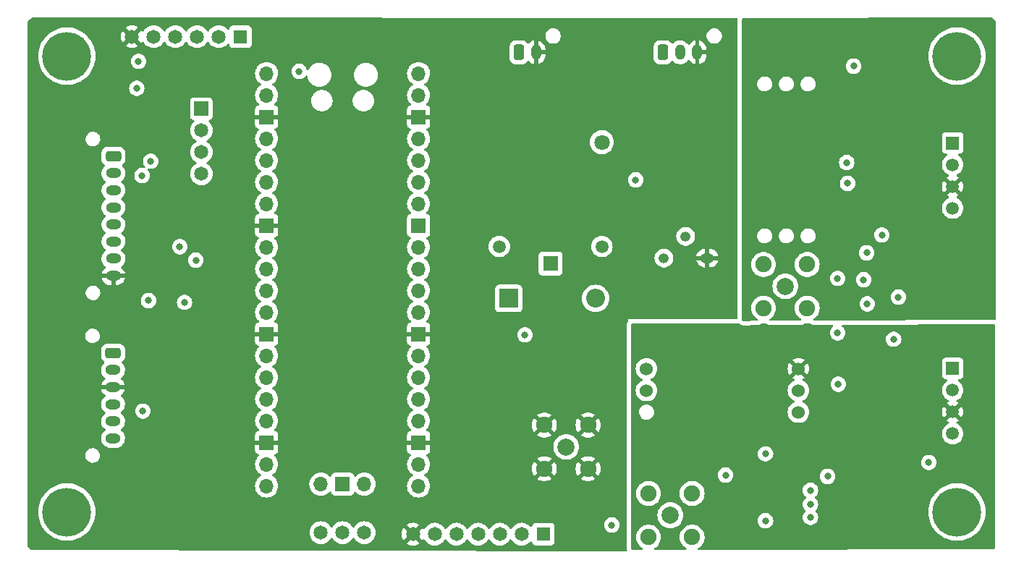
<source format=gbr>
%TF.GenerationSoftware,KiCad,Pcbnew,7.0.10*%
%TF.CreationDate,2024-03-29T22:24:31-04:00*%
%TF.ProjectId,WaveWise_Submersible,57617665-5769-4736-955f-5375626d6572,rev?*%
%TF.SameCoordinates,Original*%
%TF.FileFunction,Copper,L3,Inr*%
%TF.FilePolarity,Positive*%
%FSLAX46Y46*%
G04 Gerber Fmt 4.6, Leading zero omitted, Abs format (unit mm)*
G04 Created by KiCad (PCBNEW 7.0.10) date 2024-03-29 22:24:31*
%MOMM*%
%LPD*%
G01*
G04 APERTURE LIST*
G04 Aperture macros list*
%AMRoundRect*
0 Rectangle with rounded corners*
0 $1 Rounding radius*
0 $2 $3 $4 $5 $6 $7 $8 $9 X,Y pos of 4 corners*
0 Add a 4 corners polygon primitive as box body*
4,1,4,$2,$3,$4,$5,$6,$7,$8,$9,$2,$3,0*
0 Add four circle primitives for the rounded corners*
1,1,$1+$1,$2,$3*
1,1,$1+$1,$4,$5*
1,1,$1+$1,$6,$7*
1,1,$1+$1,$8,$9*
0 Add four rect primitives between the rounded corners*
20,1,$1+$1,$2,$3,$4,$5,0*
20,1,$1+$1,$4,$5,$6,$7,0*
20,1,$1+$1,$6,$7,$8,$9,0*
20,1,$1+$1,$8,$9,$2,$3,0*%
G04 Aperture macros list end*
%TA.AperFunction,ComponentPad*%
%ADD10R,1.651000X1.651000*%
%TD*%
%TA.AperFunction,ComponentPad*%
%ADD11C,1.651000*%
%TD*%
%TA.AperFunction,ComponentPad*%
%ADD12RoundRect,0.250000X-0.650000X0.350000X-0.650000X-0.350000X0.650000X-0.350000X0.650000X0.350000X0*%
%TD*%
%TA.AperFunction,ComponentPad*%
%ADD13O,1.800000X1.200000*%
%TD*%
%TA.AperFunction,ComponentPad*%
%ADD14O,1.600000X1.200000*%
%TD*%
%TA.AperFunction,ComponentPad*%
%ADD15O,1.200000X1.200000*%
%TD*%
%TA.AperFunction,ComponentPad*%
%ADD16C,2.006600*%
%TD*%
%TA.AperFunction,ComponentPad*%
%ADD17C,1.905000*%
%TD*%
%TA.AperFunction,ComponentPad*%
%ADD18R,1.803400X1.803400*%
%TD*%
%TA.AperFunction,ComponentPad*%
%ADD19C,1.498600*%
%TD*%
%TA.AperFunction,ComponentPad*%
%ADD20C,1.803400*%
%TD*%
%TA.AperFunction,ComponentPad*%
%ADD21RoundRect,0.250000X-0.350000X-0.650000X0.350000X-0.650000X0.350000X0.650000X-0.350000X0.650000X0*%
%TD*%
%TA.AperFunction,ComponentPad*%
%ADD22O,1.200000X1.800000*%
%TD*%
%TA.AperFunction,ComponentPad*%
%ADD23C,1.524000*%
%TD*%
%TA.AperFunction,ComponentPad*%
%ADD24O,1.700000X1.700000*%
%TD*%
%TA.AperFunction,ComponentPad*%
%ADD25R,1.700000X1.700000*%
%TD*%
%TA.AperFunction,ComponentPad*%
%ADD26R,1.508000X1.508000*%
%TD*%
%TA.AperFunction,ComponentPad*%
%ADD27C,1.508000*%
%TD*%
%TA.AperFunction,ComponentPad*%
%ADD28R,1.650000X1.650000*%
%TD*%
%TA.AperFunction,ComponentPad*%
%ADD29C,1.650000*%
%TD*%
%TA.AperFunction,ComponentPad*%
%ADD30C,5.700000*%
%TD*%
%TA.AperFunction,ComponentPad*%
%ADD31R,2.200000X2.200000*%
%TD*%
%TA.AperFunction,ComponentPad*%
%ADD32O,2.200000X2.200000*%
%TD*%
%TA.AperFunction,ViaPad*%
%ADD33C,0.800000*%
%TD*%
G04 APERTURE END LIST*
D10*
%TO.N,/ADC3*%
%TO.C,J3*%
X58166000Y-36626800D03*
D11*
%TO.N,/ADC2*%
X58166000Y-39166800D03*
%TO.N,/ADC1*%
X58166000Y-41706800D03*
%TO.N,/ADC0*%
X58166000Y-44246800D03*
%TD*%
D12*
%TO.N,+24V*%
%TO.C,J7*%
X47868600Y-42174400D03*
D13*
%TO.N,+5V*%
X47868600Y-44174400D03*
%TO.N,SUB_TX*%
X47868600Y-46174400D03*
%TO.N,SUB_RX*%
X47868600Y-48174400D03*
%TO.N,AIR_COMP*%
X47868600Y-50174400D03*
%TO.N,BATTERY_SENSE*%
X47868600Y-52174400D03*
%TO.N,PANEL_SENSE*%
X47868600Y-54174400D03*
%TO.N,GNDREF*%
X47868600Y-56174400D03*
%TD*%
D11*
%TO.N,SWCLK*%
%TO.C,J10*%
X72136000Y-86233000D03*
%TO.N,GND*%
X74676000Y-86233000D03*
%TO.N,SWDIO*%
X77216000Y-86233000D03*
%TD*%
D14*
%TO.N,GNDREF*%
%TO.C,Q2*%
X117348000Y-54102000D03*
D15*
%TO.N,Net-(Q2-B)*%
X114808000Y-51562000D03*
%TO.N,Net-(D2-A)*%
X112268000Y-54102000D03*
%TD*%
D16*
%TO.N,Net-(U6-PRB)*%
%TO.C,J4*%
X126479300Y-57404000D03*
D17*
%TO.N,Net-(U6-PGND)*%
X123926600Y-59956700D03*
X129032000Y-59956700D03*
X129032000Y-54851300D03*
X123926600Y-54851300D03*
%TD*%
D18*
%TO.N,Net-(J6-Pad1)*%
%TO.C,K2*%
X99009200Y-54753050D03*
D19*
%TO.N,Net-(D2-A)*%
X105009199Y-52753049D03*
D20*
%TO.N,+24V*%
X105009199Y-40553851D03*
D19*
%TO.N,+5V*%
X93009201Y-52753049D03*
%TD*%
D16*
%TO.N,Net-(U4-PRB)*%
%TO.C,J1*%
X113017300Y-84201000D03*
D17*
%TO.N,Net-(U4-PGND)*%
X115570000Y-81648300D03*
X110464600Y-81648300D03*
X110464600Y-86753700D03*
X115570000Y-86753700D03*
%TD*%
D21*
%TO.N,+5V*%
%TO.C,J9*%
X112166400Y-30022800D03*
D22*
%TO.N,PRESSURE_INPUT*%
X114166400Y-30022800D03*
%TO.N,GNDREF*%
X116166400Y-30022800D03*
%TD*%
D23*
%TO.N,VDD*%
%TO.C,U4*%
X110236000Y-67056000D03*
%TO.N,Net-(U3-BSCL)*%
X128016000Y-72136000D03*
%TO.N,Net-(U3-BSDA)*%
X128016000Y-69596000D03*
%TO.N,Net-(U4-PRB)*%
X110236000Y-69596000D03*
%TO.N,GND1*%
X128016000Y-67056000D03*
%TD*%
D24*
%TO.N,SUB_TX*%
%TO.C,U9*%
X65786000Y-32521000D03*
%TO.N,SUB_RX*%
X65786000Y-35061000D03*
D25*
%TO.N,GNDREF*%
X65786000Y-37601000D03*
D24*
%TO.N,unconnected-(U9-GPIO2-Pad4)*%
X65786000Y-40141000D03*
%TO.N,unconnected-(U9-GPIO3-Pad5)*%
X65786000Y-42681000D03*
%TO.N,SDA*%
X65786000Y-45221000D03*
%TO.N,SCL*%
X65786000Y-47761000D03*
D25*
%TO.N,GNDREF*%
X65786000Y-50301000D03*
D24*
%TO.N,ADC_RDY*%
X65786000Y-52841000D03*
%TO.N,Net-(U9-GPIO7)*%
X65786000Y-55381000D03*
%TO.N,Net-(U9-GPIO8)*%
X65786000Y-57921000D03*
%TO.N,unconnected-(U9-GPIO9-Pad12)*%
X65786000Y-60461000D03*
D25*
%TO.N,GNDREF*%
X65786000Y-63001000D03*
D24*
%TO.N,SYNC*%
X65786000Y-65541000D03*
%TO.N,READY{slash}INT*%
X65786000Y-68081000D03*
%TO.N,unconnected-(U9-GPIO12-Pad16)*%
X65786000Y-70621000D03*
%TO.N,AIR_COMP*%
X65786000Y-73161000D03*
D25*
%TO.N,GNDREF*%
X65786000Y-75701000D03*
D24*
%TO.N,unconnected-(U9-GPIO14-Pad19)*%
X65786000Y-78241000D03*
%TO.N,unconnected-(U9-GPIO15-Pad20)*%
X65786000Y-80781000D03*
%TO.N,EXTGPIO5*%
X83566000Y-80781000D03*
%TO.N,EXTGPIO4*%
X83566000Y-78241000D03*
D25*
%TO.N,GNDREF*%
X83566000Y-75701000D03*
D24*
%TO.N,EXTGPIO3*%
X83566000Y-73161000D03*
%TO.N,EXTGPIO2*%
X83566000Y-70621000D03*
%TO.N,EXTGPIO1*%
X83566000Y-68081000D03*
%TO.N,unconnected-(U9-GPIO21-Pad27)*%
X83566000Y-65541000D03*
D25*
%TO.N,GNDREF*%
X83566000Y-63001000D03*
D24*
%TO.N,VALVE_OUT*%
X83566000Y-60461000D03*
%TO.N,unconnected-(U9-RUN-Pad30)*%
X83566000Y-57921000D03*
%TO.N,TEMP_INPUT*%
X83566000Y-55381000D03*
%TO.N,AIR_INPUT*%
X83566000Y-52841000D03*
D25*
%TO.N,unconnected-(U9-AGND-Pad33)*%
X83566000Y-50301000D03*
D24*
%TO.N,PRESSURE_INPUT*%
X83566000Y-47761000D03*
%TO.N,unconnected-(U9-ADC_VREF-Pad35)*%
X83566000Y-45221000D03*
%TO.N,unconnected-(U9-3V3-Pad36)*%
X83566000Y-42681000D03*
%TO.N,unconnected-(U9-3V3_EN-Pad37)*%
X83566000Y-40141000D03*
D25*
%TO.N,GNDREF*%
X83566000Y-37601000D03*
D24*
%TO.N,+5V*%
X83566000Y-35061000D03*
%TO.N,unconnected-(U9-VBUS-Pad40)*%
X83566000Y-32521000D03*
%TO.N,SWCLK*%
X72136000Y-80551000D03*
D25*
%TO.N,GND*%
X74676000Y-80551000D03*
D24*
%TO.N,SWDIO*%
X77216000Y-80551000D03*
%TD*%
D26*
%TO.N,GNDREF*%
%TO.C,PS1*%
X146050000Y-67016000D03*
D27*
%TO.N,Net-(PS1-+VIN)*%
X146050000Y-69556000D03*
%TO.N,GND1*%
X146050000Y-72096000D03*
%TO.N,VDD*%
X146050000Y-74636000D03*
%TD*%
D28*
%TO.N,+5V*%
%TO.C,J13*%
X62738000Y-28194000D03*
D29*
%TO.N,SUB_TX*%
X60198000Y-28194000D03*
%TO.N,SUB_RX*%
X57658000Y-28194000D03*
%TO.N,SDA*%
X55118000Y-28194000D03*
%TO.N,SCL*%
X52578000Y-28194000D03*
%TO.N,GNDREF*%
X50038000Y-28194000D03*
%TD*%
D16*
%TO.N,TEMP_INPUT*%
%TO.C,J2*%
X100838000Y-76200000D03*
D17*
%TO.N,GNDREF*%
X103390700Y-78752700D03*
X103390700Y-73647300D03*
X98285300Y-73647300D03*
X98285300Y-78752700D03*
%TD*%
D30*
%TO.N,Net-(H1-Pad1)*%
%TO.C,H1*%
X42418000Y-30480000D03*
%TD*%
D26*
%TO.N,GNDREF*%
%TO.C,PS2*%
X146050000Y-40640000D03*
D27*
%TO.N,Net-(PS2-+VIN)*%
X146050000Y-43180000D03*
%TO.N,GND2*%
X146050000Y-45720000D03*
%TO.N,VEE*%
X146050000Y-48260000D03*
%TD*%
D31*
%TO.N,+5V*%
%TO.C,D2*%
X94107000Y-58826400D03*
D32*
%TO.N,Net-(D2-A)*%
X104267000Y-58826400D03*
%TD*%
D28*
%TO.N,+5V*%
%TO.C,J8*%
X98145600Y-86410800D03*
D29*
%TO.N,EXTGPIO1*%
X95605600Y-86410800D03*
%TO.N,EXTGPIO2*%
X93065600Y-86410800D03*
%TO.N,EXTGPIO3*%
X90525600Y-86410800D03*
%TO.N,EXTGPIO4*%
X87985600Y-86410800D03*
%TO.N,EXTGPIO5*%
X85445600Y-86410800D03*
%TO.N,GNDREF*%
X82905600Y-86410800D03*
%TD*%
D12*
%TO.N,SYNC*%
%TO.C,J11*%
X47817800Y-65205600D03*
D13*
%TO.N,READY{slash}INT*%
X47817800Y-67205600D03*
%TO.N,GNDREF*%
X47817800Y-69205600D03*
%TO.N,+3V3*%
X47817800Y-71205600D03*
%TO.N,SDA*%
X47817800Y-73205600D03*
%TO.N,SCL*%
X47817800Y-75205600D03*
%TD*%
D21*
%TO.N,Net-(J6-Pad1)*%
%TO.C,J6*%
X95300800Y-30022800D03*
D22*
%TO.N,GNDREF*%
X97300800Y-30022800D03*
%TD*%
D30*
%TO.N,Net-(H2-Pad1)*%
%TO.C,H2*%
X146558000Y-30480000D03*
%TD*%
%TO.N,Net-(H3-Pad1)*%
%TO.C,H3*%
X42418000Y-83820000D03*
%TD*%
%TO.N,Net-(H4-Pad1)*%
%TO.C,H4*%
X146558000Y-83820000D03*
%TD*%
D33*
%TO.N,+5V*%
X106172000Y-85344000D03*
X133654800Y-42926000D03*
X135991600Y-53492400D03*
X139141200Y-63601600D03*
X96012000Y-63093600D03*
X119481600Y-79502000D03*
X139700000Y-58674000D03*
X51308000Y-72013800D03*
%TO.N,GNDREF*%
X52730400Y-50749200D03*
X95859600Y-65633600D03*
X124155200Y-77012800D03*
X137769600Y-51409600D03*
X51181000Y-83820000D03*
X57810400Y-78490800D03*
X129413000Y-84455000D03*
X54406800Y-42367200D03*
X57150000Y-66675000D03*
X92075000Y-66040000D03*
X45212000Y-35814000D03*
X143256000Y-78028800D03*
X52730400Y-66649600D03*
X136049500Y-59468500D03*
X124155200Y-84836000D03*
%TO.N,VDD*%
X131419600Y-79654400D03*
%TO.N,GND1*%
X133985000Y-75565000D03*
X132943600Y-86410800D03*
%TO.N,GND2*%
X140919200Y-49392800D03*
X124053600Y-31445200D03*
X148336000Y-58420000D03*
%TO.N,BATTERY_SENSE*%
X56184800Y-59283600D03*
%TO.N,SDA*%
X69596000Y-32258000D03*
X52222400Y-42773600D03*
X50596800Y-34239200D03*
X132588000Y-62865000D03*
X132588000Y-56489600D03*
%TO.N,SCL*%
X134467600Y-31648400D03*
X50804653Y-31094253D03*
X51206400Y-44450000D03*
X132676900Y-68872100D03*
X135636000Y-56642000D03*
%TO.N,PANEL_SENSE*%
X57505600Y-54356000D03*
X51968400Y-59080400D03*
%TO.N,VALVE_OUT*%
X108966000Y-44958000D03*
%TO.N,ADC_RDY*%
X55626000Y-52781200D03*
%TO.N,Net-(U5-BSDA)*%
X133756400Y-45364400D03*
%TO.N,Net-(U3-BSDA)*%
X129413000Y-81280000D03*
%TO.N,Net-(U3-BSCL)*%
X129413000Y-82931000D03*
%TD*%
%TA.AperFunction,Conductor*%
%TO.N,GND1*%
G36*
X121018495Y-61759494D02*
G01*
X121085473Y-61779377D01*
X121098923Y-61789433D01*
X121197931Y-61874485D01*
X121197935Y-61874488D01*
X121329060Y-61933695D01*
X121329069Y-61933699D01*
X121396179Y-61953093D01*
X121396185Y-61953094D01*
X121396188Y-61953095D01*
X121396191Y-61953095D01*
X121396194Y-61953096D01*
X121467439Y-61963028D01*
X121538686Y-61972961D01*
X121538689Y-61972962D01*
X121538689Y-61972961D01*
X121538690Y-61972962D01*
X123165575Y-61966010D01*
X123255168Y-61957618D01*
X123298408Y-61949637D01*
X123385086Y-61925496D01*
X123511107Y-61856068D01*
X123566883Y-61813987D01*
X123566889Y-61813982D01*
X123576750Y-61804046D01*
X123637941Y-61770328D01*
X123665121Y-61767394D01*
X124211817Y-61769026D01*
X124278794Y-61788909D01*
X124292238Y-61798960D01*
X124364404Y-61860954D01*
X124364405Y-61860954D01*
X124364406Y-61860955D01*
X124495532Y-61920163D01*
X124495541Y-61920167D01*
X124562651Y-61939561D01*
X124562657Y-61939562D01*
X124562660Y-61939563D01*
X124562663Y-61939563D01*
X124562666Y-61939564D01*
X124597082Y-61944362D01*
X124705158Y-61959429D01*
X124705161Y-61959430D01*
X124705161Y-61959429D01*
X124705162Y-61959430D01*
X128230975Y-61944363D01*
X128320568Y-61935971D01*
X128363808Y-61927990D01*
X128450486Y-61903849D01*
X128576507Y-61834421D01*
X128612324Y-61807397D01*
X128677696Y-61782734D01*
X128687347Y-61782386D01*
X129401485Y-61784517D01*
X129468464Y-61804401D01*
X129481908Y-61814452D01*
X129510441Y-61838963D01*
X129510442Y-61838963D01*
X129510444Y-61838965D01*
X129641569Y-61898172D01*
X129641578Y-61898176D01*
X129708688Y-61917570D01*
X129708694Y-61917571D01*
X129708697Y-61917572D01*
X129708700Y-61917572D01*
X129708703Y-61917573D01*
X129748398Y-61923107D01*
X129851195Y-61937438D01*
X129851198Y-61937439D01*
X129851198Y-61937438D01*
X129851199Y-61937439D01*
X131962917Y-61928414D01*
X132030039Y-61947812D01*
X132076019Y-62000420D01*
X132086258Y-62069535D01*
X132057505Y-62133214D01*
X132036332Y-62152730D01*
X131982131Y-62192109D01*
X131982129Y-62192111D01*
X131855466Y-62332785D01*
X131760821Y-62496715D01*
X131760818Y-62496722D01*
X131702327Y-62676740D01*
X131702326Y-62676744D01*
X131682540Y-62865000D01*
X131702326Y-63053256D01*
X131702327Y-63053259D01*
X131760818Y-63233277D01*
X131760821Y-63233284D01*
X131855467Y-63397216D01*
X131869989Y-63413344D01*
X131982129Y-63537888D01*
X132135265Y-63649148D01*
X132135270Y-63649151D01*
X132308192Y-63726142D01*
X132308197Y-63726144D01*
X132493354Y-63765500D01*
X132493355Y-63765500D01*
X132682644Y-63765500D01*
X132682646Y-63765500D01*
X132867803Y-63726144D01*
X133040730Y-63649151D01*
X133106179Y-63601600D01*
X138235740Y-63601600D01*
X138255526Y-63789856D01*
X138255527Y-63789859D01*
X138314018Y-63969877D01*
X138314021Y-63969884D01*
X138408667Y-64133816D01*
X138535329Y-64274488D01*
X138688465Y-64385748D01*
X138688470Y-64385751D01*
X138861392Y-64462742D01*
X138861397Y-64462744D01*
X139046554Y-64502100D01*
X139046555Y-64502100D01*
X139235844Y-64502100D01*
X139235846Y-64502100D01*
X139421003Y-64462744D01*
X139593930Y-64385751D01*
X139747071Y-64274488D01*
X139873733Y-64133816D01*
X139968379Y-63969884D01*
X140026874Y-63789856D01*
X140046660Y-63601600D01*
X140026874Y-63413344D01*
X139968379Y-63233316D01*
X139873733Y-63069384D01*
X139747071Y-62928712D01*
X139659379Y-62865000D01*
X139593934Y-62817451D01*
X139593929Y-62817448D01*
X139421007Y-62740457D01*
X139421002Y-62740455D01*
X139275201Y-62709465D01*
X139235846Y-62701100D01*
X139046554Y-62701100D01*
X139014097Y-62707998D01*
X138861397Y-62740455D01*
X138861392Y-62740457D01*
X138688470Y-62817448D01*
X138688465Y-62817451D01*
X138535329Y-62928711D01*
X138408666Y-63069385D01*
X138314021Y-63233315D01*
X138314018Y-63233322D01*
X138260767Y-63397214D01*
X138255526Y-63413344D01*
X138235740Y-63601600D01*
X133106179Y-63601600D01*
X133193871Y-63537888D01*
X133320533Y-63397216D01*
X133415179Y-63233284D01*
X133473674Y-63053256D01*
X133493460Y-62865000D01*
X133473674Y-62676744D01*
X133415179Y-62496716D01*
X133320533Y-62332784D01*
X133193871Y-62192112D01*
X133132363Y-62147424D01*
X133089698Y-62092094D01*
X133083719Y-62022480D01*
X133116325Y-61960685D01*
X133177164Y-61926328D01*
X133204713Y-61923107D01*
X150733741Y-61848197D01*
X150733995Y-61848197D01*
X150879373Y-61848630D01*
X150946351Y-61868514D01*
X150991948Y-61921455D01*
X151003000Y-61972629D01*
X151003000Y-87986053D01*
X150983315Y-88053092D01*
X150971459Y-88068681D01*
X150946086Y-88097073D01*
X150886737Y-88133943D01*
X150853997Y-88138444D01*
X116363862Y-88241400D01*
X116296764Y-88221916D01*
X116250852Y-88169249D01*
X116240702Y-88100120D01*
X116269537Y-88036478D01*
X116304473Y-88008347D01*
X116367439Y-87974272D01*
X116557463Y-87826371D01*
X116720551Y-87649210D01*
X116852255Y-87447622D01*
X116948983Y-87227105D01*
X117008095Y-86993676D01*
X117016932Y-86887020D01*
X117027980Y-86753705D01*
X117027980Y-86753694D01*
X117008095Y-86513727D01*
X117008095Y-86513724D01*
X116948983Y-86280295D01*
X116852255Y-86059778D01*
X116720551Y-85858190D01*
X116557463Y-85681029D01*
X116388988Y-85549900D01*
X116367441Y-85533129D01*
X116155665Y-85418521D01*
X116155656Y-85418518D01*
X115927916Y-85340334D01*
X115749777Y-85310608D01*
X115690399Y-85300700D01*
X115449601Y-85300700D01*
X115402098Y-85308626D01*
X115212083Y-85340334D01*
X114984343Y-85418518D01*
X114984334Y-85418521D01*
X114772558Y-85533129D01*
X114660757Y-85620148D01*
X114582537Y-85681029D01*
X114582534Y-85681031D01*
X114582534Y-85681032D01*
X114419449Y-85858190D01*
X114287743Y-86059781D01*
X114191017Y-86280294D01*
X114131904Y-86513727D01*
X114112020Y-86753694D01*
X114112020Y-86753705D01*
X114131904Y-86993672D01*
X114131904Y-86993675D01*
X114131905Y-86993676D01*
X114191017Y-87227105D01*
X114287745Y-87447622D01*
X114419449Y-87649210D01*
X114582537Y-87826371D01*
X114732835Y-87943352D01*
X114772558Y-87974270D01*
X114772563Y-87974273D01*
X114844229Y-88013057D01*
X114893820Y-88062277D01*
X114908928Y-88130493D01*
X114884758Y-88196049D01*
X114828982Y-88238130D01*
X114785582Y-88246111D01*
X111230145Y-88256724D01*
X111163047Y-88237240D01*
X111117135Y-88184573D01*
X111106985Y-88115444D01*
X111135820Y-88051802D01*
X111170754Y-88023672D01*
X111262039Y-87974272D01*
X111452063Y-87826371D01*
X111615151Y-87649210D01*
X111746855Y-87447622D01*
X111843583Y-87227105D01*
X111902695Y-86993676D01*
X111911532Y-86887020D01*
X111922580Y-86753705D01*
X111922580Y-86753694D01*
X111902695Y-86513727D01*
X111902695Y-86513724D01*
X111843583Y-86280295D01*
X111746855Y-86059778D01*
X111615151Y-85858190D01*
X111452063Y-85681029D01*
X111283588Y-85549900D01*
X111262041Y-85533129D01*
X111050265Y-85418521D01*
X111050256Y-85418518D01*
X110822516Y-85340334D01*
X110644377Y-85310608D01*
X110584999Y-85300700D01*
X110344201Y-85300700D01*
X110296698Y-85308626D01*
X110106683Y-85340334D01*
X109878943Y-85418518D01*
X109878934Y-85418521D01*
X109667158Y-85533129D01*
X109555357Y-85620148D01*
X109477137Y-85681029D01*
X109477134Y-85681031D01*
X109477134Y-85681032D01*
X109314049Y-85858190D01*
X109182343Y-86059781D01*
X109085617Y-86280294D01*
X109026504Y-86513727D01*
X109006620Y-86753694D01*
X109006620Y-86753705D01*
X109026504Y-86993672D01*
X109026504Y-86993675D01*
X109026505Y-86993676D01*
X109085617Y-87227105D01*
X109182345Y-87447622D01*
X109314049Y-87649210D01*
X109477137Y-87826371D01*
X109667161Y-87974272D01*
X109758440Y-88023670D01*
X109766837Y-88028214D01*
X109816427Y-88077434D01*
X109831535Y-88145651D01*
X109807364Y-88211206D01*
X109751589Y-88253287D01*
X109708189Y-88261268D01*
X108582370Y-88264628D01*
X108515272Y-88245144D01*
X108469360Y-88192477D01*
X108458000Y-88140629D01*
X108458000Y-84201000D01*
X111508850Y-84201000D01*
X111527422Y-84436977D01*
X111582678Y-84667136D01*
X111673260Y-84885822D01*
X111796934Y-85087640D01*
X111796935Y-85087641D01*
X111796936Y-85087643D01*
X111796938Y-85087645D01*
X111950665Y-85267635D01*
X112130655Y-85421362D01*
X112130657Y-85421363D01*
X112130658Y-85421364D01*
X112130659Y-85421365D01*
X112332477Y-85545039D01*
X112513808Y-85620148D01*
X112551163Y-85635621D01*
X112781326Y-85690878D01*
X113017300Y-85709450D01*
X113253274Y-85690878D01*
X113483437Y-85635621D01*
X113702122Y-85545039D01*
X113903945Y-85421362D01*
X114083935Y-85267635D01*
X114237662Y-85087645D01*
X114361339Y-84885822D01*
X114381976Y-84836000D01*
X123249740Y-84836000D01*
X123269526Y-85024256D01*
X123269527Y-85024259D01*
X123328018Y-85204277D01*
X123328021Y-85204284D01*
X123422667Y-85368216D01*
X123470522Y-85421364D01*
X123549329Y-85508888D01*
X123702465Y-85620148D01*
X123702470Y-85620151D01*
X123875392Y-85697142D01*
X123875397Y-85697144D01*
X124060554Y-85736500D01*
X124060555Y-85736500D01*
X124249844Y-85736500D01*
X124249846Y-85736500D01*
X124435003Y-85697144D01*
X124607930Y-85620151D01*
X124761071Y-85508888D01*
X124887733Y-85368216D01*
X124982379Y-85204284D01*
X125040874Y-85024256D01*
X125060660Y-84836000D01*
X125040874Y-84647744D01*
X124982379Y-84467716D01*
X124975037Y-84455000D01*
X128507540Y-84455000D01*
X128527326Y-84643256D01*
X128527327Y-84643259D01*
X128585818Y-84823277D01*
X128585821Y-84823284D01*
X128680467Y-84987216D01*
X128770894Y-85087645D01*
X128807129Y-85127888D01*
X128960265Y-85239148D01*
X128960270Y-85239151D01*
X129133192Y-85316142D01*
X129133197Y-85316144D01*
X129318354Y-85355500D01*
X129318355Y-85355500D01*
X129507644Y-85355500D01*
X129507646Y-85355500D01*
X129692803Y-85316144D01*
X129865730Y-85239151D01*
X130018871Y-85127888D01*
X130145533Y-84987216D01*
X130240179Y-84823284D01*
X130298674Y-84643256D01*
X130318460Y-84455000D01*
X130298674Y-84266744D01*
X130240179Y-84086716D01*
X130145533Y-83922784D01*
X130052987Y-83820002D01*
X143202579Y-83820002D01*
X143222248Y-84182782D01*
X143222250Y-84182799D01*
X143281024Y-84541303D01*
X143281030Y-84541329D01*
X143378221Y-84891381D01*
X143378226Y-84891396D01*
X143512700Y-85228901D01*
X143512706Y-85228913D01*
X143682878Y-85549892D01*
X143682881Y-85549897D01*
X143682883Y-85549900D01*
X143886773Y-85850614D01*
X144121979Y-86127521D01*
X144385746Y-86377375D01*
X144674981Y-86597245D01*
X144986292Y-86784555D01*
X144986294Y-86784556D01*
X144986296Y-86784557D01*
X144986300Y-86784559D01*
X145290059Y-86925092D01*
X145316031Y-86937108D01*
X145660330Y-87053116D01*
X146015153Y-87131218D01*
X146376341Y-87170500D01*
X146376347Y-87170500D01*
X146739653Y-87170500D01*
X146739659Y-87170500D01*
X147100847Y-87131218D01*
X147455670Y-87053116D01*
X147799969Y-86937108D01*
X148129708Y-86784555D01*
X148441019Y-86597245D01*
X148730254Y-86377375D01*
X148994021Y-86127521D01*
X149229227Y-85850614D01*
X149433117Y-85549900D01*
X149603298Y-85228905D01*
X149737775Y-84891391D01*
X149834973Y-84541316D01*
X149879987Y-84266744D01*
X149893749Y-84182799D01*
X149893751Y-84182782D01*
X149913421Y-83820002D01*
X149913421Y-83819997D01*
X149893751Y-83457217D01*
X149893749Y-83457200D01*
X149834975Y-83098696D01*
X149834974Y-83098695D01*
X149834973Y-83098684D01*
X149802987Y-82983481D01*
X149737778Y-82748618D01*
X149737773Y-82748603D01*
X149603299Y-82411098D01*
X149603298Y-82411095D01*
X149465133Y-82150489D01*
X149433121Y-82090107D01*
X149433119Y-82090104D01*
X149433117Y-82090100D01*
X149229227Y-81789386D01*
X148994021Y-81512479D01*
X148730254Y-81262625D01*
X148730244Y-81262617D01*
X148661635Y-81210462D01*
X148441019Y-81042755D01*
X148129708Y-80855445D01*
X148129707Y-80855444D01*
X148129703Y-80855442D01*
X148129699Y-80855440D01*
X147799979Y-80702896D01*
X147799974Y-80702894D01*
X147799969Y-80702892D01*
X147632143Y-80646344D01*
X147455669Y-80586883D01*
X147100845Y-80508781D01*
X146739660Y-80469500D01*
X146739659Y-80469500D01*
X146376341Y-80469500D01*
X146376339Y-80469500D01*
X146015154Y-80508781D01*
X145660330Y-80586883D01*
X145394178Y-80676560D01*
X145316031Y-80702892D01*
X145316028Y-80702893D01*
X145316020Y-80702896D01*
X144986300Y-80855440D01*
X144986296Y-80855442D01*
X144892759Y-80911722D01*
X144674981Y-81042755D01*
X144610542Y-81091740D01*
X144385755Y-81262617D01*
X144385745Y-81262625D01*
X144121978Y-81512479D01*
X143886772Y-81789386D01*
X143682884Y-82090098D01*
X143682878Y-82090107D01*
X143512706Y-82411086D01*
X143512700Y-82411098D01*
X143378226Y-82748603D01*
X143378221Y-82748618D01*
X143281030Y-83098670D01*
X143281024Y-83098696D01*
X143222250Y-83457200D01*
X143222248Y-83457217D01*
X143202579Y-83819997D01*
X143202579Y-83820002D01*
X130052987Y-83820002D01*
X130018871Y-83782112D01*
X130018870Y-83782111D01*
X130014522Y-83777282D01*
X130016372Y-83775616D01*
X129985597Y-83725667D01*
X129986925Y-83655810D01*
X130016211Y-83610239D01*
X130014522Y-83608718D01*
X130018871Y-83603888D01*
X130145533Y-83463216D01*
X130240179Y-83299284D01*
X130298674Y-83119256D01*
X130318460Y-82931000D01*
X130298674Y-82742744D01*
X130240179Y-82562716D01*
X130145533Y-82398784D01*
X130018871Y-82258112D01*
X129946893Y-82205817D01*
X129904228Y-82150489D01*
X129898249Y-82080875D01*
X129930854Y-82019080D01*
X129946894Y-82005182D01*
X130018871Y-81952888D01*
X130145533Y-81812216D01*
X130240179Y-81648284D01*
X130298674Y-81468256D01*
X130318460Y-81280000D01*
X130298674Y-81091744D01*
X130240179Y-80911716D01*
X130145533Y-80747784D01*
X130018871Y-80607112D01*
X130018870Y-80607111D01*
X129865734Y-80495851D01*
X129865729Y-80495848D01*
X129692807Y-80418857D01*
X129692802Y-80418855D01*
X129547001Y-80387865D01*
X129507646Y-80379500D01*
X129318354Y-80379500D01*
X129285897Y-80386398D01*
X129133197Y-80418855D01*
X129133192Y-80418857D01*
X128960270Y-80495848D01*
X128960265Y-80495851D01*
X128807129Y-80607111D01*
X128680466Y-80747785D01*
X128585821Y-80911715D01*
X128585818Y-80911722D01*
X128527327Y-81091740D01*
X128527326Y-81091744D01*
X128507540Y-81280000D01*
X128527326Y-81468256D01*
X128527327Y-81468259D01*
X128585818Y-81648277D01*
X128585821Y-81648284D01*
X128680467Y-81812216D01*
X128807129Y-81952888D01*
X128879106Y-82005182D01*
X128921771Y-82060512D01*
X128927750Y-82130125D01*
X128895144Y-82191920D01*
X128879106Y-82205818D01*
X128807127Y-82258113D01*
X128680466Y-82398785D01*
X128585821Y-82562715D01*
X128585818Y-82562722D01*
X128527327Y-82742740D01*
X128527326Y-82742744D01*
X128507540Y-82931000D01*
X128527326Y-83119256D01*
X128527327Y-83119259D01*
X128585818Y-83299277D01*
X128585821Y-83299284D01*
X128680467Y-83463216D01*
X128807129Y-83603888D01*
X128811478Y-83608718D01*
X128809633Y-83610378D01*
X128840413Y-83660374D01*
X128839061Y-83730230D01*
X128809796Y-83775767D01*
X128811478Y-83777282D01*
X128680466Y-83922785D01*
X128585821Y-84086715D01*
X128585818Y-84086722D01*
X128527327Y-84266740D01*
X128527326Y-84266744D01*
X128507540Y-84455000D01*
X124975037Y-84455000D01*
X124887733Y-84303784D01*
X124761071Y-84163112D01*
X124761070Y-84163111D01*
X124607934Y-84051851D01*
X124607929Y-84051848D01*
X124435007Y-83974857D01*
X124435002Y-83974855D01*
X124289201Y-83943865D01*
X124249846Y-83935500D01*
X124060554Y-83935500D01*
X124028097Y-83942398D01*
X123875397Y-83974855D01*
X123875392Y-83974857D01*
X123702470Y-84051848D01*
X123702465Y-84051851D01*
X123549329Y-84163111D01*
X123422666Y-84303785D01*
X123328021Y-84467715D01*
X123328018Y-84467722D01*
X123270984Y-84643256D01*
X123269526Y-84647744D01*
X123249740Y-84836000D01*
X114381976Y-84836000D01*
X114451921Y-84667137D01*
X114507178Y-84436974D01*
X114525750Y-84201000D01*
X114507178Y-83965026D01*
X114451921Y-83734863D01*
X114361339Y-83516178D01*
X114361339Y-83516177D01*
X114237665Y-83314359D01*
X114237664Y-83314358D01*
X114237663Y-83314357D01*
X114237662Y-83314355D01*
X114083935Y-83134365D01*
X113903945Y-82980638D01*
X113903943Y-82980636D01*
X113903941Y-82980635D01*
X113903940Y-82980634D01*
X113702122Y-82856960D01*
X113483436Y-82766378D01*
X113253277Y-82711122D01*
X113017300Y-82692550D01*
X112781322Y-82711122D01*
X112551163Y-82766378D01*
X112332477Y-82856960D01*
X112130659Y-82980634D01*
X112130658Y-82980635D01*
X111950665Y-83134365D01*
X111796935Y-83314358D01*
X111796934Y-83314359D01*
X111673260Y-83516177D01*
X111582678Y-83734863D01*
X111527422Y-83965022D01*
X111508850Y-84201000D01*
X108458000Y-84201000D01*
X108458000Y-81648305D01*
X109006620Y-81648305D01*
X109026504Y-81888272D01*
X109026504Y-81888275D01*
X109026505Y-81888276D01*
X109085617Y-82121705D01*
X109182345Y-82342222D01*
X109314049Y-82543810D01*
X109477137Y-82720971D01*
X109633508Y-82842679D01*
X109651857Y-82856961D01*
X109667161Y-82868872D01*
X109878936Y-82983479D01*
X109997198Y-83024078D01*
X110106683Y-83061665D01*
X110106685Y-83061665D01*
X110106687Y-83061666D01*
X110344201Y-83101300D01*
X110344202Y-83101300D01*
X110584998Y-83101300D01*
X110584999Y-83101300D01*
X110822513Y-83061666D01*
X111050264Y-82983479D01*
X111262039Y-82868872D01*
X111452063Y-82720971D01*
X111615151Y-82543810D01*
X111746855Y-82342222D01*
X111843583Y-82121705D01*
X111902695Y-81888276D01*
X111922580Y-81648305D01*
X114112020Y-81648305D01*
X114131904Y-81888272D01*
X114131904Y-81888275D01*
X114131905Y-81888276D01*
X114191017Y-82121705D01*
X114287745Y-82342222D01*
X114419449Y-82543810D01*
X114582537Y-82720971D01*
X114738908Y-82842679D01*
X114757257Y-82856961D01*
X114772561Y-82868872D01*
X114984336Y-82983479D01*
X115102598Y-83024078D01*
X115212083Y-83061665D01*
X115212085Y-83061665D01*
X115212087Y-83061666D01*
X115449601Y-83101300D01*
X115449602Y-83101300D01*
X115690398Y-83101300D01*
X115690399Y-83101300D01*
X115927913Y-83061666D01*
X116155664Y-82983479D01*
X116367439Y-82868872D01*
X116557463Y-82720971D01*
X116720551Y-82543810D01*
X116852255Y-82342222D01*
X116948983Y-82121705D01*
X117008095Y-81888276D01*
X117027980Y-81648300D01*
X117027978Y-81648277D01*
X117008095Y-81408327D01*
X117008095Y-81408324D01*
X116948983Y-81174895D01*
X116852255Y-80954378D01*
X116720551Y-80752790D01*
X116557463Y-80575629D01*
X116421108Y-80469500D01*
X116367441Y-80427729D01*
X116155665Y-80313121D01*
X116155656Y-80313118D01*
X115927916Y-80234934D01*
X115749777Y-80205208D01*
X115690399Y-80195300D01*
X115449601Y-80195300D01*
X115402098Y-80203226D01*
X115212083Y-80234934D01*
X114984343Y-80313118D01*
X114984334Y-80313121D01*
X114772558Y-80427729D01*
X114638456Y-80532105D01*
X114582537Y-80575629D01*
X114582534Y-80575631D01*
X114582534Y-80575632D01*
X114419449Y-80752790D01*
X114287743Y-80954381D01*
X114191017Y-81174894D01*
X114131904Y-81408327D01*
X114112020Y-81648294D01*
X114112020Y-81648305D01*
X111922580Y-81648305D01*
X111922580Y-81648300D01*
X111922578Y-81648277D01*
X111902695Y-81408327D01*
X111902695Y-81408324D01*
X111843583Y-81174895D01*
X111746855Y-80954378D01*
X111615151Y-80752790D01*
X111452063Y-80575629D01*
X111315708Y-80469500D01*
X111262041Y-80427729D01*
X111050265Y-80313121D01*
X111050256Y-80313118D01*
X110822516Y-80234934D01*
X110644377Y-80205208D01*
X110584999Y-80195300D01*
X110344201Y-80195300D01*
X110296698Y-80203226D01*
X110106683Y-80234934D01*
X109878943Y-80313118D01*
X109878934Y-80313121D01*
X109667158Y-80427729D01*
X109533056Y-80532105D01*
X109477137Y-80575629D01*
X109477134Y-80575631D01*
X109477134Y-80575632D01*
X109314049Y-80752790D01*
X109182343Y-80954381D01*
X109085617Y-81174894D01*
X109026504Y-81408327D01*
X109006620Y-81648294D01*
X109006620Y-81648305D01*
X108458000Y-81648305D01*
X108458000Y-79502000D01*
X118576140Y-79502000D01*
X118595926Y-79690256D01*
X118595927Y-79690259D01*
X118654418Y-79870277D01*
X118654421Y-79870284D01*
X118749067Y-80034216D01*
X118875729Y-80174888D01*
X119028865Y-80286148D01*
X119028870Y-80286151D01*
X119201792Y-80363142D01*
X119201797Y-80363144D01*
X119386954Y-80402500D01*
X119386955Y-80402500D01*
X119576244Y-80402500D01*
X119576246Y-80402500D01*
X119761403Y-80363144D01*
X119934330Y-80286151D01*
X120087471Y-80174888D01*
X120214133Y-80034216D01*
X120308779Y-79870284D01*
X120367274Y-79690256D01*
X120371043Y-79654400D01*
X130514140Y-79654400D01*
X130533926Y-79842656D01*
X130533927Y-79842659D01*
X130592418Y-80022677D01*
X130592421Y-80022684D01*
X130687067Y-80186616D01*
X130776689Y-80286151D01*
X130813729Y-80327288D01*
X130966865Y-80438548D01*
X130966870Y-80438551D01*
X131139792Y-80515542D01*
X131139797Y-80515544D01*
X131324954Y-80554900D01*
X131324955Y-80554900D01*
X131514244Y-80554900D01*
X131514246Y-80554900D01*
X131699403Y-80515544D01*
X131872330Y-80438551D01*
X132025471Y-80327288D01*
X132152133Y-80186616D01*
X132246779Y-80022684D01*
X132305274Y-79842656D01*
X132325060Y-79654400D01*
X132305274Y-79466144D01*
X132246779Y-79286116D01*
X132152133Y-79122184D01*
X132025471Y-78981512D01*
X132025470Y-78981511D01*
X131872334Y-78870251D01*
X131872329Y-78870248D01*
X131699407Y-78793257D01*
X131699402Y-78793255D01*
X131553601Y-78762265D01*
X131514246Y-78753900D01*
X131324954Y-78753900D01*
X131292497Y-78760798D01*
X131139797Y-78793255D01*
X131139792Y-78793257D01*
X130966870Y-78870248D01*
X130966865Y-78870251D01*
X130813729Y-78981511D01*
X130687066Y-79122185D01*
X130592421Y-79286115D01*
X130592418Y-79286122D01*
X130533927Y-79466140D01*
X130533926Y-79466144D01*
X130514140Y-79654400D01*
X120371043Y-79654400D01*
X120387060Y-79502000D01*
X120367274Y-79313744D01*
X120308779Y-79133716D01*
X120214133Y-78969784D01*
X120087471Y-78829112D01*
X120087470Y-78829111D01*
X119934334Y-78717851D01*
X119934329Y-78717848D01*
X119761407Y-78640857D01*
X119761402Y-78640855D01*
X119615601Y-78609865D01*
X119576246Y-78601500D01*
X119386954Y-78601500D01*
X119354497Y-78608398D01*
X119201797Y-78640855D01*
X119201792Y-78640857D01*
X119028870Y-78717848D01*
X119028865Y-78717851D01*
X118875729Y-78829111D01*
X118749066Y-78969785D01*
X118654421Y-79133715D01*
X118654418Y-79133722D01*
X118604903Y-79286115D01*
X118595926Y-79313744D01*
X118576140Y-79502000D01*
X108458000Y-79502000D01*
X108458000Y-78028800D01*
X142350540Y-78028800D01*
X142370326Y-78217056D01*
X142370327Y-78217059D01*
X142428818Y-78397077D01*
X142428821Y-78397084D01*
X142523467Y-78561016D01*
X142650129Y-78701688D01*
X142803265Y-78812948D01*
X142803270Y-78812951D01*
X142976192Y-78889942D01*
X142976197Y-78889944D01*
X143161354Y-78929300D01*
X143161355Y-78929300D01*
X143350644Y-78929300D01*
X143350646Y-78929300D01*
X143535803Y-78889944D01*
X143708730Y-78812951D01*
X143861871Y-78701688D01*
X143988533Y-78561016D01*
X144083179Y-78397084D01*
X144141674Y-78217056D01*
X144161460Y-78028800D01*
X144141674Y-77840544D01*
X144083179Y-77660516D01*
X143988533Y-77496584D01*
X143861871Y-77355912D01*
X143861870Y-77355911D01*
X143708734Y-77244651D01*
X143708729Y-77244648D01*
X143535807Y-77167657D01*
X143535802Y-77167655D01*
X143390001Y-77136665D01*
X143350646Y-77128300D01*
X143161354Y-77128300D01*
X143128897Y-77135198D01*
X142976197Y-77167655D01*
X142976192Y-77167657D01*
X142803270Y-77244648D01*
X142803265Y-77244651D01*
X142650129Y-77355911D01*
X142523466Y-77496585D01*
X142428821Y-77660515D01*
X142428818Y-77660522D01*
X142384491Y-77796948D01*
X142370326Y-77840544D01*
X142350540Y-78028800D01*
X108458000Y-78028800D01*
X108458000Y-77012800D01*
X123249740Y-77012800D01*
X123269526Y-77201056D01*
X123269527Y-77201059D01*
X123328018Y-77381077D01*
X123328021Y-77381084D01*
X123422667Y-77545016D01*
X123549329Y-77685688D01*
X123702465Y-77796948D01*
X123702470Y-77796951D01*
X123875392Y-77873942D01*
X123875397Y-77873944D01*
X124060554Y-77913300D01*
X124060555Y-77913300D01*
X124249844Y-77913300D01*
X124249846Y-77913300D01*
X124435003Y-77873944D01*
X124607930Y-77796951D01*
X124761071Y-77685688D01*
X124887733Y-77545016D01*
X124982379Y-77381084D01*
X125040874Y-77201056D01*
X125060660Y-77012800D01*
X125040874Y-76824544D01*
X124982379Y-76644516D01*
X124887733Y-76480584D01*
X124761071Y-76339912D01*
X124761070Y-76339911D01*
X124607934Y-76228651D01*
X124607929Y-76228648D01*
X124435007Y-76151657D01*
X124435002Y-76151655D01*
X124289201Y-76120665D01*
X124249846Y-76112300D01*
X124060554Y-76112300D01*
X124028097Y-76119198D01*
X123875397Y-76151655D01*
X123875392Y-76151657D01*
X123702470Y-76228648D01*
X123702465Y-76228651D01*
X123549329Y-76339911D01*
X123422666Y-76480585D01*
X123328021Y-76644515D01*
X123328018Y-76644522D01*
X123269527Y-76824540D01*
X123269526Y-76824544D01*
X123249740Y-77012800D01*
X108458000Y-77012800D01*
X108458000Y-74636000D01*
X144790708Y-74636000D01*
X144809839Y-74854674D01*
X144866653Y-75066703D01*
X144866654Y-75066706D01*
X144866655Y-75066708D01*
X144959419Y-75265642D01*
X144959423Y-75265650D01*
X145085322Y-75445452D01*
X145085327Y-75445458D01*
X145240541Y-75600672D01*
X145240547Y-75600677D01*
X145420349Y-75726576D01*
X145420351Y-75726577D01*
X145420354Y-75726579D01*
X145619297Y-75819347D01*
X145831326Y-75876161D01*
X145987521Y-75889826D01*
X146049998Y-75895292D01*
X146050000Y-75895292D01*
X146050002Y-75895292D01*
X146104668Y-75890509D01*
X146268674Y-75876161D01*
X146480703Y-75819347D01*
X146679646Y-75726579D01*
X146859457Y-75600674D01*
X147014674Y-75445457D01*
X147140579Y-75265646D01*
X147233347Y-75066703D01*
X147290161Y-74854674D01*
X147309292Y-74636000D01*
X147290161Y-74417326D01*
X147233347Y-74205297D01*
X147140579Y-74006354D01*
X147140577Y-74006351D01*
X147140576Y-74006349D01*
X147014677Y-73826547D01*
X147014672Y-73826541D01*
X146859458Y-73671327D01*
X146859452Y-73671322D01*
X146679650Y-73545423D01*
X146679646Y-73545421D01*
X146535288Y-73478106D01*
X146482849Y-73431934D01*
X146463697Y-73364740D01*
X146483913Y-73297859D01*
X146535289Y-73253342D01*
X146679390Y-73186146D01*
X146742443Y-73141995D01*
X146182534Y-72582086D01*
X146192315Y-72580680D01*
X146323100Y-72520952D01*
X146431761Y-72426798D01*
X146509493Y-72305844D01*
X146533076Y-72225523D01*
X147095995Y-72788442D01*
X147140145Y-72725392D01*
X147232874Y-72526533D01*
X147232878Y-72526524D01*
X147289664Y-72314592D01*
X147289666Y-72314582D01*
X147308790Y-72096000D01*
X147308790Y-72095999D01*
X147289666Y-71877417D01*
X147289664Y-71877407D01*
X147232878Y-71665475D01*
X147232874Y-71665466D01*
X147140144Y-71466605D01*
X147140142Y-71466601D01*
X147095996Y-71403555D01*
X146533076Y-71966475D01*
X146509493Y-71886156D01*
X146431761Y-71765202D01*
X146323100Y-71671048D01*
X146192315Y-71611320D01*
X146182533Y-71609913D01*
X146742443Y-71050003D01*
X146679392Y-71005854D01*
X146535288Y-70938657D01*
X146482849Y-70892484D01*
X146463697Y-70825291D01*
X146483913Y-70758410D01*
X146535288Y-70713893D01*
X146679646Y-70646579D01*
X146859457Y-70520674D01*
X147014674Y-70365457D01*
X147140579Y-70185646D01*
X147233347Y-69986703D01*
X147290161Y-69774674D01*
X147309292Y-69556000D01*
X147290161Y-69337326D01*
X147233347Y-69125297D01*
X147140579Y-68926354D01*
X147140577Y-68926351D01*
X147140576Y-68926349D01*
X147014677Y-68746547D01*
X147014672Y-68746541D01*
X146859458Y-68591327D01*
X146859452Y-68591322D01*
X146723423Y-68496074D01*
X146679798Y-68441497D01*
X146672604Y-68371999D01*
X146704127Y-68309644D01*
X146764357Y-68274230D01*
X146794545Y-68270499D01*
X146851872Y-68270499D01*
X146911483Y-68264091D01*
X147046331Y-68213796D01*
X147161546Y-68127546D01*
X147247796Y-68012331D01*
X147298091Y-67877483D01*
X147304500Y-67817873D01*
X147304499Y-66214128D01*
X147298091Y-66154517D01*
X147272226Y-66085170D01*
X147247797Y-66019671D01*
X147247793Y-66019664D01*
X147161547Y-65904455D01*
X147161544Y-65904452D01*
X147046335Y-65818206D01*
X147046328Y-65818202D01*
X146911482Y-65767908D01*
X146911483Y-65767908D01*
X146851883Y-65761501D01*
X146851881Y-65761500D01*
X146851873Y-65761500D01*
X146851864Y-65761500D01*
X145248129Y-65761500D01*
X145248123Y-65761501D01*
X145188516Y-65767908D01*
X145053671Y-65818202D01*
X145053664Y-65818206D01*
X144938455Y-65904452D01*
X144938452Y-65904455D01*
X144852206Y-66019664D01*
X144852202Y-66019671D01*
X144801908Y-66154517D01*
X144795501Y-66214116D01*
X144795501Y-66214123D01*
X144795500Y-66214135D01*
X144795500Y-67817870D01*
X144795501Y-67817876D01*
X144801908Y-67877483D01*
X144852202Y-68012328D01*
X144852206Y-68012335D01*
X144938452Y-68127544D01*
X144938455Y-68127547D01*
X145053664Y-68213793D01*
X145053671Y-68213797D01*
X145188517Y-68264091D01*
X145188516Y-68264091D01*
X145195444Y-68264835D01*
X145248127Y-68270500D01*
X145305453Y-68270499D01*
X145372490Y-68290182D01*
X145418246Y-68342986D01*
X145428190Y-68412144D01*
X145399166Y-68475700D01*
X145376576Y-68496074D01*
X145240543Y-68591326D01*
X145240541Y-68591327D01*
X145085327Y-68746541D01*
X145085322Y-68746547D01*
X144959423Y-68926349D01*
X144959419Y-68926357D01*
X144866655Y-69125291D01*
X144866653Y-69125295D01*
X144866653Y-69125297D01*
X144856671Y-69162550D01*
X144809839Y-69337324D01*
X144809838Y-69337331D01*
X144790708Y-69555997D01*
X144790708Y-69556002D01*
X144809657Y-69772600D01*
X144809839Y-69774674D01*
X144866653Y-69986703D01*
X144866654Y-69986706D01*
X144866655Y-69986708D01*
X144959419Y-70185642D01*
X144959423Y-70185650D01*
X145085322Y-70365452D01*
X145085327Y-70365458D01*
X145240541Y-70520672D01*
X145240547Y-70520677D01*
X145420349Y-70646576D01*
X145420351Y-70646577D01*
X145420354Y-70646579D01*
X145521044Y-70693531D01*
X145564710Y-70713893D01*
X145617150Y-70760065D01*
X145636302Y-70827258D01*
X145616086Y-70894140D01*
X145564712Y-70938657D01*
X145420603Y-71005857D01*
X145357556Y-71050003D01*
X145357555Y-71050003D01*
X145917466Y-71609913D01*
X145907685Y-71611320D01*
X145776900Y-71671048D01*
X145668239Y-71765202D01*
X145590507Y-71886156D01*
X145566923Y-71966475D01*
X145004003Y-71403555D01*
X145004003Y-71403556D01*
X144959856Y-71466604D01*
X144959855Y-71466606D01*
X144867124Y-71665466D01*
X144867121Y-71665475D01*
X144810335Y-71877407D01*
X144810333Y-71877417D01*
X144791210Y-72095999D01*
X144791210Y-72096000D01*
X144810333Y-72314582D01*
X144810335Y-72314592D01*
X144867121Y-72526524D01*
X144867125Y-72526533D01*
X144959854Y-72725392D01*
X145004003Y-72788443D01*
X145566923Y-72225523D01*
X145590507Y-72305844D01*
X145668239Y-72426798D01*
X145776900Y-72520952D01*
X145907685Y-72580680D01*
X145917466Y-72582086D01*
X145357555Y-73141996D01*
X145420601Y-73186142D01*
X145420605Y-73186144D01*
X145564711Y-73253342D01*
X145617150Y-73299514D01*
X145636302Y-73366708D01*
X145616086Y-73433589D01*
X145564711Y-73478106D01*
X145420353Y-73545421D01*
X145420349Y-73545423D01*
X145240547Y-73671322D01*
X145240541Y-73671327D01*
X145085327Y-73826541D01*
X145085322Y-73826547D01*
X144959423Y-74006349D01*
X144959419Y-74006357D01*
X144866655Y-74205291D01*
X144809839Y-74417324D01*
X144809838Y-74417331D01*
X144790708Y-74635997D01*
X144790708Y-74636000D01*
X108458000Y-74636000D01*
X108458000Y-72087998D01*
X109350602Y-72087998D01*
X109360982Y-72279450D01*
X109360984Y-72279457D01*
X109412275Y-72464196D01*
X109412279Y-72464204D01*
X109502090Y-72633604D01*
X109617662Y-72769666D01*
X109626218Y-72779739D01*
X109778859Y-72895774D01*
X109778860Y-72895774D01*
X109778861Y-72895775D01*
X109778862Y-72895776D01*
X109876059Y-72940743D01*
X109952876Y-72976282D01*
X109952877Y-72976282D01*
X109952879Y-72976283D01*
X110009688Y-72988787D01*
X110140131Y-73017500D01*
X110140134Y-73017500D01*
X110283789Y-73017500D01*
X110283794Y-73017500D01*
X110426614Y-73001967D01*
X110608315Y-72940745D01*
X110772607Y-72841894D01*
X110911808Y-72710036D01*
X111019408Y-72551337D01*
X111090378Y-72373217D01*
X111121398Y-72184005D01*
X111118795Y-72136002D01*
X126748677Y-72136002D01*
X126767929Y-72356062D01*
X126767930Y-72356070D01*
X126825104Y-72569445D01*
X126825105Y-72569447D01*
X126825106Y-72569450D01*
X126890660Y-72710032D01*
X126918466Y-72769662D01*
X126918468Y-72769666D01*
X127045170Y-72950615D01*
X127045175Y-72950621D01*
X127201378Y-73106824D01*
X127201384Y-73106829D01*
X127382333Y-73233531D01*
X127382335Y-73233532D01*
X127382338Y-73233534D01*
X127582550Y-73326894D01*
X127795932Y-73384070D01*
X127953123Y-73397822D01*
X128015998Y-73403323D01*
X128016000Y-73403323D01*
X128016002Y-73403323D01*
X128071017Y-73398509D01*
X128236068Y-73384070D01*
X128449450Y-73326894D01*
X128649662Y-73233534D01*
X128830620Y-73106826D01*
X128986826Y-72950620D01*
X129113534Y-72769662D01*
X129206894Y-72569450D01*
X129264070Y-72356068D01*
X129283323Y-72136000D01*
X129279823Y-72095999D01*
X129264070Y-71915937D01*
X129264070Y-71915932D01*
X129206894Y-71702550D01*
X129113534Y-71502339D01*
X128986826Y-71321380D01*
X128830620Y-71165174D01*
X128830616Y-71165171D01*
X128830615Y-71165170D01*
X128649666Y-71038468D01*
X128649658Y-71038464D01*
X128520811Y-70978382D01*
X128468371Y-70932210D01*
X128449219Y-70865017D01*
X128469435Y-70798135D01*
X128520811Y-70753618D01*
X128551415Y-70739347D01*
X128649662Y-70693534D01*
X128830620Y-70566826D01*
X128986826Y-70410620D01*
X129113534Y-70229662D01*
X129206894Y-70029450D01*
X129264070Y-69816068D01*
X129283323Y-69596000D01*
X129264070Y-69375932D01*
X129206894Y-69162550D01*
X129113534Y-68962339D01*
X129050348Y-68872100D01*
X131771440Y-68872100D01*
X131791226Y-69060356D01*
X131791227Y-69060359D01*
X131849718Y-69240377D01*
X131849721Y-69240384D01*
X131944367Y-69404316D01*
X132071029Y-69544988D01*
X132224165Y-69656248D01*
X132224170Y-69656251D01*
X132397092Y-69733242D01*
X132397097Y-69733244D01*
X132582254Y-69772600D01*
X132582255Y-69772600D01*
X132771544Y-69772600D01*
X132771546Y-69772600D01*
X132956703Y-69733244D01*
X133129630Y-69656251D01*
X133282771Y-69544988D01*
X133409433Y-69404316D01*
X133504079Y-69240384D01*
X133562574Y-69060356D01*
X133582360Y-68872100D01*
X133562574Y-68683844D01*
X133504079Y-68503816D01*
X133409433Y-68339884D01*
X133282771Y-68199212D01*
X133219902Y-68153535D01*
X133129634Y-68087951D01*
X133129629Y-68087948D01*
X132956707Y-68010957D01*
X132956702Y-68010955D01*
X132810901Y-67979965D01*
X132771546Y-67971600D01*
X132582254Y-67971600D01*
X132549797Y-67978498D01*
X132397097Y-68010955D01*
X132397092Y-68010957D01*
X132224170Y-68087948D01*
X132224165Y-68087951D01*
X132071029Y-68199211D01*
X131944366Y-68339885D01*
X131849721Y-68503815D01*
X131849718Y-68503822D01*
X131791227Y-68683840D01*
X131791226Y-68683844D01*
X131771440Y-68872100D01*
X129050348Y-68872100D01*
X128986826Y-68781380D01*
X128830620Y-68625174D01*
X128830616Y-68625171D01*
X128830615Y-68625170D01*
X128649666Y-68498468D01*
X128649662Y-68498466D01*
X128520218Y-68438105D01*
X128467779Y-68391932D01*
X128448627Y-68324739D01*
X128468843Y-68257858D01*
X128520219Y-68213340D01*
X128649416Y-68153095D01*
X128649417Y-68153094D01*
X128714188Y-68107741D01*
X128043448Y-67437000D01*
X128047569Y-67437000D01*
X128141421Y-67421339D01*
X128253251Y-67360820D01*
X128339371Y-67267269D01*
X128390448Y-67150823D01*
X128396105Y-67082552D01*
X129067741Y-67754188D01*
X129113094Y-67689417D01*
X129113100Y-67689407D01*
X129206419Y-67489284D01*
X129206424Y-67489270D01*
X129263573Y-67275986D01*
X129263575Y-67275976D01*
X129282821Y-67056000D01*
X129282821Y-67055999D01*
X129263575Y-66836023D01*
X129263573Y-66836013D01*
X129206424Y-66622729D01*
X129206420Y-66622720D01*
X129113096Y-66422586D01*
X129067741Y-66357811D01*
X129067740Y-66357810D01*
X128400903Y-67024648D01*
X128400949Y-67024102D01*
X128369734Y-66900838D01*
X128300187Y-66794388D01*
X128199843Y-66716287D01*
X128079578Y-66675000D01*
X128043448Y-66675000D01*
X128714188Y-66004259D01*
X128714187Y-66004258D01*
X128649411Y-65958901D01*
X128649405Y-65958898D01*
X128449284Y-65865580D01*
X128449270Y-65865575D01*
X128235986Y-65808426D01*
X128235976Y-65808424D01*
X128016001Y-65789179D01*
X128015999Y-65789179D01*
X127796023Y-65808424D01*
X127796013Y-65808426D01*
X127582729Y-65865575D01*
X127582720Y-65865579D01*
X127382590Y-65958901D01*
X127317811Y-66004258D01*
X127988553Y-66675000D01*
X127984431Y-66675000D01*
X127890579Y-66690661D01*
X127778749Y-66751180D01*
X127692629Y-66844731D01*
X127641552Y-66961177D01*
X127635894Y-67029447D01*
X126964258Y-66357811D01*
X126918901Y-66422590D01*
X126825579Y-66622720D01*
X126825575Y-66622729D01*
X126768426Y-66836013D01*
X126768424Y-66836023D01*
X126749179Y-67055999D01*
X126749179Y-67056000D01*
X126768424Y-67275976D01*
X126768426Y-67275986D01*
X126825575Y-67489270D01*
X126825580Y-67489284D01*
X126918898Y-67689405D01*
X126918901Y-67689411D01*
X126964258Y-67754187D01*
X126964259Y-67754188D01*
X127631096Y-67087350D01*
X127631051Y-67087898D01*
X127662266Y-67211162D01*
X127731813Y-67317612D01*
X127832157Y-67395713D01*
X127952422Y-67437000D01*
X127988553Y-67437000D01*
X127317810Y-68107740D01*
X127382589Y-68153098D01*
X127511781Y-68213342D01*
X127564220Y-68259514D01*
X127583372Y-68326708D01*
X127563156Y-68393589D01*
X127511781Y-68438106D01*
X127382340Y-68498465D01*
X127382338Y-68498466D01*
X127201377Y-68625175D01*
X127045175Y-68781377D01*
X126918466Y-68962338D01*
X126918465Y-68962340D01*
X126825107Y-69162548D01*
X126825104Y-69162554D01*
X126767930Y-69375929D01*
X126767929Y-69375937D01*
X126748677Y-69595997D01*
X126748677Y-69596002D01*
X126767929Y-69816062D01*
X126767930Y-69816070D01*
X126825104Y-70029445D01*
X126825105Y-70029447D01*
X126825106Y-70029450D01*
X126897939Y-70185642D01*
X126918466Y-70229662D01*
X126918468Y-70229666D01*
X127045170Y-70410615D01*
X127045175Y-70410621D01*
X127201378Y-70566824D01*
X127201384Y-70566829D01*
X127382333Y-70693531D01*
X127382335Y-70693532D01*
X127382338Y-70693534D01*
X127480585Y-70739347D01*
X127511189Y-70753618D01*
X127563628Y-70799790D01*
X127582780Y-70866984D01*
X127562564Y-70933865D01*
X127511189Y-70978382D01*
X127382340Y-71038465D01*
X127382338Y-71038466D01*
X127201377Y-71165175D01*
X127045175Y-71321377D01*
X126918466Y-71502338D01*
X126918465Y-71502340D01*
X126825107Y-71702548D01*
X126825104Y-71702554D01*
X126767930Y-71915929D01*
X126767929Y-71915937D01*
X126748677Y-72135997D01*
X126748677Y-72136002D01*
X111118795Y-72136002D01*
X111111017Y-71992548D01*
X111089744Y-71915929D01*
X111059724Y-71807803D01*
X111059720Y-71807795D01*
X110969909Y-71638395D01*
X110845782Y-71492261D01*
X110693141Y-71376226D01*
X110693140Y-71376225D01*
X110693138Y-71376224D01*
X110693137Y-71376223D01*
X110519120Y-71295716D01*
X110331869Y-71254500D01*
X110188206Y-71254500D01*
X110188204Y-71254500D01*
X110045387Y-71270032D01*
X110045383Y-71270033D01*
X109908005Y-71316321D01*
X109863685Y-71331255D01*
X109863683Y-71331255D01*
X109863683Y-71331256D01*
X109699393Y-71430105D01*
X109560188Y-71561967D01*
X109452590Y-71720665D01*
X109452589Y-71720667D01*
X109381622Y-71898782D01*
X109378810Y-71915937D01*
X109361076Y-72024111D01*
X109350602Y-72087998D01*
X108458000Y-72087998D01*
X108458000Y-69596002D01*
X108968677Y-69596002D01*
X108987929Y-69816062D01*
X108987930Y-69816070D01*
X109045104Y-70029445D01*
X109045105Y-70029447D01*
X109045106Y-70029450D01*
X109117939Y-70185642D01*
X109138466Y-70229662D01*
X109138468Y-70229666D01*
X109265170Y-70410615D01*
X109265175Y-70410621D01*
X109421378Y-70566824D01*
X109421384Y-70566829D01*
X109602333Y-70693531D01*
X109602335Y-70693532D01*
X109602338Y-70693534D01*
X109802550Y-70786894D01*
X110015932Y-70844070D01*
X110173123Y-70857822D01*
X110235998Y-70863323D01*
X110236000Y-70863323D01*
X110236002Y-70863323D01*
X110291017Y-70858509D01*
X110456068Y-70844070D01*
X110669450Y-70786894D01*
X110869662Y-70693534D01*
X111050620Y-70566826D01*
X111206826Y-70410620D01*
X111333534Y-70229662D01*
X111426894Y-70029450D01*
X111484070Y-69816068D01*
X111503323Y-69596000D01*
X111484070Y-69375932D01*
X111426894Y-69162550D01*
X111333534Y-68962339D01*
X111206826Y-68781380D01*
X111050620Y-68625174D01*
X111050616Y-68625171D01*
X111050615Y-68625170D01*
X110869666Y-68498468D01*
X110869658Y-68498464D01*
X110740811Y-68438382D01*
X110688371Y-68392210D01*
X110669219Y-68325017D01*
X110689435Y-68258135D01*
X110740811Y-68213618D01*
X110746802Y-68210824D01*
X110869662Y-68153534D01*
X111050620Y-68026826D01*
X111206826Y-67870620D01*
X111333534Y-67689662D01*
X111426894Y-67489450D01*
X111484070Y-67276068D01*
X111503323Y-67056000D01*
X111500532Y-67024102D01*
X111489748Y-66900838D01*
X111484070Y-66835932D01*
X111426894Y-66622550D01*
X111333534Y-66422339D01*
X111206826Y-66241380D01*
X111050620Y-66085174D01*
X111050616Y-66085171D01*
X111050615Y-66085170D01*
X110869666Y-65958468D01*
X110869662Y-65958466D01*
X110869660Y-65958465D01*
X110669450Y-65865106D01*
X110669447Y-65865105D01*
X110669445Y-65865104D01*
X110456070Y-65807930D01*
X110456062Y-65807929D01*
X110236002Y-65788677D01*
X110235998Y-65788677D01*
X110015937Y-65807929D01*
X110015929Y-65807930D01*
X109802554Y-65865104D01*
X109802548Y-65865107D01*
X109602340Y-65958465D01*
X109602338Y-65958466D01*
X109421377Y-66085175D01*
X109265175Y-66241377D01*
X109138466Y-66422338D01*
X109138465Y-66422340D01*
X109045107Y-66622548D01*
X109045104Y-66622554D01*
X108987930Y-66835929D01*
X108987929Y-66835937D01*
X108968677Y-67055997D01*
X108968677Y-67056002D01*
X108987929Y-67276062D01*
X108987930Y-67276070D01*
X109045104Y-67489445D01*
X109045105Y-67489447D01*
X109045106Y-67489450D01*
X109138346Y-67689405D01*
X109138466Y-67689662D01*
X109138468Y-67689666D01*
X109265170Y-67870615D01*
X109265175Y-67870621D01*
X109421378Y-68026824D01*
X109421384Y-68026829D01*
X109602333Y-68153531D01*
X109602335Y-68153532D01*
X109602338Y-68153534D01*
X109700293Y-68199211D01*
X109731189Y-68213618D01*
X109783628Y-68259790D01*
X109802780Y-68326984D01*
X109782564Y-68393865D01*
X109731189Y-68438382D01*
X109602340Y-68498465D01*
X109602338Y-68498466D01*
X109421377Y-68625175D01*
X109265175Y-68781377D01*
X109138466Y-68962338D01*
X109138465Y-68962340D01*
X109045107Y-69162548D01*
X109045104Y-69162554D01*
X108987930Y-69375929D01*
X108987929Y-69375937D01*
X108968677Y-69595997D01*
X108968677Y-69596002D01*
X108458000Y-69596002D01*
X108458000Y-61846370D01*
X108477685Y-61779331D01*
X108530489Y-61733576D01*
X108582368Y-61722371D01*
X121018495Y-61759494D01*
G37*
%TD.AperFunction*%
%TD*%
%TA.AperFunction,Conductor*%
%TO.N,GND2*%
G36*
X150642227Y-25929769D02*
G01*
X150652107Y-25936759D01*
X150724752Y-25993672D01*
X150730906Y-25998823D01*
X150836133Y-26092859D01*
X150841187Y-26097638D01*
X150940360Y-26196811D01*
X150945139Y-26201865D01*
X151039176Y-26307093D01*
X151044326Y-26313246D01*
X151073653Y-26350678D01*
X151103610Y-26388916D01*
X151129460Y-26453827D01*
X151130000Y-26465389D01*
X151130000Y-61217528D01*
X151110315Y-61284567D01*
X151057511Y-61330322D01*
X151006530Y-61341527D01*
X129849039Y-61431944D01*
X129781916Y-61412546D01*
X129735936Y-61359938D01*
X129725697Y-61290823D01*
X129754450Y-61227143D01*
X129789492Y-61198890D01*
X129829432Y-61177276D01*
X129829439Y-61177272D01*
X130019463Y-61029371D01*
X130182551Y-60852210D01*
X130314255Y-60650622D01*
X130410983Y-60430105D01*
X130470095Y-60196676D01*
X130489980Y-59956700D01*
X130480043Y-59836784D01*
X130470095Y-59716727D01*
X130470095Y-59716724D01*
X130410983Y-59483295D01*
X130404493Y-59468500D01*
X135144040Y-59468500D01*
X135163826Y-59656756D01*
X135163827Y-59656759D01*
X135222318Y-59836777D01*
X135222321Y-59836784D01*
X135316967Y-60000716D01*
X135443629Y-60141388D01*
X135596765Y-60252648D01*
X135596770Y-60252651D01*
X135769692Y-60329642D01*
X135769697Y-60329644D01*
X135954854Y-60369000D01*
X135954855Y-60369000D01*
X136144144Y-60369000D01*
X136144146Y-60369000D01*
X136329303Y-60329644D01*
X136502230Y-60252651D01*
X136655371Y-60141388D01*
X136782033Y-60000716D01*
X136876679Y-59836784D01*
X136935174Y-59656756D01*
X136954960Y-59468500D01*
X136935174Y-59280244D01*
X136876679Y-59100216D01*
X136782033Y-58936284D01*
X136655371Y-58795612D01*
X136655370Y-58795611D01*
X136502234Y-58684351D01*
X136502229Y-58684348D01*
X136478987Y-58674000D01*
X138794540Y-58674000D01*
X138814326Y-58862256D01*
X138814327Y-58862259D01*
X138872818Y-59042277D01*
X138872821Y-59042284D01*
X138967467Y-59206216D01*
X139094129Y-59346888D01*
X139247265Y-59458148D01*
X139247270Y-59458151D01*
X139420192Y-59535142D01*
X139420197Y-59535144D01*
X139605354Y-59574500D01*
X139605355Y-59574500D01*
X139794644Y-59574500D01*
X139794646Y-59574500D01*
X139979803Y-59535144D01*
X140152730Y-59458151D01*
X140305871Y-59346888D01*
X140432533Y-59206216D01*
X140527179Y-59042284D01*
X140585674Y-58862256D01*
X140605460Y-58674000D01*
X140585674Y-58485744D01*
X140527179Y-58305716D01*
X140432533Y-58141784D01*
X140305871Y-58001112D01*
X140305870Y-58001111D01*
X140152734Y-57889851D01*
X140152729Y-57889848D01*
X139979807Y-57812857D01*
X139979802Y-57812855D01*
X139834001Y-57781865D01*
X139794646Y-57773500D01*
X139605354Y-57773500D01*
X139572897Y-57780398D01*
X139420197Y-57812855D01*
X139420192Y-57812857D01*
X139247270Y-57889848D01*
X139247265Y-57889851D01*
X139094129Y-58001111D01*
X138967466Y-58141785D01*
X138872821Y-58305715D01*
X138872818Y-58305722D01*
X138819235Y-58470635D01*
X138814326Y-58485744D01*
X138794540Y-58674000D01*
X136478987Y-58674000D01*
X136329307Y-58607357D01*
X136329302Y-58607355D01*
X136183501Y-58576365D01*
X136144146Y-58568000D01*
X135954854Y-58568000D01*
X135922397Y-58574898D01*
X135769697Y-58607355D01*
X135769692Y-58607357D01*
X135596770Y-58684348D01*
X135596765Y-58684351D01*
X135443629Y-58795611D01*
X135316966Y-58936285D01*
X135222321Y-59100215D01*
X135222318Y-59100222D01*
X135187879Y-59206216D01*
X135163826Y-59280244D01*
X135144040Y-59468500D01*
X130404493Y-59468500D01*
X130314255Y-59262778D01*
X130182551Y-59061190D01*
X130019463Y-58884029D01*
X129885358Y-58779651D01*
X129829441Y-58736129D01*
X129617665Y-58621521D01*
X129617656Y-58621518D01*
X129389916Y-58543334D01*
X129211777Y-58513608D01*
X129152399Y-58503700D01*
X128911601Y-58503700D01*
X128864098Y-58511626D01*
X128674083Y-58543334D01*
X128446343Y-58621518D01*
X128446334Y-58621521D01*
X128234558Y-58736129D01*
X128102877Y-58838621D01*
X128044537Y-58884029D01*
X128044534Y-58884031D01*
X128044534Y-58884032D01*
X127881449Y-59061190D01*
X127749743Y-59262781D01*
X127653017Y-59483294D01*
X127593904Y-59716727D01*
X127574020Y-59956694D01*
X127574020Y-59956705D01*
X127593904Y-60196672D01*
X127593904Y-60196675D01*
X127593905Y-60196676D01*
X127653017Y-60430105D01*
X127749745Y-60650622D01*
X127881449Y-60852210D01*
X128044537Y-61029371D01*
X128234561Y-61177272D01*
X128274508Y-61198890D01*
X128287302Y-61205814D01*
X128336893Y-61255033D01*
X128352001Y-61323250D01*
X128327831Y-61388806D01*
X128272055Y-61430887D01*
X128228815Y-61438868D01*
X124703002Y-61453935D01*
X124635879Y-61434537D01*
X124589899Y-61381929D01*
X124579660Y-61312814D01*
X124608413Y-61249134D01*
X124643454Y-61220882D01*
X124724039Y-61177272D01*
X124914063Y-61029371D01*
X125077151Y-60852210D01*
X125208855Y-60650622D01*
X125305583Y-60430105D01*
X125364695Y-60196676D01*
X125384580Y-59956700D01*
X125374643Y-59836784D01*
X125364695Y-59716727D01*
X125364695Y-59716724D01*
X125305583Y-59483295D01*
X125208855Y-59262778D01*
X125077151Y-59061190D01*
X124914063Y-58884029D01*
X124779958Y-58779651D01*
X124724041Y-58736129D01*
X124512265Y-58621521D01*
X124512256Y-58621518D01*
X124284516Y-58543334D01*
X124106377Y-58513608D01*
X124046999Y-58503700D01*
X123806201Y-58503700D01*
X123758698Y-58511626D01*
X123568683Y-58543334D01*
X123340943Y-58621518D01*
X123340934Y-58621521D01*
X123129158Y-58736129D01*
X122997477Y-58838621D01*
X122939137Y-58884029D01*
X122939134Y-58884031D01*
X122939134Y-58884032D01*
X122776049Y-59061190D01*
X122644343Y-59262781D01*
X122547617Y-59483294D01*
X122488504Y-59716727D01*
X122468620Y-59956694D01*
X122468620Y-59956705D01*
X122488504Y-60196672D01*
X122488504Y-60196675D01*
X122488505Y-60196676D01*
X122547617Y-60430105D01*
X122644345Y-60650622D01*
X122776049Y-60852210D01*
X122939137Y-61029371D01*
X123129161Y-61177272D01*
X123169108Y-61198890D01*
X123221902Y-61227461D01*
X123271493Y-61276680D01*
X123286601Y-61344897D01*
X123262431Y-61410453D01*
X123206655Y-61452534D01*
X123163415Y-61460515D01*
X121536530Y-61467467D01*
X121469407Y-61448069D01*
X121423427Y-61395461D01*
X121412000Y-61343468D01*
X121412000Y-57404000D01*
X124970850Y-57404000D01*
X124989422Y-57639977D01*
X125044678Y-57870136D01*
X125135260Y-58088822D01*
X125258934Y-58290640D01*
X125258935Y-58290641D01*
X125258936Y-58290643D01*
X125258938Y-58290645D01*
X125412665Y-58470635D01*
X125592655Y-58624362D01*
X125592657Y-58624363D01*
X125592658Y-58624364D01*
X125592659Y-58624365D01*
X125794477Y-58748039D01*
X126013163Y-58838621D01*
X126243326Y-58893878D01*
X126479300Y-58912450D01*
X126715274Y-58893878D01*
X126945437Y-58838621D01*
X127164122Y-58748039D01*
X127365945Y-58624362D01*
X127545935Y-58470635D01*
X127699662Y-58290645D01*
X127823339Y-58088822D01*
X127913921Y-57870137D01*
X127969178Y-57639974D01*
X127987750Y-57404000D01*
X127969178Y-57168026D01*
X127913921Y-56937863D01*
X127823339Y-56719178D01*
X127823339Y-56719177D01*
X127699665Y-56517359D01*
X127699664Y-56517358D01*
X127699663Y-56517357D01*
X127699662Y-56517355D01*
X127675957Y-56489600D01*
X131682540Y-56489600D01*
X131702326Y-56677856D01*
X131702327Y-56677859D01*
X131760818Y-56857877D01*
X131760821Y-56857884D01*
X131855467Y-57021816D01*
X131982129Y-57162488D01*
X132135265Y-57273748D01*
X132135270Y-57273751D01*
X132308192Y-57350742D01*
X132308197Y-57350744D01*
X132493354Y-57390100D01*
X132493355Y-57390100D01*
X132682644Y-57390100D01*
X132682646Y-57390100D01*
X132867803Y-57350744D01*
X133040730Y-57273751D01*
X133193871Y-57162488D01*
X133320533Y-57021816D01*
X133415179Y-56857884D01*
X133473674Y-56677856D01*
X133477443Y-56642000D01*
X134730540Y-56642000D01*
X134750326Y-56830256D01*
X134750327Y-56830259D01*
X134808818Y-57010277D01*
X134808821Y-57010284D01*
X134903467Y-57174216D01*
X134993089Y-57273751D01*
X135030129Y-57314888D01*
X135183265Y-57426148D01*
X135183270Y-57426151D01*
X135356192Y-57503142D01*
X135356197Y-57503144D01*
X135541354Y-57542500D01*
X135541355Y-57542500D01*
X135730644Y-57542500D01*
X135730646Y-57542500D01*
X135915803Y-57503144D01*
X136088730Y-57426151D01*
X136241871Y-57314888D01*
X136368533Y-57174216D01*
X136463179Y-57010284D01*
X136521674Y-56830256D01*
X136541460Y-56642000D01*
X136521674Y-56453744D01*
X136463179Y-56273716D01*
X136368533Y-56109784D01*
X136241871Y-55969112D01*
X136241870Y-55969111D01*
X136088734Y-55857851D01*
X136088729Y-55857848D01*
X135915807Y-55780857D01*
X135915802Y-55780855D01*
X135770001Y-55749865D01*
X135730646Y-55741500D01*
X135541354Y-55741500D01*
X135516377Y-55746809D01*
X135356197Y-55780855D01*
X135356192Y-55780857D01*
X135183270Y-55857848D01*
X135183265Y-55857851D01*
X135030129Y-55969111D01*
X134903466Y-56109785D01*
X134808821Y-56273715D01*
X134808818Y-56273722D01*
X134750327Y-56453740D01*
X134750326Y-56453744D01*
X134730540Y-56642000D01*
X133477443Y-56642000D01*
X133493460Y-56489600D01*
X133473674Y-56301344D01*
X133415179Y-56121316D01*
X133320533Y-55957384D01*
X133193871Y-55816712D01*
X133144521Y-55780857D01*
X133040734Y-55705451D01*
X133040729Y-55705448D01*
X132867807Y-55628457D01*
X132867802Y-55628455D01*
X132722001Y-55597465D01*
X132682646Y-55589100D01*
X132493354Y-55589100D01*
X132460897Y-55595998D01*
X132308197Y-55628455D01*
X132308192Y-55628457D01*
X132135270Y-55705448D01*
X132135265Y-55705451D01*
X131982129Y-55816711D01*
X131855466Y-55957385D01*
X131760821Y-56121315D01*
X131760818Y-56121322D01*
X131714243Y-56264666D01*
X131702326Y-56301344D01*
X131682540Y-56489600D01*
X127675957Y-56489600D01*
X127545935Y-56337365D01*
X127365945Y-56183638D01*
X127365943Y-56183636D01*
X127365941Y-56183635D01*
X127365940Y-56183634D01*
X127164122Y-56059960D01*
X126945436Y-55969378D01*
X126715277Y-55914122D01*
X126479300Y-55895550D01*
X126243322Y-55914122D01*
X126013163Y-55969378D01*
X125794477Y-56059960D01*
X125592659Y-56183634D01*
X125592658Y-56183635D01*
X125412665Y-56337365D01*
X125258935Y-56517358D01*
X125258934Y-56517359D01*
X125135260Y-56719177D01*
X125044678Y-56937863D01*
X124989422Y-57168022D01*
X124970850Y-57404000D01*
X121412000Y-57404000D01*
X121412000Y-54851305D01*
X122468620Y-54851305D01*
X122488504Y-55091272D01*
X122488504Y-55091275D01*
X122488505Y-55091276D01*
X122547617Y-55324705D01*
X122644345Y-55545222D01*
X122776049Y-55746810D01*
X122939137Y-55923971D01*
X123095508Y-56045679D01*
X123113857Y-56059961D01*
X123129161Y-56071872D01*
X123340936Y-56186479D01*
X123459198Y-56227078D01*
X123568683Y-56264665D01*
X123568685Y-56264665D01*
X123568687Y-56264666D01*
X123806201Y-56304300D01*
X123806202Y-56304300D01*
X124046998Y-56304300D01*
X124046999Y-56304300D01*
X124284513Y-56264666D01*
X124512264Y-56186479D01*
X124724039Y-56071872D01*
X124914063Y-55923971D01*
X125077151Y-55746810D01*
X125208855Y-55545222D01*
X125305583Y-55324705D01*
X125364695Y-55091276D01*
X125384580Y-54851305D01*
X127574020Y-54851305D01*
X127593904Y-55091272D01*
X127593904Y-55091275D01*
X127593905Y-55091276D01*
X127653017Y-55324705D01*
X127749745Y-55545222D01*
X127881449Y-55746810D01*
X128044537Y-55923971D01*
X128200908Y-56045679D01*
X128219257Y-56059961D01*
X128234561Y-56071872D01*
X128446336Y-56186479D01*
X128564598Y-56227078D01*
X128674083Y-56264665D01*
X128674085Y-56264665D01*
X128674087Y-56264666D01*
X128911601Y-56304300D01*
X128911602Y-56304300D01*
X129152398Y-56304300D01*
X129152399Y-56304300D01*
X129389913Y-56264666D01*
X129617664Y-56186479D01*
X129829439Y-56071872D01*
X130019463Y-55923971D01*
X130182551Y-55746810D01*
X130314255Y-55545222D01*
X130410983Y-55324705D01*
X130470095Y-55091276D01*
X130489980Y-54851300D01*
X130470095Y-54611324D01*
X130410983Y-54377895D01*
X130314255Y-54157378D01*
X130182551Y-53955790D01*
X130019463Y-53778629D01*
X129885358Y-53674251D01*
X129829441Y-53630729D01*
X129617665Y-53516121D01*
X129617656Y-53516118D01*
X129548568Y-53492400D01*
X135086140Y-53492400D01*
X135105926Y-53680656D01*
X135105927Y-53680659D01*
X135164418Y-53860677D01*
X135164421Y-53860684D01*
X135259067Y-54024616D01*
X135385729Y-54165288D01*
X135538865Y-54276548D01*
X135538870Y-54276551D01*
X135711792Y-54353542D01*
X135711797Y-54353544D01*
X135896954Y-54392900D01*
X135896955Y-54392900D01*
X136086244Y-54392900D01*
X136086246Y-54392900D01*
X136271403Y-54353544D01*
X136444330Y-54276551D01*
X136597471Y-54165288D01*
X136724133Y-54024616D01*
X136818779Y-53860684D01*
X136877274Y-53680656D01*
X136897060Y-53492400D01*
X136877274Y-53304144D01*
X136818779Y-53124116D01*
X136724133Y-52960184D01*
X136597471Y-52819512D01*
X136597470Y-52819511D01*
X136444334Y-52708251D01*
X136444329Y-52708248D01*
X136271407Y-52631257D01*
X136271402Y-52631255D01*
X136125601Y-52600265D01*
X136086246Y-52591900D01*
X135896954Y-52591900D01*
X135864497Y-52598798D01*
X135711797Y-52631255D01*
X135711792Y-52631257D01*
X135538870Y-52708248D01*
X135538865Y-52708251D01*
X135385729Y-52819511D01*
X135259066Y-52960185D01*
X135164421Y-53124115D01*
X135164418Y-53124122D01*
X135105927Y-53304140D01*
X135105926Y-53304144D01*
X135086140Y-53492400D01*
X129548568Y-53492400D01*
X129389916Y-53437934D01*
X129211777Y-53408208D01*
X129152399Y-53398300D01*
X128911601Y-53398300D01*
X128864098Y-53406226D01*
X128674083Y-53437934D01*
X128446343Y-53516118D01*
X128446334Y-53516121D01*
X128234558Y-53630729D01*
X128100456Y-53735105D01*
X128044537Y-53778629D01*
X128044534Y-53778631D01*
X128044534Y-53778632D01*
X127881449Y-53955790D01*
X127749743Y-54157381D01*
X127653017Y-54377894D01*
X127593904Y-54611327D01*
X127574020Y-54851294D01*
X127574020Y-54851305D01*
X125384580Y-54851305D01*
X125384580Y-54851300D01*
X125364695Y-54611324D01*
X125305583Y-54377895D01*
X125208855Y-54157378D01*
X125077151Y-53955790D01*
X124914063Y-53778629D01*
X124779958Y-53674251D01*
X124724041Y-53630729D01*
X124512265Y-53516121D01*
X124512256Y-53516118D01*
X124284516Y-53437934D01*
X124106377Y-53408208D01*
X124046999Y-53398300D01*
X123806201Y-53398300D01*
X123758698Y-53406226D01*
X123568683Y-53437934D01*
X123340943Y-53516118D01*
X123340934Y-53516121D01*
X123129158Y-53630729D01*
X122995056Y-53735105D01*
X122939137Y-53778629D01*
X122939134Y-53778631D01*
X122939134Y-53778632D01*
X122776049Y-53955790D01*
X122644343Y-54157381D01*
X122547617Y-54377894D01*
X122488504Y-54611327D01*
X122468620Y-54851294D01*
X122468620Y-54851305D01*
X121412000Y-54851305D01*
X121412000Y-51463198D01*
X123168202Y-51463198D01*
X123178582Y-51654650D01*
X123178584Y-51654657D01*
X123229875Y-51839396D01*
X123229879Y-51839404D01*
X123319690Y-52008804D01*
X123384612Y-52085236D01*
X123443818Y-52154939D01*
X123596459Y-52270974D01*
X123596460Y-52270974D01*
X123596461Y-52270975D01*
X123596462Y-52270976D01*
X123681029Y-52310100D01*
X123770476Y-52351482D01*
X123770477Y-52351482D01*
X123770479Y-52351483D01*
X123827288Y-52363987D01*
X123957731Y-52392700D01*
X123957734Y-52392700D01*
X124101389Y-52392700D01*
X124101394Y-52392700D01*
X124244214Y-52377167D01*
X124425915Y-52315945D01*
X124590207Y-52217094D01*
X124729408Y-52085236D01*
X124837008Y-51926537D01*
X124907978Y-51748417D01*
X124938998Y-51559205D01*
X124933792Y-51463198D01*
X125708202Y-51463198D01*
X125718582Y-51654650D01*
X125718584Y-51654657D01*
X125769875Y-51839396D01*
X125769879Y-51839404D01*
X125859690Y-52008804D01*
X125924612Y-52085236D01*
X125983818Y-52154939D01*
X126136459Y-52270974D01*
X126136460Y-52270974D01*
X126136461Y-52270975D01*
X126136462Y-52270976D01*
X126221029Y-52310100D01*
X126310476Y-52351482D01*
X126310477Y-52351482D01*
X126310479Y-52351483D01*
X126367288Y-52363987D01*
X126497731Y-52392700D01*
X126497734Y-52392700D01*
X126641389Y-52392700D01*
X126641394Y-52392700D01*
X126784214Y-52377167D01*
X126965915Y-52315945D01*
X127130207Y-52217094D01*
X127269408Y-52085236D01*
X127377008Y-51926537D01*
X127447978Y-51748417D01*
X127478998Y-51559205D01*
X127473792Y-51463198D01*
X128248202Y-51463198D01*
X128258582Y-51654650D01*
X128258584Y-51654657D01*
X128309875Y-51839396D01*
X128309879Y-51839404D01*
X128399690Y-52008804D01*
X128464612Y-52085236D01*
X128523818Y-52154939D01*
X128676459Y-52270974D01*
X128676460Y-52270974D01*
X128676461Y-52270975D01*
X128676462Y-52270976D01*
X128761029Y-52310100D01*
X128850476Y-52351482D01*
X128850477Y-52351482D01*
X128850479Y-52351483D01*
X128907288Y-52363987D01*
X129037731Y-52392700D01*
X129037734Y-52392700D01*
X129181389Y-52392700D01*
X129181394Y-52392700D01*
X129324214Y-52377167D01*
X129505915Y-52315945D01*
X129670207Y-52217094D01*
X129809408Y-52085236D01*
X129917008Y-51926537D01*
X129987978Y-51748417D01*
X130018998Y-51559205D01*
X130010886Y-51409600D01*
X136864140Y-51409600D01*
X136883926Y-51597856D01*
X136883927Y-51597859D01*
X136942418Y-51777877D01*
X136942421Y-51777884D01*
X137037067Y-51941816D01*
X137163729Y-52082488D01*
X137316865Y-52193748D01*
X137316870Y-52193751D01*
X137489792Y-52270742D01*
X137489797Y-52270744D01*
X137674954Y-52310100D01*
X137674955Y-52310100D01*
X137864244Y-52310100D01*
X137864246Y-52310100D01*
X138049403Y-52270744D01*
X138222330Y-52193751D01*
X138375471Y-52082488D01*
X138502133Y-51941816D01*
X138596779Y-51777884D01*
X138655274Y-51597856D01*
X138675060Y-51409600D01*
X138655274Y-51221344D01*
X138596779Y-51041316D01*
X138502133Y-50877384D01*
X138375471Y-50736712D01*
X138375470Y-50736711D01*
X138222334Y-50625451D01*
X138222329Y-50625448D01*
X138049407Y-50548457D01*
X138049402Y-50548455D01*
X137903601Y-50517465D01*
X137864246Y-50509100D01*
X137674954Y-50509100D01*
X137642497Y-50515998D01*
X137489797Y-50548455D01*
X137489792Y-50548457D01*
X137316870Y-50625448D01*
X137316865Y-50625451D01*
X137163729Y-50736711D01*
X137037066Y-50877385D01*
X136942421Y-51041315D01*
X136942418Y-51041322D01*
X136883927Y-51221340D01*
X136883926Y-51221344D01*
X136864140Y-51409600D01*
X130010886Y-51409600D01*
X130008617Y-51367748D01*
X129994608Y-51317293D01*
X129957324Y-51183003D01*
X129957320Y-51182995D01*
X129867509Y-51013595D01*
X129743382Y-50867461D01*
X129590738Y-50751424D01*
X129590737Y-50751423D01*
X129416720Y-50670916D01*
X129229469Y-50629700D01*
X129085806Y-50629700D01*
X129085804Y-50629700D01*
X128942987Y-50645232D01*
X128942983Y-50645233D01*
X128805605Y-50691521D01*
X128761285Y-50706455D01*
X128761283Y-50706455D01*
X128761283Y-50706456D01*
X128596993Y-50805305D01*
X128457788Y-50937167D01*
X128350190Y-51095865D01*
X128350189Y-51095867D01*
X128279222Y-51273982D01*
X128248202Y-51463198D01*
X127473792Y-51463198D01*
X127468617Y-51367748D01*
X127454608Y-51317293D01*
X127417324Y-51183003D01*
X127417320Y-51182995D01*
X127327509Y-51013595D01*
X127203382Y-50867461D01*
X127050738Y-50751424D01*
X127050737Y-50751423D01*
X126876720Y-50670916D01*
X126689469Y-50629700D01*
X126545806Y-50629700D01*
X126545804Y-50629700D01*
X126402987Y-50645232D01*
X126402983Y-50645233D01*
X126265605Y-50691521D01*
X126221285Y-50706455D01*
X126221283Y-50706455D01*
X126221283Y-50706456D01*
X126056993Y-50805305D01*
X125917788Y-50937167D01*
X125810190Y-51095865D01*
X125810189Y-51095867D01*
X125739222Y-51273982D01*
X125708202Y-51463198D01*
X124933792Y-51463198D01*
X124928617Y-51367748D01*
X124914608Y-51317293D01*
X124877324Y-51183003D01*
X124877320Y-51182995D01*
X124787509Y-51013595D01*
X124663382Y-50867461D01*
X124510738Y-50751424D01*
X124510737Y-50751423D01*
X124336720Y-50670916D01*
X124149469Y-50629700D01*
X124005806Y-50629700D01*
X124005804Y-50629700D01*
X123862987Y-50645232D01*
X123862983Y-50645233D01*
X123725605Y-50691521D01*
X123681285Y-50706455D01*
X123681283Y-50706455D01*
X123681283Y-50706456D01*
X123516993Y-50805305D01*
X123377788Y-50937167D01*
X123270190Y-51095865D01*
X123270189Y-51095867D01*
X123199222Y-51273982D01*
X123168202Y-51463198D01*
X121412000Y-51463198D01*
X121412000Y-48260000D01*
X144790708Y-48260000D01*
X144809839Y-48478674D01*
X144866653Y-48690703D01*
X144866654Y-48690706D01*
X144866655Y-48690708D01*
X144959419Y-48889642D01*
X144959423Y-48889650D01*
X145085322Y-49069452D01*
X145085327Y-49069458D01*
X145240541Y-49224672D01*
X145240547Y-49224677D01*
X145420349Y-49350576D01*
X145420351Y-49350577D01*
X145420354Y-49350579D01*
X145619297Y-49443347D01*
X145831326Y-49500161D01*
X145987521Y-49513826D01*
X146049998Y-49519292D01*
X146050000Y-49519292D01*
X146050002Y-49519292D01*
X146104668Y-49514509D01*
X146268674Y-49500161D01*
X146480703Y-49443347D01*
X146679646Y-49350579D01*
X146859457Y-49224674D01*
X147014674Y-49069457D01*
X147140579Y-48889646D01*
X147233347Y-48690703D01*
X147290161Y-48478674D01*
X147309292Y-48260000D01*
X147290161Y-48041326D01*
X147233347Y-47829297D01*
X147140579Y-47630354D01*
X147140577Y-47630351D01*
X147140576Y-47630349D01*
X147014677Y-47450547D01*
X147014672Y-47450541D01*
X146859458Y-47295327D01*
X146859452Y-47295322D01*
X146679650Y-47169423D01*
X146679646Y-47169421D01*
X146535288Y-47102106D01*
X146482849Y-47055934D01*
X146463697Y-46988740D01*
X146483913Y-46921859D01*
X146535289Y-46877342D01*
X146679390Y-46810146D01*
X146742443Y-46765995D01*
X146182534Y-46206086D01*
X146192315Y-46204680D01*
X146323100Y-46144952D01*
X146431761Y-46050798D01*
X146509493Y-45929844D01*
X146533076Y-45849523D01*
X147095995Y-46412442D01*
X147140145Y-46349392D01*
X147232874Y-46150533D01*
X147232878Y-46150524D01*
X147289664Y-45938592D01*
X147289666Y-45938582D01*
X147308790Y-45720000D01*
X147308790Y-45719999D01*
X147289666Y-45501417D01*
X147289664Y-45501407D01*
X147232878Y-45289475D01*
X147232874Y-45289466D01*
X147140144Y-45090605D01*
X147140142Y-45090601D01*
X147095996Y-45027555D01*
X146533076Y-45590475D01*
X146509493Y-45510156D01*
X146431761Y-45389202D01*
X146323100Y-45295048D01*
X146192315Y-45235320D01*
X146182533Y-45233913D01*
X146742443Y-44674003D01*
X146679392Y-44629854D01*
X146535288Y-44562657D01*
X146482849Y-44516484D01*
X146463697Y-44449291D01*
X146483913Y-44382410D01*
X146535288Y-44337893D01*
X146679646Y-44270579D01*
X146859457Y-44144674D01*
X147014674Y-43989457D01*
X147140579Y-43809646D01*
X147233347Y-43610703D01*
X147290161Y-43398674D01*
X147309292Y-43180000D01*
X147290161Y-42961326D01*
X147233347Y-42749297D01*
X147140579Y-42550354D01*
X147140577Y-42550351D01*
X147140576Y-42550349D01*
X147014677Y-42370547D01*
X147014672Y-42370541D01*
X146859458Y-42215327D01*
X146859452Y-42215322D01*
X146723423Y-42120074D01*
X146679798Y-42065497D01*
X146672604Y-41995999D01*
X146704127Y-41933644D01*
X146764357Y-41898230D01*
X146794545Y-41894499D01*
X146851872Y-41894499D01*
X146911483Y-41888091D01*
X147046331Y-41837796D01*
X147161546Y-41751546D01*
X147247796Y-41636331D01*
X147298091Y-41501483D01*
X147304500Y-41441873D01*
X147304499Y-39838128D01*
X147298091Y-39778517D01*
X147247796Y-39643669D01*
X147247795Y-39643668D01*
X147247793Y-39643664D01*
X147161547Y-39528455D01*
X147161544Y-39528452D01*
X147046335Y-39442206D01*
X147046328Y-39442202D01*
X146911482Y-39391908D01*
X146911483Y-39391908D01*
X146851883Y-39385501D01*
X146851881Y-39385500D01*
X146851873Y-39385500D01*
X146851864Y-39385500D01*
X145248129Y-39385500D01*
X145248123Y-39385501D01*
X145188516Y-39391908D01*
X145053671Y-39442202D01*
X145053664Y-39442206D01*
X144938455Y-39528452D01*
X144938452Y-39528455D01*
X144852206Y-39643664D01*
X144852202Y-39643671D01*
X144801908Y-39778517D01*
X144795501Y-39838116D01*
X144795501Y-39838123D01*
X144795500Y-39838135D01*
X144795500Y-41441870D01*
X144795501Y-41441876D01*
X144801908Y-41501483D01*
X144852202Y-41636328D01*
X144852206Y-41636335D01*
X144938452Y-41751544D01*
X144938455Y-41751547D01*
X145053664Y-41837793D01*
X145053671Y-41837797D01*
X145188517Y-41888091D01*
X145188516Y-41888091D01*
X145195444Y-41888835D01*
X145248127Y-41894500D01*
X145305453Y-41894499D01*
X145372490Y-41914182D01*
X145418246Y-41966986D01*
X145428190Y-42036144D01*
X145399166Y-42099700D01*
X145376576Y-42120074D01*
X145240543Y-42215326D01*
X145240541Y-42215327D01*
X145085327Y-42370541D01*
X145085322Y-42370547D01*
X144959423Y-42550349D01*
X144959419Y-42550357D01*
X144866655Y-42749291D01*
X144809839Y-42961324D01*
X144809838Y-42961331D01*
X144790708Y-43179997D01*
X144790708Y-43180002D01*
X144800705Y-43294277D01*
X144809839Y-43398674D01*
X144866653Y-43610703D01*
X144866654Y-43610706D01*
X144866655Y-43610708D01*
X144959419Y-43809642D01*
X144959423Y-43809650D01*
X145085322Y-43989452D01*
X145085327Y-43989458D01*
X145240541Y-44144672D01*
X145240547Y-44144677D01*
X145420349Y-44270576D01*
X145420351Y-44270577D01*
X145420354Y-44270579D01*
X145523513Y-44318682D01*
X145564710Y-44337893D01*
X145617150Y-44384065D01*
X145636302Y-44451258D01*
X145616086Y-44518140D01*
X145564712Y-44562657D01*
X145420603Y-44629857D01*
X145357556Y-44674003D01*
X145357555Y-44674003D01*
X145917466Y-45233913D01*
X145907685Y-45235320D01*
X145776900Y-45295048D01*
X145668239Y-45389202D01*
X145590507Y-45510156D01*
X145566923Y-45590475D01*
X145004003Y-45027555D01*
X145004003Y-45027556D01*
X144959856Y-45090604D01*
X144959855Y-45090606D01*
X144867124Y-45289466D01*
X144867121Y-45289475D01*
X144810335Y-45501407D01*
X144810333Y-45501417D01*
X144791210Y-45719999D01*
X144791210Y-45720000D01*
X144810333Y-45938582D01*
X144810335Y-45938592D01*
X144867121Y-46150524D01*
X144867125Y-46150533D01*
X144959854Y-46349392D01*
X145004003Y-46412443D01*
X145566923Y-45849523D01*
X145590507Y-45929844D01*
X145668239Y-46050798D01*
X145776900Y-46144952D01*
X145907685Y-46204680D01*
X145917466Y-46206086D01*
X145357555Y-46765996D01*
X145420601Y-46810142D01*
X145420605Y-46810144D01*
X145564711Y-46877342D01*
X145617150Y-46923514D01*
X145636302Y-46990708D01*
X145616086Y-47057589D01*
X145564711Y-47102106D01*
X145420353Y-47169421D01*
X145420349Y-47169423D01*
X145240547Y-47295322D01*
X145240541Y-47295327D01*
X145085327Y-47450541D01*
X145085322Y-47450547D01*
X144959423Y-47630349D01*
X144959419Y-47630357D01*
X144866655Y-47829291D01*
X144809839Y-48041324D01*
X144809838Y-48041331D01*
X144790708Y-48259997D01*
X144790708Y-48260000D01*
X121412000Y-48260000D01*
X121412000Y-45364400D01*
X132850940Y-45364400D01*
X132870726Y-45552656D01*
X132870727Y-45552659D01*
X132929218Y-45732677D01*
X132929221Y-45732684D01*
X133023867Y-45896616D01*
X133150529Y-46037288D01*
X133303665Y-46148548D01*
X133303670Y-46148551D01*
X133476592Y-46225542D01*
X133476597Y-46225544D01*
X133661754Y-46264900D01*
X133661755Y-46264900D01*
X133851044Y-46264900D01*
X133851046Y-46264900D01*
X134036203Y-46225544D01*
X134209130Y-46148551D01*
X134362271Y-46037288D01*
X134488933Y-45896616D01*
X134583579Y-45732684D01*
X134642074Y-45552656D01*
X134661860Y-45364400D01*
X134642074Y-45176144D01*
X134583579Y-44996116D01*
X134488933Y-44832184D01*
X134362271Y-44691512D01*
X134338172Y-44674003D01*
X134209134Y-44580251D01*
X134209129Y-44580248D01*
X134036207Y-44503257D01*
X134036202Y-44503255D01*
X133890401Y-44472265D01*
X133851046Y-44463900D01*
X133661754Y-44463900D01*
X133629297Y-44470798D01*
X133476597Y-44503255D01*
X133476592Y-44503257D01*
X133303670Y-44580248D01*
X133303665Y-44580251D01*
X133150529Y-44691511D01*
X133023866Y-44832185D01*
X132929221Y-44996115D01*
X132929218Y-44996122D01*
X132870727Y-45176140D01*
X132870726Y-45176144D01*
X132850940Y-45364400D01*
X121412000Y-45364400D01*
X121412000Y-42926000D01*
X132749340Y-42926000D01*
X132769126Y-43114256D01*
X132769127Y-43114259D01*
X132827618Y-43294277D01*
X132827621Y-43294284D01*
X132922267Y-43458216D01*
X133048929Y-43598888D01*
X133202065Y-43710148D01*
X133202070Y-43710151D01*
X133374992Y-43787142D01*
X133374997Y-43787144D01*
X133560154Y-43826500D01*
X133560155Y-43826500D01*
X133749444Y-43826500D01*
X133749446Y-43826500D01*
X133934603Y-43787144D01*
X134107530Y-43710151D01*
X134260671Y-43598888D01*
X134387333Y-43458216D01*
X134481979Y-43294284D01*
X134540474Y-43114256D01*
X134560260Y-42926000D01*
X134540474Y-42737744D01*
X134481979Y-42557716D01*
X134387333Y-42393784D01*
X134260671Y-42253112D01*
X134260670Y-42253111D01*
X134107534Y-42141851D01*
X134107529Y-42141848D01*
X133934607Y-42064857D01*
X133934602Y-42064855D01*
X133788801Y-42033865D01*
X133749446Y-42025500D01*
X133560154Y-42025500D01*
X133527697Y-42032398D01*
X133374997Y-42064855D01*
X133374992Y-42064857D01*
X133202070Y-42141848D01*
X133202065Y-42141851D01*
X133048929Y-42253111D01*
X132922266Y-42393785D01*
X132827621Y-42557715D01*
X132827618Y-42557722D01*
X132769127Y-42737740D01*
X132769126Y-42737744D01*
X132749340Y-42926000D01*
X121412000Y-42926000D01*
X121412000Y-33683224D01*
X123168705Y-33683224D01*
X123179079Y-33874569D01*
X123179079Y-33874574D01*
X123230343Y-34059212D01*
X123230346Y-34059218D01*
X123320106Y-34228522D01*
X123444163Y-34374573D01*
X123596719Y-34490543D01*
X123596721Y-34490544D01*
X123770638Y-34571006D01*
X123957784Y-34612199D01*
X123957788Y-34612200D01*
X124101362Y-34612200D01*
X124101368Y-34612199D01*
X124244106Y-34596675D01*
X124425705Y-34535487D01*
X124589902Y-34436693D01*
X124729021Y-34304912D01*
X124836565Y-34146298D01*
X124907491Y-33968287D01*
X124907492Y-33968283D01*
X124938494Y-33779175D01*
X124933290Y-33683198D01*
X125708202Y-33683198D01*
X125718582Y-33874650D01*
X125718584Y-33874657D01*
X125769875Y-34059396D01*
X125769879Y-34059404D01*
X125859690Y-34228804D01*
X125924612Y-34305236D01*
X125983818Y-34374939D01*
X126136459Y-34490974D01*
X126136460Y-34490974D01*
X126136461Y-34490975D01*
X126136462Y-34490976D01*
X126232673Y-34535487D01*
X126310476Y-34571482D01*
X126310477Y-34571482D01*
X126310479Y-34571483D01*
X126367288Y-34583987D01*
X126497731Y-34612700D01*
X126497734Y-34612700D01*
X126641389Y-34612700D01*
X126641394Y-34612700D01*
X126784214Y-34597167D01*
X126965915Y-34535945D01*
X127130207Y-34437094D01*
X127269408Y-34305236D01*
X127377008Y-34146537D01*
X127447978Y-33968417D01*
X127478998Y-33779205D01*
X127473792Y-33683198D01*
X128248202Y-33683198D01*
X128258582Y-33874650D01*
X128258584Y-33874657D01*
X128309875Y-34059396D01*
X128309879Y-34059404D01*
X128399690Y-34228804D01*
X128464612Y-34305236D01*
X128523818Y-34374939D01*
X128676459Y-34490974D01*
X128676460Y-34490974D01*
X128676461Y-34490975D01*
X128676462Y-34490976D01*
X128772673Y-34535487D01*
X128850476Y-34571482D01*
X128850477Y-34571482D01*
X128850479Y-34571483D01*
X128907288Y-34583987D01*
X129037731Y-34612700D01*
X129037734Y-34612700D01*
X129181389Y-34612700D01*
X129181394Y-34612700D01*
X129324214Y-34597167D01*
X129505915Y-34535945D01*
X129670207Y-34437094D01*
X129809408Y-34305236D01*
X129917008Y-34146537D01*
X129987978Y-33968417D01*
X130018998Y-33779205D01*
X130008617Y-33587748D01*
X129994608Y-33537293D01*
X129957324Y-33403003D01*
X129957320Y-33402995D01*
X129867509Y-33233595D01*
X129743382Y-33087461D01*
X129661617Y-33025305D01*
X129590741Y-32971426D01*
X129590740Y-32971425D01*
X129590738Y-32971424D01*
X129590737Y-32971423D01*
X129416720Y-32890916D01*
X129229469Y-32849700D01*
X129085806Y-32849700D01*
X129085804Y-32849700D01*
X128942987Y-32865232D01*
X128942983Y-32865233D01*
X128805605Y-32911521D01*
X128761285Y-32926455D01*
X128761283Y-32926455D01*
X128761283Y-32926456D01*
X128596993Y-33025305D01*
X128457788Y-33157167D01*
X128350190Y-33315865D01*
X128350189Y-33315867D01*
X128298915Y-33444557D01*
X128279222Y-33493983D01*
X128262316Y-33597108D01*
X128248202Y-33683198D01*
X127473792Y-33683198D01*
X127468617Y-33587748D01*
X127454608Y-33537293D01*
X127417324Y-33403003D01*
X127417320Y-33402995D01*
X127327509Y-33233595D01*
X127203382Y-33087461D01*
X127121617Y-33025305D01*
X127050741Y-32971426D01*
X127050740Y-32971425D01*
X127050738Y-32971424D01*
X127050737Y-32971423D01*
X126876720Y-32890916D01*
X126689469Y-32849700D01*
X126545806Y-32849700D01*
X126545804Y-32849700D01*
X126402987Y-32865232D01*
X126402983Y-32865233D01*
X126265605Y-32911521D01*
X126221285Y-32926455D01*
X126221283Y-32926455D01*
X126221283Y-32926456D01*
X126056993Y-33025305D01*
X125917788Y-33157167D01*
X125810190Y-33315865D01*
X125810189Y-33315867D01*
X125758915Y-33444557D01*
X125739222Y-33493983D01*
X125722316Y-33597108D01*
X125708202Y-33683198D01*
X124933290Y-33683198D01*
X124928120Y-33587830D01*
X124928120Y-33587825D01*
X124876856Y-33403187D01*
X124876853Y-33403181D01*
X124787093Y-33233877D01*
X124663036Y-33087826D01*
X124510480Y-32971856D01*
X124510478Y-32971855D01*
X124336561Y-32891393D01*
X124149415Y-32850200D01*
X124005831Y-32850200D01*
X123863093Y-32865724D01*
X123681494Y-32926912D01*
X123517297Y-33025706D01*
X123378178Y-33157487D01*
X123270634Y-33316101D01*
X123199708Y-33494112D01*
X123199707Y-33494116D01*
X123168705Y-33683224D01*
X121412000Y-33683224D01*
X121412000Y-31648400D01*
X133562140Y-31648400D01*
X133581926Y-31836656D01*
X133581927Y-31836659D01*
X133640418Y-32016677D01*
X133640421Y-32016684D01*
X133735067Y-32180616D01*
X133861729Y-32321288D01*
X134014865Y-32432548D01*
X134014870Y-32432551D01*
X134187792Y-32509542D01*
X134187797Y-32509544D01*
X134372954Y-32548900D01*
X134372955Y-32548900D01*
X134562244Y-32548900D01*
X134562246Y-32548900D01*
X134747403Y-32509544D01*
X134920330Y-32432551D01*
X135073471Y-32321288D01*
X135200133Y-32180616D01*
X135294779Y-32016684D01*
X135353274Y-31836656D01*
X135373060Y-31648400D01*
X135353274Y-31460144D01*
X135294779Y-31280116D01*
X135200133Y-31116184D01*
X135073471Y-30975512D01*
X135073470Y-30975511D01*
X134920334Y-30864251D01*
X134920329Y-30864248D01*
X134747407Y-30787257D01*
X134747402Y-30787255D01*
X134601601Y-30756265D01*
X134562246Y-30747900D01*
X134372954Y-30747900D01*
X134340497Y-30754798D01*
X134187797Y-30787255D01*
X134187792Y-30787257D01*
X134014870Y-30864248D01*
X134014865Y-30864251D01*
X133861729Y-30975511D01*
X133735066Y-31116185D01*
X133640421Y-31280115D01*
X133640418Y-31280122D01*
X133581927Y-31460140D01*
X133581926Y-31460144D01*
X133562140Y-31648400D01*
X121412000Y-31648400D01*
X121412000Y-30480002D01*
X143202579Y-30480002D01*
X143222248Y-30842782D01*
X143222250Y-30842799D01*
X143281024Y-31201303D01*
X143281030Y-31201329D01*
X143378221Y-31551381D01*
X143378226Y-31551396D01*
X143512700Y-31888901D01*
X143512706Y-31888913D01*
X143682878Y-32209892D01*
X143682884Y-32209901D01*
X143886047Y-32509544D01*
X143886773Y-32510614D01*
X144121979Y-32787521D01*
X144385746Y-33037375D01*
X144674981Y-33257245D01*
X144986292Y-33444555D01*
X144986294Y-33444556D01*
X144986296Y-33444557D01*
X144986300Y-33444559D01*
X145295802Y-33587749D01*
X145316031Y-33597108D01*
X145660330Y-33713116D01*
X146015153Y-33791218D01*
X146376341Y-33830500D01*
X146376347Y-33830500D01*
X146739653Y-33830500D01*
X146739659Y-33830500D01*
X147100847Y-33791218D01*
X147455670Y-33713116D01*
X147799969Y-33597108D01*
X148129708Y-33444555D01*
X148441019Y-33257245D01*
X148730254Y-33037375D01*
X148994021Y-32787521D01*
X149229227Y-32510614D01*
X149433117Y-32209900D01*
X149603298Y-31888905D01*
X149737775Y-31551391D01*
X149834973Y-31201316D01*
X149890232Y-30864249D01*
X149893749Y-30842799D01*
X149893751Y-30842782D01*
X149913421Y-30480002D01*
X149913421Y-30479997D01*
X149893751Y-30117217D01*
X149893749Y-30117200D01*
X149834975Y-29758696D01*
X149834974Y-29758695D01*
X149834973Y-29758684D01*
X149817097Y-29694303D01*
X149737778Y-29408618D01*
X149737773Y-29408603D01*
X149603299Y-29071098D01*
X149603298Y-29071095D01*
X149433117Y-28750100D01*
X149229227Y-28449386D01*
X148994021Y-28172479D01*
X148730254Y-27922625D01*
X148730244Y-27922617D01*
X148565429Y-27797329D01*
X148441019Y-27702755D01*
X148129708Y-27515445D01*
X148129707Y-27515444D01*
X148129703Y-27515442D01*
X148129699Y-27515440D01*
X147799979Y-27362896D01*
X147799974Y-27362894D01*
X147799969Y-27362892D01*
X147632143Y-27306344D01*
X147455669Y-27246883D01*
X147100845Y-27168781D01*
X146739660Y-27129500D01*
X146739659Y-27129500D01*
X146376341Y-27129500D01*
X146376339Y-27129500D01*
X146015154Y-27168781D01*
X145660330Y-27246883D01*
X145394178Y-27336560D01*
X145316031Y-27362892D01*
X145316028Y-27362893D01*
X145316020Y-27362896D01*
X144986300Y-27515440D01*
X144986296Y-27515442D01*
X144754453Y-27654937D01*
X144674981Y-27702755D01*
X144585332Y-27770903D01*
X144385755Y-27922617D01*
X144385745Y-27922625D01*
X144121978Y-28172479D01*
X143886772Y-28449386D01*
X143682884Y-28750098D01*
X143682878Y-28750107D01*
X143512706Y-29071086D01*
X143512700Y-29071098D01*
X143378226Y-29408603D01*
X143378221Y-29408618D01*
X143281030Y-29758670D01*
X143281024Y-29758696D01*
X143222250Y-30117200D01*
X143222248Y-30117217D01*
X143202579Y-30479997D01*
X143202579Y-30480002D01*
X121412000Y-30480002D01*
X121412000Y-26158471D01*
X121431685Y-26091432D01*
X121484489Y-26045677D01*
X121535468Y-26034472D01*
X150575104Y-25910371D01*
X150642227Y-25929769D01*
G37*
%TD.AperFunction*%
%TD*%
%TA.AperFunction,Conductor*%
%TO.N,GNDREF*%
G36*
X120782692Y-26034620D02*
G01*
X120849699Y-26054407D01*
X120895373Y-26107281D01*
X120906500Y-26158620D01*
X120906500Y-61090000D01*
X120886815Y-61157039D01*
X120834011Y-61202794D01*
X120782500Y-61214000D01*
X108077000Y-61214000D01*
X108077000Y-61431432D01*
X108057315Y-61498471D01*
X108057161Y-61498676D01*
X108052433Y-61506033D01*
X107992663Y-61636907D01*
X107972976Y-61703952D01*
X107971698Y-61712840D01*
X107952500Y-61846370D01*
X107952500Y-62864998D01*
X107952500Y-63601598D01*
X107952500Y-67055999D01*
X107952500Y-69596000D01*
X107952500Y-72115526D01*
X107952500Y-74635998D01*
X107952500Y-77012798D01*
X107952500Y-78028798D01*
X107952500Y-79501998D01*
X107952500Y-81648307D01*
X107952500Y-84200999D01*
X107952500Y-88140629D01*
X107962629Y-88234192D01*
X107964573Y-88252143D01*
X107963431Y-88252266D01*
X107955386Y-88316932D01*
X107910642Y-88370596D01*
X107843989Y-88391551D01*
X107841409Y-88391573D01*
X38252541Y-88265733D01*
X38185537Y-88245927D01*
X38170137Y-88234192D01*
X38139864Y-88207138D01*
X38134811Y-88202360D01*
X38035638Y-88103187D01*
X38030859Y-88098133D01*
X37936824Y-87992907D01*
X37931673Y-87986753D01*
X37872389Y-87911082D01*
X37846540Y-87846169D01*
X37846000Y-87834609D01*
X37846000Y-83820002D01*
X39062579Y-83820002D01*
X39082248Y-84182782D01*
X39082250Y-84182799D01*
X39141024Y-84541303D01*
X39141030Y-84541329D01*
X39238221Y-84891381D01*
X39238226Y-84891396D01*
X39372700Y-85228901D01*
X39372706Y-85228913D01*
X39542878Y-85549892D01*
X39542881Y-85549897D01*
X39542883Y-85549900D01*
X39622534Y-85667376D01*
X39746772Y-85850613D01*
X39950656Y-86090644D01*
X39981979Y-86127521D01*
X40245746Y-86377375D01*
X40534981Y-86597245D01*
X40846292Y-86784555D01*
X40846294Y-86784556D01*
X40846296Y-86784557D01*
X40846300Y-86784559D01*
X41092648Y-86898531D01*
X41176031Y-86937108D01*
X41520330Y-87053116D01*
X41875153Y-87131218D01*
X42236341Y-87170500D01*
X42236347Y-87170500D01*
X42599653Y-87170500D01*
X42599659Y-87170500D01*
X42960847Y-87131218D01*
X43315670Y-87053116D01*
X43659969Y-86937108D01*
X43989708Y-86784555D01*
X44301019Y-86597245D01*
X44590254Y-86377375D01*
X44742668Y-86233000D01*
X70804935Y-86233000D01*
X70825156Y-86464132D01*
X70825158Y-86464142D01*
X70885205Y-86688243D01*
X70885207Y-86688247D01*
X70885208Y-86688251D01*
X70905122Y-86730956D01*
X70983263Y-86898532D01*
X70983264Y-86898533D01*
X71116345Y-87088592D01*
X71280408Y-87252655D01*
X71470467Y-87385736D01*
X71680749Y-87483792D01*
X71904863Y-87543843D01*
X72089772Y-87560020D01*
X72135999Y-87564065D01*
X72136000Y-87564065D01*
X72136001Y-87564065D01*
X72174522Y-87560694D01*
X72367137Y-87543843D01*
X72591251Y-87483792D01*
X72801533Y-87385736D01*
X72991592Y-87252655D01*
X73155655Y-87088592D01*
X73288736Y-86898533D01*
X73293617Y-86888064D01*
X73339788Y-86835624D01*
X73406981Y-86816471D01*
X73473863Y-86836685D01*
X73518382Y-86888064D01*
X73523264Y-86898533D01*
X73656345Y-87088592D01*
X73820408Y-87252655D01*
X74010467Y-87385736D01*
X74220749Y-87483792D01*
X74444863Y-87543843D01*
X74629772Y-87560020D01*
X74675999Y-87564065D01*
X74676000Y-87564065D01*
X74676001Y-87564065D01*
X74714522Y-87560694D01*
X74907137Y-87543843D01*
X75131251Y-87483792D01*
X75341533Y-87385736D01*
X75531592Y-87252655D01*
X75695655Y-87088592D01*
X75828736Y-86898533D01*
X75833617Y-86888064D01*
X75879788Y-86835624D01*
X75946981Y-86816471D01*
X76013863Y-86836685D01*
X76058382Y-86888064D01*
X76063264Y-86898533D01*
X76196345Y-87088592D01*
X76360408Y-87252655D01*
X76550467Y-87385736D01*
X76760749Y-87483792D01*
X76984863Y-87543843D01*
X77169772Y-87560020D01*
X77215999Y-87564065D01*
X77216000Y-87564065D01*
X77216001Y-87564065D01*
X77254522Y-87560694D01*
X77447137Y-87543843D01*
X77671251Y-87483792D01*
X77881533Y-87385736D01*
X78071592Y-87252655D01*
X78235655Y-87088592D01*
X78368736Y-86898533D01*
X78466792Y-86688251D01*
X78526843Y-86464137D01*
X78531509Y-86410800D01*
X81575539Y-86410800D01*
X81595745Y-86641758D01*
X81595747Y-86641768D01*
X81655748Y-86865700D01*
X81655752Y-86865709D01*
X81753733Y-87075830D01*
X81808623Y-87154222D01*
X82379670Y-86583175D01*
X82382484Y-86596715D01*
X82452042Y-86730956D01*
X82555238Y-86841452D01*
X82684419Y-86920009D01*
X82735602Y-86934349D01*
X82162176Y-87507775D01*
X82240569Y-87562667D01*
X82450690Y-87660647D01*
X82450699Y-87660651D01*
X82674631Y-87720652D01*
X82674641Y-87720654D01*
X82905599Y-87740861D01*
X82905601Y-87740861D01*
X83136558Y-87720654D01*
X83136568Y-87720652D01*
X83360500Y-87660651D01*
X83360509Y-87660647D01*
X83570630Y-87562667D01*
X83570634Y-87562665D01*
X83649022Y-87507776D01*
X83649022Y-87507775D01*
X83077168Y-86935921D01*
X83194058Y-86885149D01*
X83311339Y-86789734D01*
X83398528Y-86666215D01*
X83428954Y-86580601D01*
X84002575Y-87154222D01*
X84002576Y-87154222D01*
X84057464Y-87075834D01*
X84062939Y-87064094D01*
X84109109Y-87011652D01*
X84176301Y-86992497D01*
X84243184Y-87012709D01*
X84287705Y-87064086D01*
X84293299Y-87076082D01*
X84426330Y-87266069D01*
X84590331Y-87430070D01*
X84780318Y-87563101D01*
X84990521Y-87661120D01*
X85214550Y-87721149D01*
X85379585Y-87735587D01*
X85445598Y-87741363D01*
X85445600Y-87741363D01*
X85445602Y-87741363D01*
X85503494Y-87736298D01*
X85676650Y-87721149D01*
X85900679Y-87661120D01*
X86110882Y-87563101D01*
X86300869Y-87430070D01*
X86464870Y-87266069D01*
X86597901Y-87076082D01*
X86603218Y-87064678D01*
X86649390Y-87012240D01*
X86716584Y-86993088D01*
X86783465Y-87013304D01*
X86827981Y-87064678D01*
X86833299Y-87076082D01*
X86966330Y-87266069D01*
X87130331Y-87430070D01*
X87320318Y-87563101D01*
X87530521Y-87661120D01*
X87754550Y-87721149D01*
X87919585Y-87735587D01*
X87985598Y-87741363D01*
X87985600Y-87741363D01*
X87985602Y-87741363D01*
X88043494Y-87736298D01*
X88216650Y-87721149D01*
X88440679Y-87661120D01*
X88650882Y-87563101D01*
X88840869Y-87430070D01*
X89004870Y-87266069D01*
X89137901Y-87076082D01*
X89143218Y-87064678D01*
X89189390Y-87012240D01*
X89256584Y-86993088D01*
X89323465Y-87013304D01*
X89367981Y-87064678D01*
X89373299Y-87076082D01*
X89506330Y-87266069D01*
X89670331Y-87430070D01*
X89860318Y-87563101D01*
X90070521Y-87661120D01*
X90294550Y-87721149D01*
X90459585Y-87735587D01*
X90525598Y-87741363D01*
X90525600Y-87741363D01*
X90525602Y-87741363D01*
X90583494Y-87736298D01*
X90756650Y-87721149D01*
X90980679Y-87661120D01*
X91190882Y-87563101D01*
X91380869Y-87430070D01*
X91544870Y-87266069D01*
X91677901Y-87076082D01*
X91683218Y-87064678D01*
X91729390Y-87012240D01*
X91796584Y-86993088D01*
X91863465Y-87013304D01*
X91907981Y-87064678D01*
X91913299Y-87076082D01*
X92046330Y-87266069D01*
X92210331Y-87430070D01*
X92400318Y-87563101D01*
X92610521Y-87661120D01*
X92834550Y-87721149D01*
X92999585Y-87735587D01*
X93065598Y-87741363D01*
X93065600Y-87741363D01*
X93065602Y-87741363D01*
X93123494Y-87736298D01*
X93296650Y-87721149D01*
X93520679Y-87661120D01*
X93730882Y-87563101D01*
X93920869Y-87430070D01*
X94084870Y-87266069D01*
X94217901Y-87076082D01*
X94223218Y-87064678D01*
X94269390Y-87012240D01*
X94336584Y-86993088D01*
X94403465Y-87013304D01*
X94447981Y-87064678D01*
X94453299Y-87076082D01*
X94586330Y-87266069D01*
X94750331Y-87430070D01*
X94940318Y-87563101D01*
X95150521Y-87661120D01*
X95374550Y-87721149D01*
X95539585Y-87735587D01*
X95605598Y-87741363D01*
X95605600Y-87741363D01*
X95605602Y-87741363D01*
X95663494Y-87736298D01*
X95836650Y-87721149D01*
X96060679Y-87661120D01*
X96270882Y-87563101D01*
X96460869Y-87430070D01*
X96616176Y-87274762D01*
X96677496Y-87241280D01*
X96747187Y-87246264D01*
X96803121Y-87288135D01*
X96822094Y-87336353D01*
X96824724Y-87335732D01*
X96826507Y-87343279D01*
X96876802Y-87478128D01*
X96876806Y-87478135D01*
X96963052Y-87593344D01*
X96963055Y-87593347D01*
X97078264Y-87679593D01*
X97078271Y-87679597D01*
X97213117Y-87729891D01*
X97213116Y-87729891D01*
X97220044Y-87730635D01*
X97272727Y-87736300D01*
X99018472Y-87736299D01*
X99078083Y-87729891D01*
X99212931Y-87679596D01*
X99328146Y-87593346D01*
X99414396Y-87478131D01*
X99464691Y-87343283D01*
X99471100Y-87283673D01*
X99471099Y-85537928D01*
X99464691Y-85478317D01*
X99427054Y-85377408D01*
X99414594Y-85344000D01*
X105266540Y-85344000D01*
X105286326Y-85532256D01*
X105286327Y-85532259D01*
X105344818Y-85712277D01*
X105344821Y-85712284D01*
X105439467Y-85876216D01*
X105462315Y-85901591D01*
X105566129Y-86016888D01*
X105719265Y-86128148D01*
X105719270Y-86128151D01*
X105892192Y-86205142D01*
X105892197Y-86205144D01*
X106077354Y-86244500D01*
X106077355Y-86244500D01*
X106266644Y-86244500D01*
X106266646Y-86244500D01*
X106451803Y-86205144D01*
X106624730Y-86128151D01*
X106777871Y-86016888D01*
X106904533Y-85876216D01*
X106999179Y-85712284D01*
X107057674Y-85532256D01*
X107077460Y-85344000D01*
X107057674Y-85155744D01*
X106999179Y-84975716D01*
X106904533Y-84811784D01*
X106777871Y-84671112D01*
X106777870Y-84671111D01*
X106624734Y-84559851D01*
X106624729Y-84559848D01*
X106451807Y-84482857D01*
X106451802Y-84482855D01*
X106306001Y-84451865D01*
X106266646Y-84443500D01*
X106077354Y-84443500D01*
X106044897Y-84450398D01*
X105892197Y-84482855D01*
X105892192Y-84482857D01*
X105719270Y-84559848D01*
X105719265Y-84559851D01*
X105566129Y-84671111D01*
X105439466Y-84811785D01*
X105344821Y-84975715D01*
X105344818Y-84975722D01*
X105286327Y-85155740D01*
X105286326Y-85155744D01*
X105266540Y-85344000D01*
X99414594Y-85344000D01*
X99414397Y-85343471D01*
X99414393Y-85343464D01*
X99328147Y-85228255D01*
X99328144Y-85228252D01*
X99212935Y-85142006D01*
X99212928Y-85142002D01*
X99078082Y-85091708D01*
X99078083Y-85091708D01*
X99018483Y-85085301D01*
X99018481Y-85085300D01*
X99018473Y-85085300D01*
X99018464Y-85085300D01*
X97272729Y-85085300D01*
X97272723Y-85085301D01*
X97213116Y-85091708D01*
X97078271Y-85142002D01*
X97078264Y-85142006D01*
X96963055Y-85228252D01*
X96963052Y-85228255D01*
X96876806Y-85343464D01*
X96876802Y-85343471D01*
X96826508Y-85478317D01*
X96824726Y-85485862D01*
X96821864Y-85485185D01*
X96800361Y-85537015D01*
X96742945Y-85576830D01*
X96673119Y-85579284D01*
X96616173Y-85546834D01*
X96460869Y-85391530D01*
X96349892Y-85313823D01*
X96270882Y-85258499D01*
X96060679Y-85160480D01*
X96060676Y-85160479D01*
X96060674Y-85160478D01*
X95836651Y-85100451D01*
X95836644Y-85100450D01*
X95605602Y-85080237D01*
X95605598Y-85080237D01*
X95374555Y-85100450D01*
X95374548Y-85100451D01*
X95150517Y-85160481D01*
X94940318Y-85258499D01*
X94940314Y-85258501D01*
X94750335Y-85391526D01*
X94750329Y-85391531D01*
X94586331Y-85555529D01*
X94586326Y-85555535D01*
X94453301Y-85745514D01*
X94453298Y-85745520D01*
X94447981Y-85756923D01*
X94401807Y-85809362D01*
X94334613Y-85828512D01*
X94267733Y-85808295D01*
X94223219Y-85756923D01*
X94218020Y-85745775D01*
X94217901Y-85745519D01*
X94217899Y-85745516D01*
X94217898Y-85745514D01*
X94084873Y-85555535D01*
X94084868Y-85555529D01*
X93920869Y-85391530D01*
X93809892Y-85313823D01*
X93730882Y-85258499D01*
X93520679Y-85160480D01*
X93520676Y-85160479D01*
X93520674Y-85160478D01*
X93296651Y-85100451D01*
X93296644Y-85100450D01*
X93065602Y-85080237D01*
X93065598Y-85080237D01*
X92834555Y-85100450D01*
X92834548Y-85100451D01*
X92610517Y-85160481D01*
X92400318Y-85258499D01*
X92400314Y-85258501D01*
X92210335Y-85391526D01*
X92210329Y-85391531D01*
X92046331Y-85555529D01*
X92046326Y-85555535D01*
X91913301Y-85745514D01*
X91913298Y-85745520D01*
X91907981Y-85756923D01*
X91861807Y-85809362D01*
X91794613Y-85828512D01*
X91727733Y-85808295D01*
X91683219Y-85756923D01*
X91678020Y-85745775D01*
X91677901Y-85745519D01*
X91677899Y-85745516D01*
X91677898Y-85745514D01*
X91544873Y-85555535D01*
X91544868Y-85555529D01*
X91380869Y-85391530D01*
X91269892Y-85313823D01*
X91190882Y-85258499D01*
X90980679Y-85160480D01*
X90980676Y-85160479D01*
X90980674Y-85160478D01*
X90756651Y-85100451D01*
X90756644Y-85100450D01*
X90525602Y-85080237D01*
X90525598Y-85080237D01*
X90294555Y-85100450D01*
X90294548Y-85100451D01*
X90070517Y-85160481D01*
X89860318Y-85258499D01*
X89860314Y-85258501D01*
X89670335Y-85391526D01*
X89670329Y-85391531D01*
X89506331Y-85555529D01*
X89506326Y-85555535D01*
X89373301Y-85745514D01*
X89373298Y-85745520D01*
X89367981Y-85756923D01*
X89321807Y-85809362D01*
X89254613Y-85828512D01*
X89187733Y-85808295D01*
X89143219Y-85756923D01*
X89138020Y-85745775D01*
X89137901Y-85745519D01*
X89137899Y-85745516D01*
X89137898Y-85745514D01*
X89004873Y-85555535D01*
X89004868Y-85555529D01*
X88840869Y-85391530D01*
X88729892Y-85313823D01*
X88650882Y-85258499D01*
X88440679Y-85160480D01*
X88440676Y-85160479D01*
X88440674Y-85160478D01*
X88216651Y-85100451D01*
X88216644Y-85100450D01*
X87985602Y-85080237D01*
X87985598Y-85080237D01*
X87754555Y-85100450D01*
X87754548Y-85100451D01*
X87530517Y-85160481D01*
X87320318Y-85258499D01*
X87320314Y-85258501D01*
X87130335Y-85391526D01*
X87130329Y-85391531D01*
X86966331Y-85555529D01*
X86966326Y-85555535D01*
X86833301Y-85745514D01*
X86833298Y-85745520D01*
X86827981Y-85756923D01*
X86781807Y-85809362D01*
X86714613Y-85828512D01*
X86647733Y-85808295D01*
X86603219Y-85756923D01*
X86598020Y-85745775D01*
X86597901Y-85745519D01*
X86597899Y-85745516D01*
X86597898Y-85745514D01*
X86464873Y-85555535D01*
X86464868Y-85555529D01*
X86300869Y-85391530D01*
X86189892Y-85313823D01*
X86110882Y-85258499D01*
X85900679Y-85160480D01*
X85900676Y-85160479D01*
X85900674Y-85160478D01*
X85676651Y-85100451D01*
X85676644Y-85100450D01*
X85445602Y-85080237D01*
X85445598Y-85080237D01*
X85214555Y-85100450D01*
X85214548Y-85100451D01*
X84990517Y-85160481D01*
X84780318Y-85258499D01*
X84780314Y-85258501D01*
X84590335Y-85391526D01*
X84590329Y-85391531D01*
X84426331Y-85555529D01*
X84426326Y-85555535D01*
X84293301Y-85745514D01*
X84293297Y-85745522D01*
X84287704Y-85757516D01*
X84241529Y-85809954D01*
X84174335Y-85829103D01*
X84107455Y-85808884D01*
X84062942Y-85757511D01*
X84057469Y-85745775D01*
X84057466Y-85745769D01*
X84002575Y-85667377D01*
X84002575Y-85667376D01*
X83431529Y-86238422D01*
X83428716Y-86224885D01*
X83359158Y-86090644D01*
X83255962Y-85980148D01*
X83126781Y-85901591D01*
X83075596Y-85887249D01*
X83649022Y-85313823D01*
X83570630Y-85258933D01*
X83360509Y-85160952D01*
X83360500Y-85160948D01*
X83136568Y-85100947D01*
X83136558Y-85100945D01*
X82905601Y-85080739D01*
X82905599Y-85080739D01*
X82674641Y-85100945D01*
X82674631Y-85100947D01*
X82450699Y-85160948D01*
X82450690Y-85160952D01*
X82240567Y-85258934D01*
X82162176Y-85313822D01*
X82734032Y-85885678D01*
X82617142Y-85936451D01*
X82499861Y-86031866D01*
X82412672Y-86155385D01*
X82382244Y-86240998D01*
X81808622Y-85667376D01*
X81753734Y-85745767D01*
X81655752Y-85955890D01*
X81655748Y-85955899D01*
X81595747Y-86179831D01*
X81595745Y-86179841D01*
X81575539Y-86410799D01*
X81575539Y-86410800D01*
X78531509Y-86410800D01*
X78547065Y-86233000D01*
X78526843Y-86001863D01*
X78466792Y-85777749D01*
X78368736Y-85567468D01*
X78368734Y-85567465D01*
X78368733Y-85567463D01*
X78235654Y-85377406D01*
X78071596Y-85213349D01*
X78071592Y-85213345D01*
X77911071Y-85100947D01*
X77881532Y-85080263D01*
X77704143Y-84997546D01*
X77671251Y-84982208D01*
X77671247Y-84982207D01*
X77671243Y-84982205D01*
X77447142Y-84922158D01*
X77447132Y-84922156D01*
X77216001Y-84901935D01*
X77215999Y-84901935D01*
X76984867Y-84922156D01*
X76984857Y-84922158D01*
X76760756Y-84982205D01*
X76760747Y-84982209D01*
X76550467Y-85080264D01*
X76550463Y-85080266D01*
X76360406Y-85213345D01*
X76196345Y-85377406D01*
X76063266Y-85567463D01*
X76063264Y-85567467D01*
X76063264Y-85567468D01*
X76058899Y-85576830D01*
X76058382Y-85577938D01*
X76012209Y-85630377D01*
X75945016Y-85649529D01*
X75878135Y-85629313D01*
X75833618Y-85577938D01*
X75828736Y-85567468D01*
X75828734Y-85567465D01*
X75828733Y-85567463D01*
X75695654Y-85377406D01*
X75531596Y-85213349D01*
X75531592Y-85213345D01*
X75371071Y-85100947D01*
X75341532Y-85080263D01*
X75164143Y-84997546D01*
X75131251Y-84982208D01*
X75131247Y-84982207D01*
X75131243Y-84982205D01*
X74907142Y-84922158D01*
X74907132Y-84922156D01*
X74676001Y-84901935D01*
X74675999Y-84901935D01*
X74444867Y-84922156D01*
X74444857Y-84922158D01*
X74220756Y-84982205D01*
X74220747Y-84982209D01*
X74010467Y-85080264D01*
X74010463Y-85080266D01*
X73820406Y-85213345D01*
X73656345Y-85377406D01*
X73523266Y-85567463D01*
X73523264Y-85567467D01*
X73523264Y-85567468D01*
X73518899Y-85576830D01*
X73518382Y-85577938D01*
X73472209Y-85630377D01*
X73405016Y-85649529D01*
X73338135Y-85629313D01*
X73293618Y-85577938D01*
X73288736Y-85567468D01*
X73288734Y-85567465D01*
X73288733Y-85567463D01*
X73155654Y-85377406D01*
X72991596Y-85213349D01*
X72991592Y-85213345D01*
X72831071Y-85100947D01*
X72801532Y-85080263D01*
X72624143Y-84997546D01*
X72591251Y-84982208D01*
X72591247Y-84982207D01*
X72591243Y-84982205D01*
X72367142Y-84922158D01*
X72367132Y-84922156D01*
X72136001Y-84901935D01*
X72135999Y-84901935D01*
X71904867Y-84922156D01*
X71904857Y-84922158D01*
X71680756Y-84982205D01*
X71680747Y-84982209D01*
X71470467Y-85080264D01*
X71470463Y-85080266D01*
X71280406Y-85213345D01*
X71116345Y-85377406D01*
X70983266Y-85567463D01*
X70983264Y-85567467D01*
X70885209Y-85777747D01*
X70885205Y-85777756D01*
X70825158Y-86001857D01*
X70825156Y-86001867D01*
X70804935Y-86232999D01*
X70804935Y-86233000D01*
X44742668Y-86233000D01*
X44854021Y-86127521D01*
X45089227Y-85850614D01*
X45293117Y-85549900D01*
X45463298Y-85228905D01*
X45597775Y-84891391D01*
X45694973Y-84541316D01*
X45722662Y-84372421D01*
X45753749Y-84182799D01*
X45753751Y-84182782D01*
X45756718Y-84128070D01*
X45773421Y-83820000D01*
X45767785Y-83716061D01*
X45756718Y-83511933D01*
X45753751Y-83457215D01*
X45743610Y-83395360D01*
X45694975Y-83098696D01*
X45694974Y-83098695D01*
X45694973Y-83098684D01*
X45625488Y-82848421D01*
X45597778Y-82748618D01*
X45597773Y-82748603D01*
X45463299Y-82411098D01*
X45463298Y-82411095D01*
X45293117Y-82090100D01*
X45089227Y-81789386D01*
X44854021Y-81512479D01*
X44590254Y-81262625D01*
X44590244Y-81262617D01*
X44472589Y-81173179D01*
X44301019Y-81042755D01*
X43989708Y-80855445D01*
X43989707Y-80855444D01*
X43989703Y-80855442D01*
X43989699Y-80855440D01*
X43828799Y-80781000D01*
X64430341Y-80781000D01*
X64450936Y-81016403D01*
X64450938Y-81016413D01*
X64512094Y-81244655D01*
X64512096Y-81244659D01*
X64512097Y-81244663D01*
X64607322Y-81448873D01*
X64611965Y-81458830D01*
X64611967Y-81458834D01*
X64693419Y-81575158D01*
X64747505Y-81652401D01*
X64914599Y-81819495D01*
X64973330Y-81860619D01*
X65108165Y-81955032D01*
X65108167Y-81955033D01*
X65108170Y-81955035D01*
X65322337Y-82054903D01*
X65550592Y-82116063D01*
X65738918Y-82132539D01*
X65785999Y-82136659D01*
X65786000Y-82136659D01*
X65786001Y-82136659D01*
X65825234Y-82133226D01*
X66021408Y-82116063D01*
X66249663Y-82054903D01*
X66463830Y-81955035D01*
X66657401Y-81819495D01*
X66824495Y-81652401D01*
X66960035Y-81458830D01*
X67059903Y-81244663D01*
X67121063Y-81016408D01*
X67141659Y-80781000D01*
X67121536Y-80551000D01*
X70780341Y-80551000D01*
X70800936Y-80786403D01*
X70800938Y-80786413D01*
X70862094Y-81014655D01*
X70862096Y-81014659D01*
X70862097Y-81014663D01*
X70936016Y-81173182D01*
X70961965Y-81228830D01*
X70961967Y-81228834D01*
X71013699Y-81302714D01*
X71097505Y-81422401D01*
X71264599Y-81589495D01*
X71348591Y-81648307D01*
X71458165Y-81725032D01*
X71458167Y-81725033D01*
X71458170Y-81725035D01*
X71672337Y-81824903D01*
X71900592Y-81886063D01*
X72077034Y-81901500D01*
X72135999Y-81906659D01*
X72136000Y-81906659D01*
X72136001Y-81906659D01*
X72194966Y-81901500D01*
X72371408Y-81886063D01*
X72599663Y-81824903D01*
X72813830Y-81725035D01*
X73007401Y-81589495D01*
X73129329Y-81467566D01*
X73190648Y-81434084D01*
X73260340Y-81439068D01*
X73316274Y-81480939D01*
X73333189Y-81511917D01*
X73382202Y-81643328D01*
X73382206Y-81643335D01*
X73468452Y-81758544D01*
X73468455Y-81758547D01*
X73583664Y-81844793D01*
X73583671Y-81844797D01*
X73718517Y-81895091D01*
X73718516Y-81895091D01*
X73725444Y-81895835D01*
X73778127Y-81901500D01*
X75573872Y-81901499D01*
X75633483Y-81895091D01*
X75768331Y-81844796D01*
X75883546Y-81758546D01*
X75969796Y-81643331D01*
X76018810Y-81511916D01*
X76060681Y-81455984D01*
X76126145Y-81431566D01*
X76194418Y-81446417D01*
X76222673Y-81467569D01*
X76344599Y-81589495D01*
X76428591Y-81648307D01*
X76538165Y-81725032D01*
X76538167Y-81725033D01*
X76538170Y-81725035D01*
X76752337Y-81824903D01*
X76980592Y-81886063D01*
X77157034Y-81901500D01*
X77215999Y-81906659D01*
X77216000Y-81906659D01*
X77216001Y-81906659D01*
X77274966Y-81901500D01*
X77451408Y-81886063D01*
X77679663Y-81824903D01*
X77893830Y-81725035D01*
X78087401Y-81589495D01*
X78254495Y-81422401D01*
X78390035Y-81228830D01*
X78489903Y-81014663D01*
X78551063Y-80786408D01*
X78551536Y-80781000D01*
X82210341Y-80781000D01*
X82230936Y-81016403D01*
X82230938Y-81016413D01*
X82292094Y-81244655D01*
X82292096Y-81244659D01*
X82292097Y-81244663D01*
X82387322Y-81448873D01*
X82391965Y-81458830D01*
X82391967Y-81458834D01*
X82473419Y-81575158D01*
X82527505Y-81652401D01*
X82694599Y-81819495D01*
X82753330Y-81860619D01*
X82888165Y-81955032D01*
X82888167Y-81955033D01*
X82888170Y-81955035D01*
X83102337Y-82054903D01*
X83330592Y-82116063D01*
X83518918Y-82132539D01*
X83565999Y-82136659D01*
X83566000Y-82136659D01*
X83566001Y-82136659D01*
X83605234Y-82133226D01*
X83801408Y-82116063D01*
X84029663Y-82054903D01*
X84243830Y-81955035D01*
X84437401Y-81819495D01*
X84604495Y-81652401D01*
X84740035Y-81458830D01*
X84839903Y-81244663D01*
X84901063Y-81016408D01*
X84921659Y-80781000D01*
X84901063Y-80545592D01*
X84839903Y-80317337D01*
X84740035Y-80103171D01*
X84702385Y-80049400D01*
X84604494Y-79909597D01*
X84437402Y-79742506D01*
X84437396Y-79742501D01*
X84251842Y-79612575D01*
X84208217Y-79557998D01*
X84201023Y-79488500D01*
X84232546Y-79426145D01*
X84251842Y-79409425D01*
X84298197Y-79376967D01*
X84437401Y-79279495D01*
X84604495Y-79112401D01*
X84740035Y-78918830D01*
X84817501Y-78752705D01*
X96827822Y-78752705D01*
X96847699Y-78992589D01*
X96906791Y-79225940D01*
X97003485Y-79446382D01*
X97096180Y-79588263D01*
X97646270Y-79038174D01*
X97706224Y-79152407D01*
X97818707Y-79279375D01*
X97958307Y-79375733D01*
X98000005Y-79391547D01*
X97449090Y-79942461D01*
X97449091Y-79942462D01*
X97488132Y-79972849D01*
X97488138Y-79972853D01*
X97699831Y-80087415D01*
X97699845Y-80087421D01*
X97927507Y-80165579D01*
X98164942Y-80205200D01*
X98405658Y-80205200D01*
X98643092Y-80165579D01*
X98870754Y-80087421D01*
X98870768Y-80087415D01*
X99082460Y-79972854D01*
X99082468Y-79972849D01*
X99121507Y-79942462D01*
X99121508Y-79942460D01*
X98570595Y-79391547D01*
X98612293Y-79375733D01*
X98751893Y-79279375D01*
X98864376Y-79152407D01*
X98924329Y-79038176D01*
X99474417Y-79588264D01*
X99567115Y-79446379D01*
X99663808Y-79225940D01*
X99722900Y-78992589D01*
X99742778Y-78752705D01*
X101933222Y-78752705D01*
X101953099Y-78992589D01*
X102012191Y-79225940D01*
X102108885Y-79446382D01*
X102201580Y-79588263D01*
X102751670Y-79038174D01*
X102811624Y-79152407D01*
X102924107Y-79279375D01*
X103063707Y-79375733D01*
X103105405Y-79391547D01*
X102554490Y-79942461D01*
X102554491Y-79942462D01*
X102593532Y-79972849D01*
X102593538Y-79972853D01*
X102805231Y-80087415D01*
X102805245Y-80087421D01*
X103032907Y-80165579D01*
X103270342Y-80205200D01*
X103511058Y-80205200D01*
X103748492Y-80165579D01*
X103976154Y-80087421D01*
X103976168Y-80087415D01*
X104187860Y-79972854D01*
X104187868Y-79972849D01*
X104226907Y-79942462D01*
X104226908Y-79942460D01*
X103675995Y-79391547D01*
X103717693Y-79375733D01*
X103857293Y-79279375D01*
X103969776Y-79152407D01*
X104029729Y-79038176D01*
X104579817Y-79588264D01*
X104672515Y-79446379D01*
X104769208Y-79225940D01*
X104828300Y-78992589D01*
X104848178Y-78752705D01*
X104848178Y-78752694D01*
X104828300Y-78512810D01*
X104769208Y-78279459D01*
X104672515Y-78059020D01*
X104579817Y-77917134D01*
X104029728Y-78467223D01*
X103969776Y-78352993D01*
X103857293Y-78226025D01*
X103717693Y-78129667D01*
X103675993Y-78113852D01*
X104226908Y-77562937D01*
X104226908Y-77562936D01*
X104187866Y-77532549D01*
X104187861Y-77532546D01*
X103976168Y-77417984D01*
X103976154Y-77417978D01*
X103748492Y-77339820D01*
X103511058Y-77300200D01*
X103270342Y-77300200D01*
X103032907Y-77339820D01*
X102805245Y-77417978D01*
X102805231Y-77417984D01*
X102593537Y-77532546D01*
X102593526Y-77532553D01*
X102554491Y-77562935D01*
X102554491Y-77562937D01*
X103105406Y-78113852D01*
X103063707Y-78129667D01*
X102924107Y-78226025D01*
X102811624Y-78352993D01*
X102751670Y-78467224D01*
X102201581Y-77917135D01*
X102108885Y-78059017D01*
X102012191Y-78279459D01*
X101953099Y-78512810D01*
X101933222Y-78752694D01*
X101933222Y-78752705D01*
X99742778Y-78752705D01*
X99742778Y-78752694D01*
X99722900Y-78512810D01*
X99663808Y-78279459D01*
X99567115Y-78059020D01*
X99474417Y-77917134D01*
X98924328Y-78467223D01*
X98864376Y-78352993D01*
X98751893Y-78226025D01*
X98612293Y-78129667D01*
X98570593Y-78113852D01*
X99121508Y-77562937D01*
X99121508Y-77562936D01*
X99082466Y-77532549D01*
X99082461Y-77532546D01*
X98870768Y-77417984D01*
X98870754Y-77417978D01*
X98643092Y-77339820D01*
X98405658Y-77300200D01*
X98164942Y-77300200D01*
X97927507Y-77339820D01*
X97699845Y-77417978D01*
X97699831Y-77417984D01*
X97488137Y-77532546D01*
X97488126Y-77532553D01*
X97449091Y-77562935D01*
X97449091Y-77562937D01*
X98000006Y-78113852D01*
X97958307Y-78129667D01*
X97818707Y-78226025D01*
X97706224Y-78352993D01*
X97646270Y-78467224D01*
X97096181Y-77917135D01*
X97003485Y-78059017D01*
X96906791Y-78279459D01*
X96847699Y-78512810D01*
X96827822Y-78752694D01*
X96827822Y-78752705D01*
X84817501Y-78752705D01*
X84839903Y-78704663D01*
X84901063Y-78476408D01*
X84921659Y-78241000D01*
X84901063Y-78005592D01*
X84839903Y-77777337D01*
X84740035Y-77563171D01*
X84739871Y-77562937D01*
X84604496Y-77369600D01*
X84574716Y-77339820D01*
X84482179Y-77247283D01*
X84448696Y-77185963D01*
X84453680Y-77116271D01*
X84495551Y-77060337D01*
X84526529Y-77043422D01*
X84658086Y-76994354D01*
X84658093Y-76994350D01*
X84773187Y-76908190D01*
X84773190Y-76908187D01*
X84859350Y-76793093D01*
X84859354Y-76793086D01*
X84909596Y-76658379D01*
X84909598Y-76658372D01*
X84915999Y-76598844D01*
X84916000Y-76598827D01*
X84916000Y-76200000D01*
X99329550Y-76200000D01*
X99348122Y-76435977D01*
X99403378Y-76666136D01*
X99493960Y-76884822D01*
X99617634Y-77086640D01*
X99617635Y-77086641D01*
X99617636Y-77086643D01*
X99617638Y-77086645D01*
X99771365Y-77266635D01*
X99951355Y-77420362D01*
X99951357Y-77420363D01*
X99951358Y-77420364D01*
X99951359Y-77420365D01*
X100153177Y-77544039D01*
X100303545Y-77606323D01*
X100371863Y-77634621D01*
X100602026Y-77689878D01*
X100838000Y-77708450D01*
X101073974Y-77689878D01*
X101304137Y-77634621D01*
X101522822Y-77544039D01*
X101724645Y-77420362D01*
X101904635Y-77266635D01*
X102058362Y-77086645D01*
X102182039Y-76884822D01*
X102272621Y-76666137D01*
X102327878Y-76435974D01*
X102346450Y-76200000D01*
X102327878Y-75964026D01*
X102272621Y-75733863D01*
X102244035Y-75664849D01*
X102182039Y-75515177D01*
X102058365Y-75313359D01*
X102058364Y-75313358D01*
X102058363Y-75313357D01*
X102058362Y-75313355D01*
X101904635Y-75133365D01*
X101724645Y-74979638D01*
X101724643Y-74979636D01*
X101724641Y-74979635D01*
X101724640Y-74979634D01*
X101522822Y-74855960D01*
X101304136Y-74765378D01*
X101073977Y-74710122D01*
X100838000Y-74691550D01*
X100602022Y-74710122D01*
X100371863Y-74765378D01*
X100153177Y-74855960D01*
X99951359Y-74979634D01*
X99951358Y-74979635D01*
X99771365Y-75133365D01*
X99617635Y-75313358D01*
X99617634Y-75313359D01*
X99493960Y-75515177D01*
X99403378Y-75733863D01*
X99348122Y-75964022D01*
X99329550Y-76200000D01*
X84916000Y-76200000D01*
X84916000Y-75951000D01*
X84011572Y-75951000D01*
X84034682Y-75915040D01*
X84076000Y-75774327D01*
X84076000Y-75627673D01*
X84034682Y-75486960D01*
X84011572Y-75451000D01*
X84916000Y-75451000D01*
X84916000Y-74803172D01*
X84915999Y-74803155D01*
X84909598Y-74743627D01*
X84909596Y-74743620D01*
X84859354Y-74608913D01*
X84859350Y-74608906D01*
X84773190Y-74493812D01*
X84773187Y-74493809D01*
X84658093Y-74407649D01*
X84658088Y-74407646D01*
X84526528Y-74358577D01*
X84470595Y-74316705D01*
X84446178Y-74251241D01*
X84461030Y-74182968D01*
X84482175Y-74154720D01*
X84604495Y-74032401D01*
X84740035Y-73838830D01*
X84829345Y-73647305D01*
X96827822Y-73647305D01*
X96847699Y-73887189D01*
X96906791Y-74120540D01*
X97003485Y-74340982D01*
X97096180Y-74482863D01*
X97646270Y-73932774D01*
X97706224Y-74047007D01*
X97818707Y-74173975D01*
X97958307Y-74270333D01*
X98000005Y-74286147D01*
X97449090Y-74837061D01*
X97449091Y-74837062D01*
X97488132Y-74867449D01*
X97488138Y-74867453D01*
X97699831Y-74982015D01*
X97699845Y-74982021D01*
X97927507Y-75060179D01*
X98164942Y-75099800D01*
X98405658Y-75099800D01*
X98643092Y-75060179D01*
X98870754Y-74982021D01*
X98870768Y-74982015D01*
X99082460Y-74867454D01*
X99082468Y-74867449D01*
X99121507Y-74837062D01*
X99121508Y-74837060D01*
X98570595Y-74286147D01*
X98612293Y-74270333D01*
X98751893Y-74173975D01*
X98864376Y-74047007D01*
X98924329Y-73932776D01*
X99474417Y-74482864D01*
X99567115Y-74340979D01*
X99663808Y-74120540D01*
X99722900Y-73887189D01*
X99742778Y-73647305D01*
X101933222Y-73647305D01*
X101953099Y-73887189D01*
X102012191Y-74120540D01*
X102108885Y-74340982D01*
X102201580Y-74482863D01*
X102751670Y-73932774D01*
X102811624Y-74047007D01*
X102924107Y-74173975D01*
X103063707Y-74270333D01*
X103105405Y-74286147D01*
X102554490Y-74837061D01*
X102554491Y-74837062D01*
X102593532Y-74867449D01*
X102593538Y-74867453D01*
X102805231Y-74982015D01*
X102805245Y-74982021D01*
X103032907Y-75060179D01*
X103270342Y-75099800D01*
X103511058Y-75099800D01*
X103748492Y-75060179D01*
X103976154Y-74982021D01*
X103976168Y-74982015D01*
X104187860Y-74867454D01*
X104187868Y-74867449D01*
X104226907Y-74837062D01*
X104226908Y-74837060D01*
X103675995Y-74286147D01*
X103717693Y-74270333D01*
X103857293Y-74173975D01*
X103969776Y-74047007D01*
X104029729Y-73932776D01*
X104579817Y-74482864D01*
X104672515Y-74340979D01*
X104769208Y-74120540D01*
X104828300Y-73887189D01*
X104848178Y-73647305D01*
X104848178Y-73647294D01*
X104828300Y-73407410D01*
X104769208Y-73174059D01*
X104672515Y-72953620D01*
X104579817Y-72811734D01*
X104029728Y-73361823D01*
X103969776Y-73247593D01*
X103857293Y-73120625D01*
X103717693Y-73024267D01*
X103675993Y-73008452D01*
X104226908Y-72457537D01*
X104226908Y-72457536D01*
X104187866Y-72427149D01*
X104187861Y-72427146D01*
X103976168Y-72312584D01*
X103976154Y-72312578D01*
X103748492Y-72234420D01*
X103511058Y-72194800D01*
X103270342Y-72194800D01*
X103032907Y-72234420D01*
X102805245Y-72312578D01*
X102805231Y-72312584D01*
X102593537Y-72427146D01*
X102593526Y-72427153D01*
X102554491Y-72457535D01*
X102554491Y-72457537D01*
X103105406Y-73008452D01*
X103063707Y-73024267D01*
X102924107Y-73120625D01*
X102811624Y-73247593D01*
X102751670Y-73361824D01*
X102201581Y-72811735D01*
X102108885Y-72953617D01*
X102012191Y-73174059D01*
X101953099Y-73407410D01*
X101933222Y-73647294D01*
X101933222Y-73647305D01*
X99742778Y-73647305D01*
X99742778Y-73647294D01*
X99722900Y-73407410D01*
X99663808Y-73174059D01*
X99567115Y-72953620D01*
X99474417Y-72811734D01*
X98924328Y-73361823D01*
X98864376Y-73247593D01*
X98751893Y-73120625D01*
X98612293Y-73024267D01*
X98570593Y-73008452D01*
X99121508Y-72457537D01*
X99121508Y-72457536D01*
X99082466Y-72427149D01*
X99082461Y-72427146D01*
X98870768Y-72312584D01*
X98870754Y-72312578D01*
X98643092Y-72234420D01*
X98405658Y-72194800D01*
X98164942Y-72194800D01*
X97927507Y-72234420D01*
X97699845Y-72312578D01*
X97699831Y-72312584D01*
X97488137Y-72427146D01*
X97488126Y-72427153D01*
X97449091Y-72457535D01*
X97449091Y-72457537D01*
X98000006Y-73008452D01*
X97958307Y-73024267D01*
X97818707Y-73120625D01*
X97706224Y-73247593D01*
X97646270Y-73361824D01*
X97096181Y-72811735D01*
X97003485Y-72953617D01*
X96906791Y-73174059D01*
X96847699Y-73407410D01*
X96827822Y-73647294D01*
X96827822Y-73647305D01*
X84829345Y-73647305D01*
X84839903Y-73624663D01*
X84901063Y-73396408D01*
X84921659Y-73161000D01*
X84901063Y-72925592D01*
X84839903Y-72697337D01*
X84740035Y-72483171D01*
X84738968Y-72481646D01*
X84604494Y-72289597D01*
X84437402Y-72122506D01*
X84437396Y-72122501D01*
X84251842Y-71992575D01*
X84208217Y-71937998D01*
X84201023Y-71868500D01*
X84232546Y-71806145D01*
X84251842Y-71789425D01*
X84296224Y-71758348D01*
X84437401Y-71659495D01*
X84604495Y-71492401D01*
X84740035Y-71298830D01*
X84839903Y-71084663D01*
X84901063Y-70856408D01*
X84921659Y-70621000D01*
X84901063Y-70385592D01*
X84839903Y-70157337D01*
X84740035Y-69943171D01*
X84732167Y-69931933D01*
X84604494Y-69749597D01*
X84437402Y-69582506D01*
X84437396Y-69582501D01*
X84251842Y-69452575D01*
X84208217Y-69397998D01*
X84201023Y-69328500D01*
X84232546Y-69266145D01*
X84251842Y-69249425D01*
X84376640Y-69162040D01*
X84437401Y-69119495D01*
X84604495Y-68952401D01*
X84740035Y-68758830D01*
X84839903Y-68544663D01*
X84901063Y-68316408D01*
X84921659Y-68081000D01*
X84901063Y-67845592D01*
X84839903Y-67617337D01*
X84740035Y-67403171D01*
X84638525Y-67258198D01*
X84604494Y-67209597D01*
X84437402Y-67042506D01*
X84437396Y-67042501D01*
X84251842Y-66912575D01*
X84208217Y-66857998D01*
X84201023Y-66788500D01*
X84232546Y-66726145D01*
X84251842Y-66709425D01*
X84274026Y-66693891D01*
X84437401Y-66579495D01*
X84604495Y-66412401D01*
X84740035Y-66218830D01*
X84839903Y-66004663D01*
X84901063Y-65776408D01*
X84921659Y-65541000D01*
X84901063Y-65305592D01*
X84839903Y-65077337D01*
X84740035Y-64863171D01*
X84699717Y-64805591D01*
X84604496Y-64669600D01*
X84604495Y-64669599D01*
X84482179Y-64547283D01*
X84448696Y-64485963D01*
X84453680Y-64416271D01*
X84495551Y-64360337D01*
X84526529Y-64343422D01*
X84658086Y-64294354D01*
X84658093Y-64294350D01*
X84773187Y-64208190D01*
X84773190Y-64208187D01*
X84859350Y-64093093D01*
X84859354Y-64093086D01*
X84909596Y-63958379D01*
X84909598Y-63958372D01*
X84915999Y-63898844D01*
X84916000Y-63898827D01*
X84916000Y-63251000D01*
X84011572Y-63251000D01*
X84034682Y-63215040D01*
X84070341Y-63093600D01*
X95106540Y-63093600D01*
X95126326Y-63281856D01*
X95126327Y-63281859D01*
X95184818Y-63461877D01*
X95184821Y-63461884D01*
X95279467Y-63625816D01*
X95333389Y-63685702D01*
X95406129Y-63766488D01*
X95559265Y-63877748D01*
X95559270Y-63877751D01*
X95732192Y-63954742D01*
X95732197Y-63954744D01*
X95917354Y-63994100D01*
X95917355Y-63994100D01*
X96106644Y-63994100D01*
X96106646Y-63994100D01*
X96291803Y-63954744D01*
X96464730Y-63877751D01*
X96617871Y-63766488D01*
X96744533Y-63625816D01*
X96839179Y-63461884D01*
X96897674Y-63281856D01*
X96917460Y-63093600D01*
X96897674Y-62905344D01*
X96839238Y-62725497D01*
X96839181Y-62725322D01*
X96839180Y-62725321D01*
X96839179Y-62725316D01*
X96744533Y-62561384D01*
X96617871Y-62420712D01*
X96617870Y-62420711D01*
X96464734Y-62309451D01*
X96464729Y-62309448D01*
X96291807Y-62232457D01*
X96291802Y-62232455D01*
X96146001Y-62201465D01*
X96106646Y-62193100D01*
X95917354Y-62193100D01*
X95884897Y-62199998D01*
X95732197Y-62232455D01*
X95732192Y-62232457D01*
X95559270Y-62309448D01*
X95559265Y-62309451D01*
X95406129Y-62420711D01*
X95279466Y-62561385D01*
X95184821Y-62725315D01*
X95184818Y-62725322D01*
X95131655Y-62888943D01*
X95126326Y-62905344D01*
X95106540Y-63093600D01*
X84070341Y-63093600D01*
X84076000Y-63074327D01*
X84076000Y-62927673D01*
X84034682Y-62786960D01*
X84011572Y-62751000D01*
X84916000Y-62751000D01*
X84916000Y-62103172D01*
X84915999Y-62103155D01*
X84909598Y-62043627D01*
X84909596Y-62043620D01*
X84859354Y-61908913D01*
X84859350Y-61908906D01*
X84773190Y-61793812D01*
X84773187Y-61793809D01*
X84658093Y-61707649D01*
X84658088Y-61707646D01*
X84526528Y-61658577D01*
X84470595Y-61616705D01*
X84446178Y-61551241D01*
X84461030Y-61482968D01*
X84482175Y-61454720D01*
X84604495Y-61332401D01*
X84740035Y-61138830D01*
X84839903Y-60924663D01*
X84901063Y-60696408D01*
X84921659Y-60461000D01*
X84919108Y-60431848D01*
X84912234Y-60353273D01*
X84901063Y-60225592D01*
X84839903Y-59997337D01*
X84829147Y-59974270D01*
X92506500Y-59974270D01*
X92506501Y-59974276D01*
X92512908Y-60033883D01*
X92563202Y-60168728D01*
X92563206Y-60168735D01*
X92649452Y-60283944D01*
X92649455Y-60283947D01*
X92764664Y-60370193D01*
X92764671Y-60370197D01*
X92899517Y-60420491D01*
X92899516Y-60420491D01*
X92906444Y-60421235D01*
X92959127Y-60426900D01*
X95254872Y-60426899D01*
X95314483Y-60420491D01*
X95449331Y-60370196D01*
X95564546Y-60283946D01*
X95650796Y-60168731D01*
X95701091Y-60033883D01*
X95707500Y-59974273D01*
X95707499Y-58826400D01*
X102661551Y-58826400D01*
X102681317Y-59077551D01*
X102740126Y-59322510D01*
X102836533Y-59555259D01*
X102968160Y-59770053D01*
X102968161Y-59770056D01*
X102993916Y-59800211D01*
X103131776Y-59961624D01*
X103256031Y-60067748D01*
X103323343Y-60125238D01*
X103323346Y-60125239D01*
X103538140Y-60256866D01*
X103770889Y-60353273D01*
X104015852Y-60412083D01*
X104267000Y-60431849D01*
X104518148Y-60412083D01*
X104763111Y-60353273D01*
X104995859Y-60256866D01*
X105210659Y-60125236D01*
X105402224Y-59961624D01*
X105565836Y-59770059D01*
X105697466Y-59555259D01*
X105793873Y-59322511D01*
X105852683Y-59077548D01*
X105872449Y-58826400D01*
X105852683Y-58575252D01*
X105793873Y-58330289D01*
X105779770Y-58296241D01*
X105697466Y-58097540D01*
X105565839Y-57882746D01*
X105565838Y-57882743D01*
X105528875Y-57839466D01*
X105402224Y-57691176D01*
X105249407Y-57560658D01*
X105210656Y-57527561D01*
X105210653Y-57527560D01*
X104995859Y-57395933D01*
X104763110Y-57299526D01*
X104518151Y-57240717D01*
X104267000Y-57220951D01*
X104015848Y-57240717D01*
X103770889Y-57299526D01*
X103538140Y-57395933D01*
X103323346Y-57527560D01*
X103323343Y-57527561D01*
X103131776Y-57691176D01*
X102968161Y-57882743D01*
X102968160Y-57882746D01*
X102836533Y-58097540D01*
X102740126Y-58330289D01*
X102681317Y-58575248D01*
X102661551Y-58826400D01*
X95707499Y-58826400D01*
X95707499Y-57678528D01*
X95701267Y-57620551D01*
X95701091Y-57618916D01*
X95650797Y-57484071D01*
X95650793Y-57484064D01*
X95564547Y-57368855D01*
X95564544Y-57368852D01*
X95449335Y-57282606D01*
X95449328Y-57282602D01*
X95314482Y-57232308D01*
X95314483Y-57232308D01*
X95254883Y-57225901D01*
X95254881Y-57225900D01*
X95254873Y-57225900D01*
X95254864Y-57225900D01*
X92959129Y-57225900D01*
X92959123Y-57225901D01*
X92899516Y-57232308D01*
X92764671Y-57282602D01*
X92764664Y-57282606D01*
X92649455Y-57368852D01*
X92649452Y-57368855D01*
X92563206Y-57484064D01*
X92563202Y-57484071D01*
X92512908Y-57618917D01*
X92506501Y-57678516D01*
X92506501Y-57678523D01*
X92506500Y-57678535D01*
X92506500Y-59974270D01*
X84829147Y-59974270D01*
X84740035Y-59783171D01*
X84683168Y-59701955D01*
X84604494Y-59589597D01*
X84437402Y-59422506D01*
X84437396Y-59422501D01*
X84251842Y-59292575D01*
X84208217Y-59237998D01*
X84201023Y-59168500D01*
X84232546Y-59106145D01*
X84251842Y-59089425D01*
X84305669Y-59051735D01*
X84437401Y-58959495D01*
X84604495Y-58792401D01*
X84740035Y-58598830D01*
X84839903Y-58384663D01*
X84901063Y-58156408D01*
X84921659Y-57921000D01*
X84901063Y-57685592D01*
X84839903Y-57457337D01*
X84740035Y-57243171D01*
X84734065Y-57234644D01*
X84604494Y-57049597D01*
X84437402Y-56882506D01*
X84437396Y-56882501D01*
X84251842Y-56752575D01*
X84208217Y-56697998D01*
X84201023Y-56628500D01*
X84232546Y-56566145D01*
X84251842Y-56549425D01*
X84337281Y-56489600D01*
X84437401Y-56419495D01*
X84604495Y-56252401D01*
X84740035Y-56058830D01*
X84839903Y-55844663D01*
X84877963Y-55702620D01*
X97607000Y-55702620D01*
X97607001Y-55702626D01*
X97613408Y-55762233D01*
X97663702Y-55897078D01*
X97663706Y-55897085D01*
X97749952Y-56012294D01*
X97749955Y-56012297D01*
X97865164Y-56098543D01*
X97865171Y-56098547D01*
X98000017Y-56148841D01*
X98000016Y-56148841D01*
X98006944Y-56149585D01*
X98059627Y-56155250D01*
X99958772Y-56155249D01*
X100018383Y-56148841D01*
X100153231Y-56098546D01*
X100268446Y-56012296D01*
X100354696Y-55897081D01*
X100404991Y-55762233D01*
X100411400Y-55702623D01*
X100411399Y-54102000D01*
X111162785Y-54102000D01*
X111181602Y-54305082D01*
X111237417Y-54501247D01*
X111237422Y-54501260D01*
X111328327Y-54683821D01*
X111451237Y-54846581D01*
X111601958Y-54983980D01*
X111601960Y-54983982D01*
X111640405Y-55007786D01*
X111775363Y-55091348D01*
X111965544Y-55165024D01*
X112166024Y-55202500D01*
X112166026Y-55202500D01*
X112369974Y-55202500D01*
X112369976Y-55202500D01*
X112570456Y-55165024D01*
X112760637Y-55091348D01*
X112934041Y-54983981D01*
X113062122Y-54867219D01*
X113084762Y-54846581D01*
X113084764Y-54846579D01*
X113207673Y-54683821D01*
X113298582Y-54501250D01*
X113341048Y-54352000D01*
X116076742Y-54352000D01*
X116103770Y-54463409D01*
X116191040Y-54654507D01*
X116312889Y-54825619D01*
X116312895Y-54825625D01*
X116464932Y-54970592D01*
X116641657Y-55084166D01*
X116836685Y-55162244D01*
X117042962Y-55202000D01*
X117098000Y-55202000D01*
X117098000Y-54352000D01*
X116076742Y-54352000D01*
X113341048Y-54352000D01*
X113354397Y-54305083D01*
X113370500Y-54131302D01*
X116994372Y-54131302D01*
X117023047Y-54244538D01*
X117086936Y-54342327D01*
X117179115Y-54414072D01*
X117289595Y-54452000D01*
X117377005Y-54452000D01*
X117463216Y-54437614D01*
X117565947Y-54382019D01*
X117593581Y-54352000D01*
X117598000Y-54352000D01*
X117598000Y-55202000D01*
X117600398Y-55202000D01*
X117757122Y-55187034D01*
X117757126Y-55187033D01*
X117958686Y-55127850D01*
X118145414Y-55031586D01*
X118310537Y-54901731D01*
X118310540Y-54901728D01*
X118448105Y-54742969D01*
X118448114Y-54742958D01*
X118553144Y-54561039D01*
X118553147Y-54561032D01*
X118621855Y-54362517D01*
X118621855Y-54362515D01*
X118623368Y-54352000D01*
X117598000Y-54352000D01*
X117593581Y-54352000D01*
X117645060Y-54296079D01*
X117691982Y-54189108D01*
X117701628Y-54072698D01*
X117672953Y-53959462D01*
X117609064Y-53861673D01*
X117516885Y-53789928D01*
X117406405Y-53752000D01*
X117318995Y-53752000D01*
X117232784Y-53766386D01*
X117130053Y-53821981D01*
X117050940Y-53907921D01*
X117004018Y-54014892D01*
X116994372Y-54131302D01*
X113370500Y-54131302D01*
X113373215Y-54102000D01*
X113361968Y-53980628D01*
X113354397Y-53898917D01*
X113341048Y-53852000D01*
X116072632Y-53852000D01*
X117098000Y-53852000D01*
X117098000Y-53002000D01*
X117598000Y-53002000D01*
X117598000Y-53852000D01*
X118619257Y-53852000D01*
X118592229Y-53740590D01*
X118504959Y-53549492D01*
X118383110Y-53378380D01*
X118383104Y-53378374D01*
X118231067Y-53233407D01*
X118054342Y-53119833D01*
X117859314Y-53041755D01*
X117653038Y-53002000D01*
X117598000Y-53002000D01*
X117098000Y-53002000D01*
X117095602Y-53002000D01*
X116938877Y-53016965D01*
X116938873Y-53016966D01*
X116737313Y-53076149D01*
X116550585Y-53172413D01*
X116385462Y-53302268D01*
X116385459Y-53302271D01*
X116247894Y-53461030D01*
X116247885Y-53461041D01*
X116142855Y-53642960D01*
X116142852Y-53642967D01*
X116074144Y-53841482D01*
X116074144Y-53841484D01*
X116072632Y-53852000D01*
X113341048Y-53852000D01*
X113333020Y-53823785D01*
X113298582Y-53702750D01*
X113288803Y-53683112D01*
X113222269Y-53549492D01*
X113207673Y-53520179D01*
X113102068Y-53380335D01*
X113084762Y-53357418D01*
X112934041Y-53220019D01*
X112934039Y-53220017D01*
X112760642Y-53112655D01*
X112760635Y-53112651D01*
X112650384Y-53069940D01*
X112570456Y-53038976D01*
X112369976Y-53001500D01*
X112166024Y-53001500D01*
X111965544Y-53038976D01*
X111965541Y-53038976D01*
X111965541Y-53038977D01*
X111775364Y-53112651D01*
X111775357Y-53112655D01*
X111601960Y-53220017D01*
X111601958Y-53220019D01*
X111451237Y-53357418D01*
X111328327Y-53520178D01*
X111237422Y-53702739D01*
X111237417Y-53702752D01*
X111181602Y-53898917D01*
X111162785Y-54101999D01*
X111162785Y-54102000D01*
X100411399Y-54102000D01*
X100411399Y-53803478D01*
X100404991Y-53743867D01*
X100394280Y-53715150D01*
X100354697Y-53609021D01*
X100354693Y-53609014D01*
X100268447Y-53493805D01*
X100268444Y-53493802D01*
X100153235Y-53407556D01*
X100153228Y-53407552D01*
X100018382Y-53357258D01*
X100018383Y-53357258D01*
X99958783Y-53350851D01*
X99958781Y-53350850D01*
X99958773Y-53350850D01*
X99958764Y-53350850D01*
X98059629Y-53350850D01*
X98059623Y-53350851D01*
X98000016Y-53357258D01*
X97865171Y-53407552D01*
X97865164Y-53407556D01*
X97749955Y-53493802D01*
X97749952Y-53493805D01*
X97663706Y-53609014D01*
X97663702Y-53609021D01*
X97613408Y-53743867D01*
X97607001Y-53803466D01*
X97607001Y-53803473D01*
X97607000Y-53803485D01*
X97607000Y-55702620D01*
X84877963Y-55702620D01*
X84901063Y-55616408D01*
X84921659Y-55381000D01*
X84901063Y-55145592D01*
X84839903Y-54917337D01*
X84740035Y-54703171D01*
X84734182Y-54694811D01*
X84604494Y-54509597D01*
X84437402Y-54342506D01*
X84437396Y-54342501D01*
X84251842Y-54212575D01*
X84208217Y-54157998D01*
X84201023Y-54088500D01*
X84232546Y-54026145D01*
X84251842Y-54009425D01*
X84362469Y-53931963D01*
X84437401Y-53879495D01*
X84604495Y-53712401D01*
X84740035Y-53518830D01*
X84839903Y-53304663D01*
X84901063Y-53076408D01*
X84921659Y-52841000D01*
X84913964Y-52753049D01*
X91754627Y-52753049D01*
X91773686Y-52970898D01*
X91773688Y-52970908D01*
X91830284Y-53182131D01*
X91830286Y-53182135D01*
X91830287Y-53182139D01*
X91837329Y-53197240D01*
X91922707Y-53380335D01*
X91922708Y-53380336D01*
X92048142Y-53559474D01*
X92202776Y-53714108D01*
X92381914Y-53839542D01*
X92580111Y-53931963D01*
X92791347Y-53988563D01*
X92965630Y-54003811D01*
X93009200Y-54007623D01*
X93009201Y-54007623D01*
X93009202Y-54007623D01*
X93045510Y-54004446D01*
X93227055Y-53988563D01*
X93438291Y-53931963D01*
X93636488Y-53839542D01*
X93815626Y-53714108D01*
X93970260Y-53559474D01*
X94095694Y-53380336D01*
X94188115Y-53182139D01*
X94244715Y-52970903D01*
X94263775Y-52753049D01*
X103754625Y-52753049D01*
X103773684Y-52970898D01*
X103773686Y-52970908D01*
X103830282Y-53182131D01*
X103830284Y-53182135D01*
X103830285Y-53182139D01*
X103837327Y-53197240D01*
X103922705Y-53380335D01*
X103922706Y-53380336D01*
X104048140Y-53559474D01*
X104202774Y-53714108D01*
X104381912Y-53839542D01*
X104580109Y-53931963D01*
X104791345Y-53988563D01*
X104965628Y-54003811D01*
X105009198Y-54007623D01*
X105009199Y-54007623D01*
X105009200Y-54007623D01*
X105045508Y-54004446D01*
X105227053Y-53988563D01*
X105438289Y-53931963D01*
X105636486Y-53839542D01*
X105815624Y-53714108D01*
X105970258Y-53559474D01*
X106095692Y-53380336D01*
X106188113Y-53182139D01*
X106244713Y-52970903D01*
X106263773Y-52753049D01*
X106261506Y-52727143D01*
X106244782Y-52535982D01*
X106244713Y-52535195D01*
X106190195Y-52331730D01*
X106188115Y-52323966D01*
X106188114Y-52323965D01*
X106188113Y-52323959D01*
X106095692Y-52125762D01*
X105970258Y-51946624D01*
X105815624Y-51791990D01*
X105663244Y-51685292D01*
X105636485Y-51666555D01*
X105520316Y-51612385D01*
X105438289Y-51574135D01*
X105438285Y-51574134D01*
X105438281Y-51574132D01*
X105393003Y-51562000D01*
X113702785Y-51562000D01*
X113721602Y-51765082D01*
X113777417Y-51961247D01*
X113777422Y-51961260D01*
X113868327Y-52143821D01*
X113991237Y-52306581D01*
X114107881Y-52412915D01*
X114132143Y-52435033D01*
X114141958Y-52443980D01*
X114141960Y-52443982D01*
X114241141Y-52505392D01*
X114315363Y-52551348D01*
X114505544Y-52625024D01*
X114706024Y-52662500D01*
X114706026Y-52662500D01*
X114909974Y-52662500D01*
X114909976Y-52662500D01*
X115110456Y-52625024D01*
X115300637Y-52551348D01*
X115474041Y-52443981D01*
X115624764Y-52306579D01*
X115747673Y-52143821D01*
X115838582Y-51961250D01*
X115894397Y-51765083D01*
X115913215Y-51562000D01*
X115894397Y-51358917D01*
X115838582Y-51162750D01*
X115835725Y-51157013D01*
X115773408Y-51031862D01*
X115747673Y-50980179D01*
X115624764Y-50817421D01*
X115624762Y-50817418D01*
X115474041Y-50680019D01*
X115474039Y-50680017D01*
X115300642Y-50572655D01*
X115300635Y-50572651D01*
X115151922Y-50515040D01*
X115110456Y-50498976D01*
X114909976Y-50461500D01*
X114706024Y-50461500D01*
X114505544Y-50498976D01*
X114505541Y-50498976D01*
X114505541Y-50498977D01*
X114315364Y-50572651D01*
X114315357Y-50572655D01*
X114141960Y-50680017D01*
X114141958Y-50680019D01*
X113991237Y-50817418D01*
X113868327Y-50980178D01*
X113777422Y-51162739D01*
X113777417Y-51162752D01*
X113721602Y-51358917D01*
X113702785Y-51561999D01*
X113702785Y-51562000D01*
X105393003Y-51562000D01*
X105227058Y-51517536D01*
X105227048Y-51517534D01*
X105009200Y-51498475D01*
X105009198Y-51498475D01*
X104791349Y-51517534D01*
X104791339Y-51517536D01*
X104580116Y-51574132D01*
X104580107Y-51574136D01*
X104381912Y-51666555D01*
X104300659Y-51723450D01*
X104202774Y-51791990D01*
X104202772Y-51791991D01*
X104202769Y-51791994D01*
X104048144Y-51946619D01*
X103922705Y-52125762D01*
X103830286Y-52323957D01*
X103830282Y-52323966D01*
X103773686Y-52535189D01*
X103773684Y-52535199D01*
X103754625Y-52753048D01*
X103754625Y-52753049D01*
X94263775Y-52753049D01*
X94261508Y-52727143D01*
X94244784Y-52535982D01*
X94244715Y-52535195D01*
X94190197Y-52331730D01*
X94188117Y-52323966D01*
X94188116Y-52323965D01*
X94188115Y-52323959D01*
X94095694Y-52125762D01*
X93970260Y-51946624D01*
X93815626Y-51791990D01*
X93663246Y-51685292D01*
X93636487Y-51666555D01*
X93520318Y-51612385D01*
X93438291Y-51574135D01*
X93438287Y-51574134D01*
X93438283Y-51574132D01*
X93227060Y-51517536D01*
X93227050Y-51517534D01*
X93009202Y-51498475D01*
X93009200Y-51498475D01*
X92791351Y-51517534D01*
X92791341Y-51517536D01*
X92580118Y-51574132D01*
X92580109Y-51574136D01*
X92381914Y-51666555D01*
X92300661Y-51723450D01*
X92202776Y-51791990D01*
X92202774Y-51791991D01*
X92202771Y-51791994D01*
X92048146Y-51946619D01*
X91922707Y-52125762D01*
X91830288Y-52323957D01*
X91830284Y-52323966D01*
X91773688Y-52535189D01*
X91773686Y-52535199D01*
X91754627Y-52753048D01*
X91754627Y-52753049D01*
X84913964Y-52753049D01*
X84901063Y-52605592D01*
X84839903Y-52377337D01*
X84740035Y-52163171D01*
X84711065Y-52121798D01*
X84604496Y-51969600D01*
X84548661Y-51913765D01*
X84482567Y-51847671D01*
X84449084Y-51786351D01*
X84454068Y-51716659D01*
X84495939Y-51660725D01*
X84526915Y-51643810D01*
X84658331Y-51594796D01*
X84773546Y-51508546D01*
X84859796Y-51393331D01*
X84910091Y-51258483D01*
X84916500Y-51198873D01*
X84916499Y-49403128D01*
X84910091Y-49343517D01*
X84859884Y-49208906D01*
X84859797Y-49208671D01*
X84859793Y-49208664D01*
X84773547Y-49093455D01*
X84773544Y-49093452D01*
X84658335Y-49007206D01*
X84658328Y-49007202D01*
X84526917Y-48958189D01*
X84470983Y-48916318D01*
X84446566Y-48850853D01*
X84461418Y-48782580D01*
X84482563Y-48754332D01*
X84604495Y-48632401D01*
X84740035Y-48438830D01*
X84839903Y-48224663D01*
X84901063Y-47996408D01*
X84921659Y-47761000D01*
X84901063Y-47525592D01*
X84839903Y-47297337D01*
X84740035Y-47083171D01*
X84735766Y-47077073D01*
X84604494Y-46889597D01*
X84437402Y-46722506D01*
X84437396Y-46722501D01*
X84251842Y-46592575D01*
X84208217Y-46537998D01*
X84201023Y-46468500D01*
X84232546Y-46406145D01*
X84251842Y-46389425D01*
X84334243Y-46331727D01*
X84437401Y-46259495D01*
X84604495Y-46092401D01*
X84740035Y-45898830D01*
X84839903Y-45684663D01*
X84901063Y-45456408D01*
X84921659Y-45221000D01*
X84901063Y-44985592D01*
X84893670Y-44958000D01*
X108060540Y-44958000D01*
X108080326Y-45146256D01*
X108080327Y-45146259D01*
X108138818Y-45326277D01*
X108138821Y-45326284D01*
X108233467Y-45490216D01*
X108294177Y-45557641D01*
X108360129Y-45630888D01*
X108513265Y-45742148D01*
X108513270Y-45742151D01*
X108686192Y-45819142D01*
X108686197Y-45819144D01*
X108871354Y-45858500D01*
X108871355Y-45858500D01*
X109060644Y-45858500D01*
X109060646Y-45858500D01*
X109245803Y-45819144D01*
X109418730Y-45742151D01*
X109571871Y-45630888D01*
X109698533Y-45490216D01*
X109793179Y-45326284D01*
X109851674Y-45146256D01*
X109871460Y-44958000D01*
X109851674Y-44769744D01*
X109793179Y-44589716D01*
X109698533Y-44425784D01*
X109571871Y-44285112D01*
X109539708Y-44261744D01*
X109418734Y-44173851D01*
X109418729Y-44173848D01*
X109245807Y-44096857D01*
X109245802Y-44096855D01*
X109100001Y-44065865D01*
X109060646Y-44057500D01*
X108871354Y-44057500D01*
X108838897Y-44064398D01*
X108686197Y-44096855D01*
X108686192Y-44096857D01*
X108513270Y-44173848D01*
X108513265Y-44173851D01*
X108360129Y-44285111D01*
X108233466Y-44425785D01*
X108138821Y-44589715D01*
X108138818Y-44589722D01*
X108084358Y-44757335D01*
X108080326Y-44769744D01*
X108060540Y-44958000D01*
X84893670Y-44958000D01*
X84854626Y-44812285D01*
X84839905Y-44757344D01*
X84839904Y-44757343D01*
X84839903Y-44757337D01*
X84740035Y-44543171D01*
X84735002Y-44535982D01*
X84604494Y-44349597D01*
X84437402Y-44182506D01*
X84437396Y-44182501D01*
X84251842Y-44052575D01*
X84208217Y-43997998D01*
X84201023Y-43928500D01*
X84232546Y-43866145D01*
X84251842Y-43849425D01*
X84385326Y-43755958D01*
X84437401Y-43719495D01*
X84604495Y-43552401D01*
X84740035Y-43358830D01*
X84839903Y-43144663D01*
X84901063Y-42916408D01*
X84921659Y-42681000D01*
X84921326Y-42677199D01*
X84912333Y-42574408D01*
X84901063Y-42445592D01*
X84839903Y-42217337D01*
X84740035Y-42003171D01*
X84730429Y-41989451D01*
X84604494Y-41809597D01*
X84437402Y-41642506D01*
X84437396Y-41642501D01*
X84251842Y-41512575D01*
X84208217Y-41457998D01*
X84201023Y-41388500D01*
X84232546Y-41326145D01*
X84251842Y-41309425D01*
X84362860Y-41231689D01*
X84437401Y-41179495D01*
X84604495Y-41012401D01*
X84740035Y-40818830D01*
X84839903Y-40604663D01*
X84853517Y-40553856D01*
X103602193Y-40553856D01*
X103621382Y-40785433D01*
X103678428Y-41010705D01*
X103771774Y-41223513D01*
X103882386Y-41392816D01*
X103898874Y-41418052D01*
X104056260Y-41589019D01*
X104056263Y-41589021D01*
X104056266Y-41589024D01*
X104239631Y-41731743D01*
X104239637Y-41731747D01*
X104239640Y-41731749D01*
X104444011Y-41842350D01*
X104663799Y-41917803D01*
X104893009Y-41956051D01*
X105125389Y-41956051D01*
X105354599Y-41917803D01*
X105574387Y-41842350D01*
X105778758Y-41731749D01*
X105962138Y-41589019D01*
X106119524Y-41418052D01*
X106246624Y-41223512D01*
X106339970Y-41010705D01*
X106397015Y-40785437D01*
X106407865Y-40654502D01*
X106416205Y-40553856D01*
X106416205Y-40553845D01*
X106397015Y-40322268D01*
X106397015Y-40322265D01*
X106339970Y-40096997D01*
X106246624Y-39884190D01*
X106229341Y-39857737D01*
X106119525Y-39689652D01*
X106119524Y-39689650D01*
X105962138Y-39518683D01*
X105962133Y-39518679D01*
X105962131Y-39518677D01*
X105778766Y-39375958D01*
X105778760Y-39375954D01*
X105574387Y-39265352D01*
X105574379Y-39265349D01*
X105354601Y-39189899D01*
X105125389Y-39151651D01*
X104893009Y-39151651D01*
X104663796Y-39189899D01*
X104444018Y-39265349D01*
X104444010Y-39265352D01*
X104239637Y-39375954D01*
X104239631Y-39375958D01*
X104056266Y-39518677D01*
X104056263Y-39518680D01*
X103898875Y-39689648D01*
X103898872Y-39689652D01*
X103771774Y-39884188D01*
X103678428Y-40096996D01*
X103621382Y-40322268D01*
X103602193Y-40553845D01*
X103602193Y-40553856D01*
X84853517Y-40553856D01*
X84901063Y-40376408D01*
X84921659Y-40141000D01*
X84901063Y-39905592D01*
X84839903Y-39677337D01*
X84740035Y-39463171D01*
X84694371Y-39397956D01*
X84604496Y-39269600D01*
X84600245Y-39265349D01*
X84482179Y-39147283D01*
X84448696Y-39085963D01*
X84453680Y-39016271D01*
X84495551Y-38960337D01*
X84526529Y-38943422D01*
X84658086Y-38894354D01*
X84658093Y-38894350D01*
X84773187Y-38808190D01*
X84773190Y-38808187D01*
X84859350Y-38693093D01*
X84859354Y-38693086D01*
X84909596Y-38558379D01*
X84909598Y-38558372D01*
X84915999Y-38498844D01*
X84916000Y-38498827D01*
X84916000Y-37851000D01*
X84011572Y-37851000D01*
X84034682Y-37815040D01*
X84076000Y-37674327D01*
X84076000Y-37527673D01*
X84034682Y-37386960D01*
X84011572Y-37351000D01*
X84916000Y-37351000D01*
X84916000Y-36703172D01*
X84915999Y-36703155D01*
X84909598Y-36643627D01*
X84909596Y-36643620D01*
X84859354Y-36508913D01*
X84859350Y-36508906D01*
X84773190Y-36393812D01*
X84773187Y-36393809D01*
X84658093Y-36307649D01*
X84658088Y-36307646D01*
X84526528Y-36258577D01*
X84470595Y-36216705D01*
X84446178Y-36151241D01*
X84461030Y-36082968D01*
X84482175Y-36054720D01*
X84604495Y-35932401D01*
X84740035Y-35738830D01*
X84839903Y-35524663D01*
X84901063Y-35296408D01*
X84921659Y-35061000D01*
X84901063Y-34825592D01*
X84849463Y-34633017D01*
X84839905Y-34597344D01*
X84839904Y-34597343D01*
X84839903Y-34597337D01*
X84740035Y-34383171D01*
X84604495Y-34189599D01*
X84604494Y-34189597D01*
X84437402Y-34022506D01*
X84437396Y-34022501D01*
X84251842Y-33892575D01*
X84208217Y-33837998D01*
X84201023Y-33768500D01*
X84232546Y-33706145D01*
X84251842Y-33689425D01*
X84336502Y-33630145D01*
X84437401Y-33559495D01*
X84604495Y-33392401D01*
X84740035Y-33198830D01*
X84839903Y-32984663D01*
X84901063Y-32756408D01*
X84921659Y-32521000D01*
X84901063Y-32285592D01*
X84846058Y-32080309D01*
X84839905Y-32057344D01*
X84839904Y-32057343D01*
X84839903Y-32057337D01*
X84740035Y-31843171D01*
X84715196Y-31807696D01*
X84604494Y-31649597D01*
X84437402Y-31482506D01*
X84437395Y-31482501D01*
X84434297Y-31480332D01*
X84398111Y-31454994D01*
X84243834Y-31346967D01*
X84243830Y-31346965D01*
X84204502Y-31328626D01*
X84029663Y-31247097D01*
X84029659Y-31247096D01*
X84029655Y-31247094D01*
X83801413Y-31185938D01*
X83801403Y-31185936D01*
X83566001Y-31165341D01*
X83565999Y-31165341D01*
X83330596Y-31185936D01*
X83330586Y-31185938D01*
X83102344Y-31247094D01*
X83102335Y-31247098D01*
X82888171Y-31346964D01*
X82888169Y-31346965D01*
X82694597Y-31482505D01*
X82527505Y-31649597D01*
X82391965Y-31843169D01*
X82391964Y-31843171D01*
X82292098Y-32057335D01*
X82292094Y-32057344D01*
X82230938Y-32285586D01*
X82230936Y-32285596D01*
X82210341Y-32520999D01*
X82210341Y-32521000D01*
X82230936Y-32756403D01*
X82230938Y-32756413D01*
X82292094Y-32984655D01*
X82292096Y-32984659D01*
X82292097Y-32984663D01*
X82373159Y-33158500D01*
X82391965Y-33198830D01*
X82391967Y-33198834D01*
X82456954Y-33291644D01*
X82524388Y-33387950D01*
X82527501Y-33392395D01*
X82527506Y-33392402D01*
X82694597Y-33559493D01*
X82694603Y-33559498D01*
X82880158Y-33689425D01*
X82923783Y-33744002D01*
X82930977Y-33813500D01*
X82899454Y-33875855D01*
X82880158Y-33892575D01*
X82694597Y-34022505D01*
X82527505Y-34189597D01*
X82391965Y-34383169D01*
X82391964Y-34383171D01*
X82292098Y-34597335D01*
X82292094Y-34597344D01*
X82230938Y-34825586D01*
X82230936Y-34825596D01*
X82210341Y-35060999D01*
X82210341Y-35061000D01*
X82230936Y-35296403D01*
X82230938Y-35296413D01*
X82292094Y-35524655D01*
X82292096Y-35524659D01*
X82292097Y-35524663D01*
X82381204Y-35715752D01*
X82391965Y-35738830D01*
X82391967Y-35738834D01*
X82469483Y-35849537D01*
X82527501Y-35932396D01*
X82527506Y-35932402D01*
X82649818Y-36054714D01*
X82683303Y-36116037D01*
X82678319Y-36185729D01*
X82636447Y-36241662D01*
X82605471Y-36258577D01*
X82473912Y-36307646D01*
X82473906Y-36307649D01*
X82358812Y-36393809D01*
X82358809Y-36393812D01*
X82272649Y-36508906D01*
X82272645Y-36508913D01*
X82222403Y-36643620D01*
X82222401Y-36643627D01*
X82216000Y-36703155D01*
X82216000Y-37351000D01*
X83120428Y-37351000D01*
X83097318Y-37386960D01*
X83056000Y-37527673D01*
X83056000Y-37674327D01*
X83097318Y-37815040D01*
X83120428Y-37851000D01*
X82216000Y-37851000D01*
X82216000Y-38498844D01*
X82222401Y-38558372D01*
X82222403Y-38558379D01*
X82272645Y-38693086D01*
X82272649Y-38693093D01*
X82358809Y-38808187D01*
X82358812Y-38808190D01*
X82473906Y-38894350D01*
X82473913Y-38894354D01*
X82605470Y-38943421D01*
X82661403Y-38985292D01*
X82685821Y-39050756D01*
X82670970Y-39119029D01*
X82649819Y-39147284D01*
X82527503Y-39269600D01*
X82391965Y-39463169D01*
X82391964Y-39463171D01*
X82292098Y-39677335D01*
X82292094Y-39677344D01*
X82230938Y-39905586D01*
X82230936Y-39905596D01*
X82210341Y-40140999D01*
X82210341Y-40141000D01*
X82230936Y-40376403D01*
X82230938Y-40376413D01*
X82292094Y-40604655D01*
X82292096Y-40604659D01*
X82292097Y-40604663D01*
X82330559Y-40687145D01*
X82391965Y-40818830D01*
X82391967Y-40818834D01*
X82454020Y-40907454D01*
X82526317Y-41010705D01*
X82527501Y-41012395D01*
X82527506Y-41012402D01*
X82694597Y-41179493D01*
X82694603Y-41179498D01*
X82880158Y-41309425D01*
X82923783Y-41364002D01*
X82930977Y-41433500D01*
X82899454Y-41495855D01*
X82880158Y-41512575D01*
X82694597Y-41642505D01*
X82527505Y-41809597D01*
X82391965Y-42003169D01*
X82391964Y-42003171D01*
X82292098Y-42217335D01*
X82292094Y-42217344D01*
X82230938Y-42445586D01*
X82230936Y-42445596D01*
X82210341Y-42680999D01*
X82210341Y-42681000D01*
X82230936Y-42916403D01*
X82230938Y-42916413D01*
X82292094Y-43144655D01*
X82292096Y-43144659D01*
X82292097Y-43144663D01*
X82328323Y-43222350D01*
X82391965Y-43358830D01*
X82391967Y-43358834D01*
X82494684Y-43505528D01*
X82514022Y-43533146D01*
X82527501Y-43552395D01*
X82527506Y-43552402D01*
X82694597Y-43719493D01*
X82694603Y-43719498D01*
X82880158Y-43849425D01*
X82923783Y-43904002D01*
X82930977Y-43973500D01*
X82899454Y-44035855D01*
X82880158Y-44052575D01*
X82694597Y-44182505D01*
X82527505Y-44349597D01*
X82391965Y-44543169D01*
X82391964Y-44543171D01*
X82292098Y-44757335D01*
X82292094Y-44757344D01*
X82230938Y-44985586D01*
X82230936Y-44985596D01*
X82210341Y-45220999D01*
X82210341Y-45221000D01*
X82230936Y-45456403D01*
X82230938Y-45456413D01*
X82292094Y-45684655D01*
X82292096Y-45684659D01*
X82292097Y-45684663D01*
X82351858Y-45812821D01*
X82391965Y-45898830D01*
X82391967Y-45898834D01*
X82527501Y-46092395D01*
X82527506Y-46092402D01*
X82694597Y-46259493D01*
X82694603Y-46259498D01*
X82880158Y-46389425D01*
X82923783Y-46444002D01*
X82930977Y-46513500D01*
X82899454Y-46575855D01*
X82880158Y-46592575D01*
X82694597Y-46722505D01*
X82527505Y-46889597D01*
X82391965Y-47083169D01*
X82391964Y-47083171D01*
X82292098Y-47297335D01*
X82292094Y-47297344D01*
X82230938Y-47525586D01*
X82230936Y-47525596D01*
X82210341Y-47760999D01*
X82210341Y-47761000D01*
X82230936Y-47996403D01*
X82230938Y-47996413D01*
X82292094Y-48224655D01*
X82292096Y-48224659D01*
X82292097Y-48224663D01*
X82390194Y-48435033D01*
X82391965Y-48438830D01*
X82391967Y-48438834D01*
X82500281Y-48593521D01*
X82527501Y-48632396D01*
X82527506Y-48632402D01*
X82649430Y-48754326D01*
X82682915Y-48815649D01*
X82677931Y-48885341D01*
X82636059Y-48941274D01*
X82605083Y-48958189D01*
X82473669Y-49007203D01*
X82473664Y-49007206D01*
X82358455Y-49093452D01*
X82358452Y-49093455D01*
X82272206Y-49208664D01*
X82272202Y-49208671D01*
X82221908Y-49343517D01*
X82218598Y-49374308D01*
X82215501Y-49403123D01*
X82215500Y-49403135D01*
X82215500Y-51198870D01*
X82215501Y-51198876D01*
X82221908Y-51258483D01*
X82272202Y-51393328D01*
X82272206Y-51393335D01*
X82358452Y-51508544D01*
X82358455Y-51508547D01*
X82473664Y-51594793D01*
X82473671Y-51594797D01*
X82605081Y-51643810D01*
X82661015Y-51685681D01*
X82685432Y-51751145D01*
X82670580Y-51819418D01*
X82649430Y-51847673D01*
X82527503Y-51969600D01*
X82391965Y-52163169D01*
X82391964Y-52163171D01*
X82292098Y-52377335D01*
X82292094Y-52377344D01*
X82230938Y-52605586D01*
X82230936Y-52605596D01*
X82210341Y-52840999D01*
X82210341Y-52841000D01*
X82230936Y-53076403D01*
X82230938Y-53076413D01*
X82292094Y-53304655D01*
X82292096Y-53304659D01*
X82292097Y-53304663D01*
X82380294Y-53493802D01*
X82391965Y-53518830D01*
X82391967Y-53518834D01*
X82527501Y-53712395D01*
X82527506Y-53712402D01*
X82694597Y-53879493D01*
X82694603Y-53879498D01*
X82880158Y-54009425D01*
X82923783Y-54064002D01*
X82930977Y-54133500D01*
X82899454Y-54195855D01*
X82880158Y-54212575D01*
X82694597Y-54342505D01*
X82527505Y-54509597D01*
X82391965Y-54703169D01*
X82391964Y-54703171D01*
X82292098Y-54917335D01*
X82292094Y-54917344D01*
X82230938Y-55145586D01*
X82230936Y-55145596D01*
X82210341Y-55380999D01*
X82210341Y-55381000D01*
X82230936Y-55616403D01*
X82230938Y-55616413D01*
X82292094Y-55844655D01*
X82292096Y-55844659D01*
X82292097Y-55844663D01*
X82329279Y-55924400D01*
X82391965Y-56058830D01*
X82391967Y-56058834D01*
X82527501Y-56252395D01*
X82527506Y-56252402D01*
X82694597Y-56419493D01*
X82694603Y-56419498D01*
X82880158Y-56549425D01*
X82923783Y-56604002D01*
X82930977Y-56673500D01*
X82899454Y-56735855D01*
X82880158Y-56752575D01*
X82694597Y-56882505D01*
X82527505Y-57049597D01*
X82391965Y-57243169D01*
X82391964Y-57243171D01*
X82292098Y-57457335D01*
X82292094Y-57457344D01*
X82230938Y-57685586D01*
X82230936Y-57685596D01*
X82210341Y-57920999D01*
X82210341Y-57921000D01*
X82230936Y-58156403D01*
X82230938Y-58156413D01*
X82292094Y-58384655D01*
X82292096Y-58384659D01*
X82292097Y-58384663D01*
X82380969Y-58575248D01*
X82391965Y-58598830D01*
X82391967Y-58598834D01*
X82527501Y-58792395D01*
X82527506Y-58792402D01*
X82694597Y-58959493D01*
X82694603Y-58959498D01*
X82880158Y-59089425D01*
X82923783Y-59144002D01*
X82930977Y-59213500D01*
X82899454Y-59275855D01*
X82880158Y-59292575D01*
X82694597Y-59422505D01*
X82527505Y-59589597D01*
X82391965Y-59783169D01*
X82391964Y-59783171D01*
X82292098Y-59997335D01*
X82292094Y-59997344D01*
X82230938Y-60225586D01*
X82230936Y-60225596D01*
X82210341Y-60460999D01*
X82210341Y-60461000D01*
X82230936Y-60696403D01*
X82230938Y-60696413D01*
X82292094Y-60924655D01*
X82292096Y-60924659D01*
X82292097Y-60924663D01*
X82346398Y-61041111D01*
X82391965Y-61138830D01*
X82391967Y-61138834D01*
X82446611Y-61216873D01*
X82527501Y-61332396D01*
X82527506Y-61332402D01*
X82649818Y-61454714D01*
X82683303Y-61516037D01*
X82678319Y-61585729D01*
X82636447Y-61641662D01*
X82605471Y-61658577D01*
X82473912Y-61707646D01*
X82473906Y-61707649D01*
X82358812Y-61793809D01*
X82358809Y-61793812D01*
X82272649Y-61908906D01*
X82272645Y-61908913D01*
X82222403Y-62043620D01*
X82222401Y-62043627D01*
X82216000Y-62103155D01*
X82216000Y-62751000D01*
X83120428Y-62751000D01*
X83097318Y-62786960D01*
X83056000Y-62927673D01*
X83056000Y-63074327D01*
X83097318Y-63215040D01*
X83120428Y-63251000D01*
X82216000Y-63251000D01*
X82216000Y-63898844D01*
X82222401Y-63958372D01*
X82222403Y-63958379D01*
X82272645Y-64093086D01*
X82272649Y-64093093D01*
X82358809Y-64208187D01*
X82358812Y-64208190D01*
X82473906Y-64294350D01*
X82473913Y-64294354D01*
X82605470Y-64343421D01*
X82661403Y-64385292D01*
X82685821Y-64450756D01*
X82670970Y-64519029D01*
X82649819Y-64547284D01*
X82527503Y-64669600D01*
X82391965Y-64863169D01*
X82391964Y-64863171D01*
X82292098Y-65077335D01*
X82292094Y-65077344D01*
X82230938Y-65305586D01*
X82230936Y-65305596D01*
X82210341Y-65540999D01*
X82210341Y-65541000D01*
X82230936Y-65776403D01*
X82230938Y-65776413D01*
X82292094Y-66004655D01*
X82292096Y-66004659D01*
X82292097Y-66004663D01*
X82377853Y-66188567D01*
X82391965Y-66218830D01*
X82391967Y-66218834D01*
X82474438Y-66336614D01*
X82522678Y-66405508D01*
X82527501Y-66412395D01*
X82527506Y-66412402D01*
X82694597Y-66579493D01*
X82694603Y-66579498D01*
X82880158Y-66709425D01*
X82923783Y-66764002D01*
X82930977Y-66833500D01*
X82899454Y-66895855D01*
X82880158Y-66912575D01*
X82694597Y-67042505D01*
X82527505Y-67209597D01*
X82391965Y-67403169D01*
X82391964Y-67403171D01*
X82292098Y-67617335D01*
X82292094Y-67617344D01*
X82230938Y-67845586D01*
X82230936Y-67845596D01*
X82210341Y-68080999D01*
X82210341Y-68081000D01*
X82230936Y-68316403D01*
X82230938Y-68316413D01*
X82292094Y-68544655D01*
X82292096Y-68544659D01*
X82292097Y-68544663D01*
X82386243Y-68746560D01*
X82391965Y-68758830D01*
X82391967Y-68758834D01*
X82527501Y-68952395D01*
X82527506Y-68952402D01*
X82694597Y-69119493D01*
X82694603Y-69119498D01*
X82880158Y-69249425D01*
X82923783Y-69304002D01*
X82930977Y-69373500D01*
X82899454Y-69435855D01*
X82880158Y-69452575D01*
X82694597Y-69582505D01*
X82527505Y-69749597D01*
X82391965Y-69943169D01*
X82391964Y-69943171D01*
X82292098Y-70157335D01*
X82292094Y-70157344D01*
X82230938Y-70385586D01*
X82230936Y-70385596D01*
X82210341Y-70620999D01*
X82210341Y-70621000D01*
X82230936Y-70856403D01*
X82230938Y-70856413D01*
X82292094Y-71084655D01*
X82292096Y-71084659D01*
X82292097Y-71084663D01*
X82323964Y-71153001D01*
X82391965Y-71298830D01*
X82391967Y-71298834D01*
X82527501Y-71492395D01*
X82527506Y-71492402D01*
X82694597Y-71659493D01*
X82694603Y-71659498D01*
X82880158Y-71789425D01*
X82923783Y-71844002D01*
X82930977Y-71913500D01*
X82899454Y-71975855D01*
X82880158Y-71992575D01*
X82694597Y-72122505D01*
X82527505Y-72289597D01*
X82391965Y-72483169D01*
X82391964Y-72483171D01*
X82292098Y-72697335D01*
X82292094Y-72697344D01*
X82230938Y-72925586D01*
X82230936Y-72925596D01*
X82210341Y-73160999D01*
X82210341Y-73161000D01*
X82230936Y-73396403D01*
X82230938Y-73396413D01*
X82292094Y-73624655D01*
X82292096Y-73624659D01*
X82292097Y-73624663D01*
X82321776Y-73688309D01*
X82391965Y-73838830D01*
X82391967Y-73838834D01*
X82494223Y-73984869D01*
X82527501Y-74032396D01*
X82527506Y-74032402D01*
X82649818Y-74154714D01*
X82683303Y-74216037D01*
X82678319Y-74285729D01*
X82636447Y-74341662D01*
X82605471Y-74358577D01*
X82473912Y-74407646D01*
X82473906Y-74407649D01*
X82358812Y-74493809D01*
X82358809Y-74493812D01*
X82272649Y-74608906D01*
X82272645Y-74608913D01*
X82222403Y-74743620D01*
X82222401Y-74743627D01*
X82216000Y-74803155D01*
X82216000Y-75451000D01*
X83120428Y-75451000D01*
X83097318Y-75486960D01*
X83056000Y-75627673D01*
X83056000Y-75774327D01*
X83097318Y-75915040D01*
X83120428Y-75951000D01*
X82216000Y-75951000D01*
X82216000Y-76598844D01*
X82222401Y-76658372D01*
X82222403Y-76658379D01*
X82272645Y-76793086D01*
X82272649Y-76793093D01*
X82358809Y-76908187D01*
X82358812Y-76908190D01*
X82473906Y-76994350D01*
X82473913Y-76994354D01*
X82605470Y-77043421D01*
X82661403Y-77085292D01*
X82685821Y-77150756D01*
X82670970Y-77219029D01*
X82649819Y-77247284D01*
X82527503Y-77369600D01*
X82391965Y-77563169D01*
X82391964Y-77563171D01*
X82292098Y-77777335D01*
X82292094Y-77777344D01*
X82230938Y-78005586D01*
X82230936Y-78005596D01*
X82210341Y-78240999D01*
X82210341Y-78241000D01*
X82230936Y-78476403D01*
X82230938Y-78476413D01*
X82292094Y-78704655D01*
X82292096Y-78704659D01*
X82292097Y-78704663D01*
X82354046Y-78837513D01*
X82391965Y-78918830D01*
X82391967Y-78918834D01*
X82527501Y-79112395D01*
X82527506Y-79112402D01*
X82694597Y-79279493D01*
X82694603Y-79279498D01*
X82880158Y-79409425D01*
X82923783Y-79464002D01*
X82930977Y-79533500D01*
X82899454Y-79595855D01*
X82880158Y-79612575D01*
X82694597Y-79742505D01*
X82527505Y-79909597D01*
X82391965Y-80103169D01*
X82391964Y-80103171D01*
X82292098Y-80317335D01*
X82292094Y-80317344D01*
X82230938Y-80545586D01*
X82230936Y-80545596D01*
X82210341Y-80780999D01*
X82210341Y-80781000D01*
X78551536Y-80781000D01*
X78571659Y-80551000D01*
X78551063Y-80315592D01*
X78489903Y-80087337D01*
X78390035Y-79873171D01*
X78298540Y-79742501D01*
X78254494Y-79679597D01*
X78087402Y-79512506D01*
X78087395Y-79512501D01*
X78085251Y-79511000D01*
X78010518Y-79458671D01*
X77893834Y-79376967D01*
X77893830Y-79376965D01*
X77855819Y-79359240D01*
X77679663Y-79277097D01*
X77679659Y-79277096D01*
X77679655Y-79277094D01*
X77451413Y-79215938D01*
X77451403Y-79215936D01*
X77216001Y-79195341D01*
X77215999Y-79195341D01*
X76980596Y-79215936D01*
X76980586Y-79215938D01*
X76752344Y-79277094D01*
X76752335Y-79277098D01*
X76538171Y-79376964D01*
X76538169Y-79376965D01*
X76344600Y-79512503D01*
X76222673Y-79634430D01*
X76161350Y-79667914D01*
X76091658Y-79662930D01*
X76035725Y-79621058D01*
X76018810Y-79590081D01*
X75969797Y-79458671D01*
X75969793Y-79458664D01*
X75883547Y-79343455D01*
X75883544Y-79343452D01*
X75768335Y-79257206D01*
X75768328Y-79257202D01*
X75633482Y-79206908D01*
X75633483Y-79206908D01*
X75573883Y-79200501D01*
X75573881Y-79200500D01*
X75573873Y-79200500D01*
X75573864Y-79200500D01*
X73778129Y-79200500D01*
X73778123Y-79200501D01*
X73718516Y-79206908D01*
X73583671Y-79257202D01*
X73583664Y-79257206D01*
X73468455Y-79343452D01*
X73468452Y-79343455D01*
X73382206Y-79458664D01*
X73382203Y-79458669D01*
X73333189Y-79590083D01*
X73291317Y-79646016D01*
X73225853Y-79670433D01*
X73157580Y-79655581D01*
X73129326Y-79634430D01*
X73007402Y-79512506D01*
X73007395Y-79512501D01*
X73005251Y-79511000D01*
X72930518Y-79458671D01*
X72813834Y-79376967D01*
X72813830Y-79376965D01*
X72775819Y-79359240D01*
X72599663Y-79277097D01*
X72599659Y-79277096D01*
X72599655Y-79277094D01*
X72371413Y-79215938D01*
X72371403Y-79215936D01*
X72136001Y-79195341D01*
X72135999Y-79195341D01*
X71900596Y-79215936D01*
X71900586Y-79215938D01*
X71672344Y-79277094D01*
X71672335Y-79277098D01*
X71458171Y-79376964D01*
X71458169Y-79376965D01*
X71264597Y-79512505D01*
X71097505Y-79679597D01*
X70961965Y-79873169D01*
X70961964Y-79873171D01*
X70862098Y-80087335D01*
X70862094Y-80087344D01*
X70800938Y-80315586D01*
X70800936Y-80315596D01*
X70780341Y-80550999D01*
X70780341Y-80551000D01*
X67121536Y-80551000D01*
X67121063Y-80545592D01*
X67059903Y-80317337D01*
X66960035Y-80103171D01*
X66922385Y-80049400D01*
X66824494Y-79909597D01*
X66657402Y-79742506D01*
X66657396Y-79742501D01*
X66471842Y-79612575D01*
X66428217Y-79557998D01*
X66421023Y-79488500D01*
X66452546Y-79426145D01*
X66471842Y-79409425D01*
X66518197Y-79376967D01*
X66657401Y-79279495D01*
X66824495Y-79112401D01*
X66960035Y-78918830D01*
X67059903Y-78704663D01*
X67121063Y-78476408D01*
X67141659Y-78241000D01*
X67121063Y-78005592D01*
X67059903Y-77777337D01*
X66960035Y-77563171D01*
X66959871Y-77562937D01*
X66824496Y-77369600D01*
X66794716Y-77339820D01*
X66702179Y-77247283D01*
X66668696Y-77185963D01*
X66673680Y-77116271D01*
X66715551Y-77060337D01*
X66746529Y-77043422D01*
X66878086Y-76994354D01*
X66878093Y-76994350D01*
X66993187Y-76908190D01*
X66993190Y-76908187D01*
X67079350Y-76793093D01*
X67079354Y-76793086D01*
X67129596Y-76658379D01*
X67129598Y-76658372D01*
X67135999Y-76598844D01*
X67136000Y-76598827D01*
X67136000Y-75951000D01*
X66231572Y-75951000D01*
X66254682Y-75915040D01*
X66296000Y-75774327D01*
X66296000Y-75627673D01*
X66254682Y-75486960D01*
X66231572Y-75451000D01*
X67136000Y-75451000D01*
X67136000Y-74803172D01*
X67135999Y-74803155D01*
X67129598Y-74743627D01*
X67129596Y-74743620D01*
X67079354Y-74608913D01*
X67079350Y-74608906D01*
X66993190Y-74493812D01*
X66993187Y-74493809D01*
X66878093Y-74407649D01*
X66878088Y-74407646D01*
X66746528Y-74358577D01*
X66690595Y-74316705D01*
X66666178Y-74251241D01*
X66681030Y-74182968D01*
X66702175Y-74154720D01*
X66824495Y-74032401D01*
X66960035Y-73838830D01*
X67059903Y-73624663D01*
X67121063Y-73396408D01*
X67141659Y-73161000D01*
X67121063Y-72925592D01*
X67059903Y-72697337D01*
X66960035Y-72483171D01*
X66958968Y-72481646D01*
X66824494Y-72289597D01*
X66657402Y-72122506D01*
X66657396Y-72122501D01*
X66471842Y-71992575D01*
X66428217Y-71937998D01*
X66421023Y-71868500D01*
X66452546Y-71806145D01*
X66471842Y-71789425D01*
X66516224Y-71758348D01*
X66657401Y-71659495D01*
X66824495Y-71492401D01*
X66960035Y-71298830D01*
X67059903Y-71084663D01*
X67121063Y-70856408D01*
X67141659Y-70621000D01*
X67121063Y-70385592D01*
X67059903Y-70157337D01*
X66960035Y-69943171D01*
X66952167Y-69931933D01*
X66824494Y-69749597D01*
X66657402Y-69582506D01*
X66657396Y-69582501D01*
X66471842Y-69452575D01*
X66428217Y-69397998D01*
X66421023Y-69328500D01*
X66452546Y-69266145D01*
X66471842Y-69249425D01*
X66596640Y-69162040D01*
X66657401Y-69119495D01*
X66824495Y-68952401D01*
X66960035Y-68758830D01*
X67059903Y-68544663D01*
X67121063Y-68316408D01*
X67141659Y-68081000D01*
X67121063Y-67845592D01*
X67059903Y-67617337D01*
X66960035Y-67403171D01*
X66858525Y-67258198D01*
X66824494Y-67209597D01*
X66657402Y-67042506D01*
X66657396Y-67042501D01*
X66471842Y-66912575D01*
X66428217Y-66857998D01*
X66421023Y-66788500D01*
X66452546Y-66726145D01*
X66471842Y-66709425D01*
X66494026Y-66693891D01*
X66657401Y-66579495D01*
X66824495Y-66412401D01*
X66960035Y-66218830D01*
X67059903Y-66004663D01*
X67121063Y-65776408D01*
X67141659Y-65541000D01*
X67121063Y-65305592D01*
X67059903Y-65077337D01*
X66960035Y-64863171D01*
X66919717Y-64805591D01*
X66824496Y-64669600D01*
X66824495Y-64669599D01*
X66702179Y-64547283D01*
X66668696Y-64485963D01*
X66673680Y-64416271D01*
X66715551Y-64360337D01*
X66746529Y-64343422D01*
X66878086Y-64294354D01*
X66878093Y-64294350D01*
X66993187Y-64208190D01*
X66993190Y-64208187D01*
X67079350Y-64093093D01*
X67079354Y-64093086D01*
X67129596Y-63958379D01*
X67129598Y-63958372D01*
X67135999Y-63898844D01*
X67136000Y-63898827D01*
X67136000Y-63251000D01*
X66231572Y-63251000D01*
X66254682Y-63215040D01*
X66296000Y-63074327D01*
X66296000Y-62927673D01*
X66254682Y-62786960D01*
X66231572Y-62751000D01*
X67136000Y-62751000D01*
X67136000Y-62103172D01*
X67135999Y-62103155D01*
X67129598Y-62043627D01*
X67129596Y-62043620D01*
X67079354Y-61908913D01*
X67079350Y-61908906D01*
X66993190Y-61793812D01*
X66993187Y-61793809D01*
X66878093Y-61707649D01*
X66878088Y-61707646D01*
X66746528Y-61658577D01*
X66690595Y-61616705D01*
X66666178Y-61551241D01*
X66681030Y-61482968D01*
X66702175Y-61454720D01*
X66824495Y-61332401D01*
X66960035Y-61138830D01*
X67059903Y-60924663D01*
X67121063Y-60696408D01*
X67141659Y-60461000D01*
X67139108Y-60431848D01*
X67132234Y-60353273D01*
X67121063Y-60225592D01*
X67059903Y-59997337D01*
X66960035Y-59783171D01*
X66903168Y-59701955D01*
X66824494Y-59589597D01*
X66657402Y-59422506D01*
X66657396Y-59422501D01*
X66471842Y-59292575D01*
X66428217Y-59237998D01*
X66421023Y-59168500D01*
X66452546Y-59106145D01*
X66471842Y-59089425D01*
X66525669Y-59051735D01*
X66657401Y-58959495D01*
X66824495Y-58792401D01*
X66960035Y-58598830D01*
X67059903Y-58384663D01*
X67121063Y-58156408D01*
X67141659Y-57921000D01*
X67121063Y-57685592D01*
X67059903Y-57457337D01*
X66960035Y-57243171D01*
X66954065Y-57234644D01*
X66824494Y-57049597D01*
X66657402Y-56882506D01*
X66657396Y-56882501D01*
X66471842Y-56752575D01*
X66428217Y-56697998D01*
X66421023Y-56628500D01*
X66452546Y-56566145D01*
X66471842Y-56549425D01*
X66557281Y-56489600D01*
X66657401Y-56419495D01*
X66824495Y-56252401D01*
X66960035Y-56058830D01*
X67059903Y-55844663D01*
X67121063Y-55616408D01*
X67141659Y-55381000D01*
X67121063Y-55145592D01*
X67059903Y-54917337D01*
X66960035Y-54703171D01*
X66954182Y-54694811D01*
X66824494Y-54509597D01*
X66657402Y-54342506D01*
X66657396Y-54342501D01*
X66471842Y-54212575D01*
X66428217Y-54157998D01*
X66421023Y-54088500D01*
X66452546Y-54026145D01*
X66471842Y-54009425D01*
X66582469Y-53931963D01*
X66657401Y-53879495D01*
X66824495Y-53712401D01*
X66960035Y-53518830D01*
X67059903Y-53304663D01*
X67121063Y-53076408D01*
X67141659Y-52841000D01*
X67121063Y-52605592D01*
X67059903Y-52377337D01*
X66960035Y-52163171D01*
X66931065Y-52121798D01*
X66824496Y-51969600D01*
X66768661Y-51913765D01*
X66702179Y-51847283D01*
X66668696Y-51785963D01*
X66673680Y-51716271D01*
X66715551Y-51660337D01*
X66746529Y-51643422D01*
X66878086Y-51594354D01*
X66878093Y-51594350D01*
X66993187Y-51508190D01*
X66993190Y-51508187D01*
X67079350Y-51393093D01*
X67079354Y-51393086D01*
X67129596Y-51258379D01*
X67129598Y-51258372D01*
X67135999Y-51198844D01*
X67136000Y-51198827D01*
X67136000Y-50551000D01*
X66231572Y-50551000D01*
X66254682Y-50515040D01*
X66296000Y-50374327D01*
X66296000Y-50227673D01*
X66254682Y-50086960D01*
X66231572Y-50051000D01*
X67136000Y-50051000D01*
X67136000Y-49403172D01*
X67135999Y-49403155D01*
X67129598Y-49343627D01*
X67129596Y-49343620D01*
X67079354Y-49208913D01*
X67079350Y-49208906D01*
X66993190Y-49093812D01*
X66993187Y-49093809D01*
X66878093Y-49007649D01*
X66878088Y-49007646D01*
X66746528Y-48958577D01*
X66690595Y-48916705D01*
X66666178Y-48851241D01*
X66681030Y-48782968D01*
X66702175Y-48754720D01*
X66824495Y-48632401D01*
X66960035Y-48438830D01*
X67059903Y-48224663D01*
X67121063Y-47996408D01*
X67141659Y-47761000D01*
X67121063Y-47525592D01*
X67059903Y-47297337D01*
X66960035Y-47083171D01*
X66955766Y-47077073D01*
X66824494Y-46889597D01*
X66657402Y-46722506D01*
X66657396Y-46722501D01*
X66471842Y-46592575D01*
X66428217Y-46537998D01*
X66421023Y-46468500D01*
X66452546Y-46406145D01*
X66471842Y-46389425D01*
X66554243Y-46331727D01*
X66657401Y-46259495D01*
X66824495Y-46092401D01*
X66960035Y-45898830D01*
X67059903Y-45684663D01*
X67121063Y-45456408D01*
X67141659Y-45221000D01*
X67121063Y-44985592D01*
X67074626Y-44812285D01*
X67059905Y-44757344D01*
X67059904Y-44757343D01*
X67059903Y-44757337D01*
X66960035Y-44543171D01*
X66955002Y-44535982D01*
X66824494Y-44349597D01*
X66657402Y-44182506D01*
X66657396Y-44182501D01*
X66471842Y-44052575D01*
X66428217Y-43997998D01*
X66421023Y-43928500D01*
X66452546Y-43866145D01*
X66471842Y-43849425D01*
X66605326Y-43755958D01*
X66657401Y-43719495D01*
X66824495Y-43552401D01*
X66960035Y-43358830D01*
X67059903Y-43144663D01*
X67121063Y-42916408D01*
X67141659Y-42681000D01*
X67141326Y-42677199D01*
X67132333Y-42574408D01*
X67121063Y-42445592D01*
X67059903Y-42217337D01*
X66960035Y-42003171D01*
X66950429Y-41989451D01*
X66824494Y-41809597D01*
X66657402Y-41642506D01*
X66657396Y-41642501D01*
X66471842Y-41512575D01*
X66428217Y-41457998D01*
X66421023Y-41388500D01*
X66452546Y-41326145D01*
X66471842Y-41309425D01*
X66582860Y-41231689D01*
X66657401Y-41179495D01*
X66824495Y-41012401D01*
X66960035Y-40818830D01*
X67059903Y-40604663D01*
X67121063Y-40376408D01*
X67141659Y-40141000D01*
X67121063Y-39905592D01*
X67059903Y-39677337D01*
X66960035Y-39463171D01*
X66914371Y-39397956D01*
X66824496Y-39269600D01*
X66820245Y-39265349D01*
X66702179Y-39147283D01*
X66668696Y-39085963D01*
X66673680Y-39016271D01*
X66715551Y-38960337D01*
X66746529Y-38943422D01*
X66878086Y-38894354D01*
X66878093Y-38894350D01*
X66993187Y-38808190D01*
X66993190Y-38808187D01*
X67079350Y-38693093D01*
X67079354Y-38693086D01*
X67129596Y-38558379D01*
X67129598Y-38558372D01*
X67135999Y-38498844D01*
X67136000Y-38498827D01*
X67136000Y-37851000D01*
X66231572Y-37851000D01*
X66254682Y-37815040D01*
X66296000Y-37674327D01*
X66296000Y-37527673D01*
X66254682Y-37386960D01*
X66231572Y-37351000D01*
X67136000Y-37351000D01*
X67136000Y-36703172D01*
X67135999Y-36703155D01*
X67129598Y-36643627D01*
X67129596Y-36643620D01*
X67079354Y-36508913D01*
X67079350Y-36508906D01*
X66993190Y-36393812D01*
X66993187Y-36393809D01*
X66878093Y-36307649D01*
X66878088Y-36307646D01*
X66746528Y-36258577D01*
X66690595Y-36216705D01*
X66666178Y-36151241D01*
X66681030Y-36082968D01*
X66702175Y-36054720D01*
X66824495Y-35932401D01*
X66960035Y-35738830D01*
X66987000Y-35681003D01*
X70995723Y-35681003D01*
X70997331Y-35699389D01*
X70997678Y-35715752D01*
X70996709Y-35737324D01*
X70996710Y-35737328D01*
X70996710Y-35737330D01*
X70999914Y-35760983D01*
X71007444Y-35816576D01*
X71008094Y-35822412D01*
X71014792Y-35898972D01*
X71014795Y-35898989D01*
X71020461Y-35920134D01*
X71023563Y-35935576D01*
X71026923Y-35960380D01*
X71026926Y-35960392D01*
X71050573Y-36033169D01*
X71052417Y-36039393D01*
X71071423Y-36110324D01*
X71071428Y-36110337D01*
X71082135Y-36133300D01*
X71087682Y-36147380D01*
X71096483Y-36174464D01*
X71131128Y-36238845D01*
X71134316Y-36245200D01*
X71163897Y-36308638D01*
X71163898Y-36308639D01*
X71180410Y-36332221D01*
X71188025Y-36344578D01*
X71203146Y-36372678D01*
X71203152Y-36372687D01*
X71246587Y-36427153D01*
X71251214Y-36433340D01*
X71276510Y-36469465D01*
X71289402Y-36487877D01*
X71289405Y-36487880D01*
X71312186Y-36510661D01*
X71321452Y-36521029D01*
X71343492Y-36548666D01*
X71393387Y-36592259D01*
X71399484Y-36597959D01*
X71444116Y-36642592D01*
X71444121Y-36642596D01*
X71444123Y-36642598D01*
X71445583Y-36643620D01*
X71473332Y-36663050D01*
X71483793Y-36671244D01*
X71513004Y-36696765D01*
X71513013Y-36696771D01*
X71566924Y-36728981D01*
X71574449Y-36733854D01*
X71623359Y-36768101D01*
X71623365Y-36768104D01*
X71658798Y-36784627D01*
X71669992Y-36790561D01*
X71706234Y-36812214D01*
X71706236Y-36812215D01*
X71751728Y-36829288D01*
X71761838Y-36833082D01*
X71770669Y-36836792D01*
X71814300Y-36857138D01*
X71821670Y-36860575D01*
X71821675Y-36860577D01*
X71862756Y-36871584D01*
X71874227Y-36875262D01*
X71916976Y-36891307D01*
X71972047Y-36901301D01*
X71981965Y-36903526D01*
X72033023Y-36917207D01*
X72078829Y-36921214D01*
X72090121Y-36922728D01*
X72138453Y-36931500D01*
X72190985Y-36931500D01*
X72201792Y-36931972D01*
X72250998Y-36936277D01*
X72251000Y-36936277D01*
X72301369Y-36931870D01*
X72306600Y-36931524D01*
X72307122Y-36931500D01*
X72307155Y-36931500D01*
X72360217Y-36926724D01*
X72361173Y-36926638D01*
X72361180Y-36926724D01*
X72361477Y-36926611D01*
X72468977Y-36917207D01*
X72468982Y-36917205D01*
X72471000Y-36917029D01*
X72473205Y-36916736D01*
X72475182Y-36916377D01*
X72475188Y-36916377D01*
X72578684Y-36887812D01*
X72579350Y-36887631D01*
X72680330Y-36860575D01*
X72680337Y-36860571D01*
X72684913Y-36858906D01*
X72690449Y-36857138D01*
X72692159Y-36856495D01*
X72692170Y-36856493D01*
X72785890Y-36811359D01*
X72787016Y-36810825D01*
X72878639Y-36768102D01*
X72878640Y-36768101D01*
X72883327Y-36765395D01*
X72883400Y-36765522D01*
X72894164Y-36759218D01*
X72894973Y-36758829D01*
X72976325Y-36699721D01*
X72977993Y-36698531D01*
X73057877Y-36642598D01*
X73058747Y-36641727D01*
X73073550Y-36629084D01*
X73077078Y-36626522D01*
X73144237Y-36556277D01*
X73146098Y-36554376D01*
X73212592Y-36487883D01*
X73212592Y-36487882D01*
X73212598Y-36487877D01*
X73215285Y-36484039D01*
X73227239Y-36469465D01*
X73232629Y-36463828D01*
X73232628Y-36463828D01*
X73232632Y-36463825D01*
X73284266Y-36385600D01*
X73286083Y-36382928D01*
X73338102Y-36308639D01*
X73341543Y-36301259D01*
X73350432Y-36285364D01*
X73356635Y-36275968D01*
X73392114Y-36192958D01*
X73393713Y-36189377D01*
X73430575Y-36110330D01*
X73433570Y-36099148D01*
X73439325Y-36082505D01*
X73445103Y-36068988D01*
X73464417Y-35984366D01*
X73465533Y-35979863D01*
X73487207Y-35898977D01*
X73488515Y-35884015D01*
X73491150Y-35867237D01*
X73495191Y-35849537D01*
X73498934Y-35766183D01*
X73499274Y-35761036D01*
X73506277Y-35681003D01*
X75845723Y-35681003D01*
X75847331Y-35699389D01*
X75847678Y-35715752D01*
X75846709Y-35737324D01*
X75846710Y-35737328D01*
X75846710Y-35737330D01*
X75849914Y-35760983D01*
X75857444Y-35816576D01*
X75858094Y-35822412D01*
X75864792Y-35898972D01*
X75864795Y-35898989D01*
X75870461Y-35920134D01*
X75873563Y-35935576D01*
X75876923Y-35960380D01*
X75876926Y-35960392D01*
X75900573Y-36033169D01*
X75902417Y-36039393D01*
X75921423Y-36110324D01*
X75921428Y-36110337D01*
X75932135Y-36133300D01*
X75937682Y-36147380D01*
X75946483Y-36174464D01*
X75981128Y-36238845D01*
X75984316Y-36245200D01*
X76013897Y-36308638D01*
X76013898Y-36308639D01*
X76030410Y-36332221D01*
X76038025Y-36344578D01*
X76053146Y-36372678D01*
X76053152Y-36372687D01*
X76096587Y-36427153D01*
X76101214Y-36433340D01*
X76126510Y-36469465D01*
X76139402Y-36487877D01*
X76139405Y-36487880D01*
X76162186Y-36510661D01*
X76171452Y-36521029D01*
X76193492Y-36548666D01*
X76243387Y-36592259D01*
X76249484Y-36597959D01*
X76294116Y-36642592D01*
X76294121Y-36642596D01*
X76294123Y-36642598D01*
X76295583Y-36643620D01*
X76323332Y-36663050D01*
X76333793Y-36671244D01*
X76363004Y-36696765D01*
X76363013Y-36696771D01*
X76416924Y-36728981D01*
X76424449Y-36733854D01*
X76473359Y-36768101D01*
X76473365Y-36768104D01*
X76508798Y-36784627D01*
X76519992Y-36790561D01*
X76556234Y-36812214D01*
X76556236Y-36812215D01*
X76601728Y-36829288D01*
X76611838Y-36833082D01*
X76620669Y-36836792D01*
X76664300Y-36857138D01*
X76671670Y-36860575D01*
X76671675Y-36860577D01*
X76712756Y-36871584D01*
X76724227Y-36875262D01*
X76766976Y-36891307D01*
X76822047Y-36901301D01*
X76831965Y-36903526D01*
X76883023Y-36917207D01*
X76928829Y-36921214D01*
X76940121Y-36922728D01*
X76988453Y-36931500D01*
X77040985Y-36931500D01*
X77051792Y-36931972D01*
X77100998Y-36936277D01*
X77101000Y-36936277D01*
X77151369Y-36931870D01*
X77156600Y-36931524D01*
X77157122Y-36931500D01*
X77157155Y-36931500D01*
X77210217Y-36926724D01*
X77211173Y-36926638D01*
X77211180Y-36926724D01*
X77211477Y-36926611D01*
X77318977Y-36917207D01*
X77318982Y-36917205D01*
X77321000Y-36917029D01*
X77323205Y-36916736D01*
X77325182Y-36916377D01*
X77325188Y-36916377D01*
X77428684Y-36887812D01*
X77429350Y-36887631D01*
X77530330Y-36860575D01*
X77530337Y-36860571D01*
X77534913Y-36858906D01*
X77540449Y-36857138D01*
X77542159Y-36856495D01*
X77542170Y-36856493D01*
X77635890Y-36811359D01*
X77637016Y-36810825D01*
X77728639Y-36768102D01*
X77728640Y-36768101D01*
X77733327Y-36765395D01*
X77733400Y-36765522D01*
X77744164Y-36759218D01*
X77744973Y-36758829D01*
X77826325Y-36699721D01*
X77827993Y-36698531D01*
X77907877Y-36642598D01*
X77908747Y-36641727D01*
X77923550Y-36629084D01*
X77927078Y-36626522D01*
X77994237Y-36556277D01*
X77996098Y-36554376D01*
X78062592Y-36487883D01*
X78062592Y-36487882D01*
X78062598Y-36487877D01*
X78065285Y-36484039D01*
X78077239Y-36469465D01*
X78082629Y-36463828D01*
X78082628Y-36463828D01*
X78082632Y-36463825D01*
X78134266Y-36385600D01*
X78136083Y-36382928D01*
X78188102Y-36308639D01*
X78191543Y-36301259D01*
X78200432Y-36285364D01*
X78206635Y-36275968D01*
X78242114Y-36192958D01*
X78243713Y-36189377D01*
X78280575Y-36110330D01*
X78283570Y-36099148D01*
X78289325Y-36082505D01*
X78295103Y-36068988D01*
X78314417Y-35984366D01*
X78315533Y-35979863D01*
X78337207Y-35898977D01*
X78338515Y-35884015D01*
X78341150Y-35867237D01*
X78345191Y-35849537D01*
X78348934Y-35766183D01*
X78349274Y-35761036D01*
X78356277Y-35681000D01*
X78354667Y-35662608D01*
X78354321Y-35646239D01*
X78355290Y-35624670D01*
X78344549Y-35545385D01*
X78343905Y-35539600D01*
X78337207Y-35463023D01*
X78332044Y-35443755D01*
X78331539Y-35441870D01*
X78328434Y-35426412D01*
X78325076Y-35401619D01*
X78325075Y-35401618D01*
X78325075Y-35401613D01*
X78301414Y-35328795D01*
X78299578Y-35322593D01*
X78280576Y-35251674D01*
X78280575Y-35251671D01*
X78280575Y-35251670D01*
X78269863Y-35228699D01*
X78264317Y-35214618D01*
X78255519Y-35187541D01*
X78255517Y-35187537D01*
X78255517Y-35187536D01*
X78220869Y-35123149D01*
X78217681Y-35116794D01*
X78195398Y-35069009D01*
X78188102Y-35053362D01*
X78171592Y-35029785D01*
X78163976Y-35017425D01*
X78148852Y-34989319D01*
X78105398Y-34934830D01*
X78100785Y-34928661D01*
X78062598Y-34874123D01*
X78039804Y-34851329D01*
X78030545Y-34840968D01*
X78008508Y-34813334D01*
X78001967Y-34807619D01*
X77958611Y-34769739D01*
X77952514Y-34764039D01*
X77907878Y-34719402D01*
X77878663Y-34698946D01*
X77868210Y-34690759D01*
X77838996Y-34665235D01*
X77836156Y-34663538D01*
X77785073Y-34633017D01*
X77777550Y-34628145D01*
X77728641Y-34593899D01*
X77693205Y-34577374D01*
X77682015Y-34571442D01*
X77645769Y-34549787D01*
X77645767Y-34549786D01*
X77637951Y-34546852D01*
X77590154Y-34528914D01*
X77581349Y-34525216D01*
X77530330Y-34501425D01*
X77489232Y-34490412D01*
X77477759Y-34486731D01*
X77435024Y-34470692D01*
X77379965Y-34460700D01*
X77370016Y-34458468D01*
X77318977Y-34444793D01*
X77273176Y-34440785D01*
X77261846Y-34439264D01*
X77213552Y-34430500D01*
X77213547Y-34430500D01*
X77161015Y-34430500D01*
X77150208Y-34430028D01*
X77101002Y-34425723D01*
X77100996Y-34425723D01*
X77050651Y-34430127D01*
X77045442Y-34430473D01*
X77044848Y-34430499D01*
X76990915Y-34435352D01*
X76990613Y-34435379D01*
X76893239Y-34443899D01*
X76883023Y-34444793D01*
X76883022Y-34444793D01*
X76881081Y-34444963D01*
X76878708Y-34445278D01*
X76876809Y-34445623D01*
X76773522Y-34474129D01*
X76772628Y-34474372D01*
X76671668Y-34501425D01*
X76667051Y-34503105D01*
X76661520Y-34504872D01*
X76659836Y-34505504D01*
X76566246Y-34550573D01*
X76564853Y-34551233D01*
X76473359Y-34593899D01*
X76468670Y-34596606D01*
X76468598Y-34596481D01*
X76457871Y-34602764D01*
X76457031Y-34603168D01*
X76375662Y-34662284D01*
X76373904Y-34663538D01*
X76294121Y-34719403D01*
X76293241Y-34720284D01*
X76278461Y-34732906D01*
X76274928Y-34735472D01*
X76274921Y-34735478D01*
X76207847Y-34805632D01*
X76205903Y-34807619D01*
X76139404Y-34874119D01*
X76139402Y-34874121D01*
X76136711Y-34877965D01*
X76124773Y-34892521D01*
X76119368Y-34898174D01*
X76110184Y-34912088D01*
X76067750Y-34976369D01*
X76065865Y-34979142D01*
X76013901Y-35053356D01*
X76013891Y-35053374D01*
X76010457Y-35060738D01*
X76001572Y-35076628D01*
X75995363Y-35086034D01*
X75959893Y-35169020D01*
X75958254Y-35172688D01*
X75921426Y-35251664D01*
X75921424Y-35251671D01*
X75918425Y-35262860D01*
X75912681Y-35279475D01*
X75906899Y-35293005D01*
X75906896Y-35293014D01*
X75887576Y-35377659D01*
X75886460Y-35382158D01*
X75864793Y-35463022D01*
X75863483Y-35477992D01*
X75860847Y-35494769D01*
X75856809Y-35512459D01*
X75856809Y-35512464D01*
X75853066Y-35595777D01*
X75852719Y-35601016D01*
X75845723Y-35680995D01*
X75845723Y-35681003D01*
X73506277Y-35681003D01*
X73506277Y-35681000D01*
X73504667Y-35662608D01*
X73504321Y-35646239D01*
X73505290Y-35624670D01*
X73494549Y-35545385D01*
X73493905Y-35539600D01*
X73487207Y-35463023D01*
X73482044Y-35443755D01*
X73481539Y-35441870D01*
X73478434Y-35426412D01*
X73475076Y-35401619D01*
X73475075Y-35401618D01*
X73475075Y-35401613D01*
X73451414Y-35328795D01*
X73449578Y-35322593D01*
X73430576Y-35251674D01*
X73430575Y-35251671D01*
X73430575Y-35251670D01*
X73419863Y-35228699D01*
X73414317Y-35214618D01*
X73405519Y-35187541D01*
X73405517Y-35187537D01*
X73405517Y-35187536D01*
X73370869Y-35123149D01*
X73367681Y-35116794D01*
X73345398Y-35069009D01*
X73338102Y-35053362D01*
X73321592Y-35029785D01*
X73313976Y-35017425D01*
X73298852Y-34989319D01*
X73255398Y-34934830D01*
X73250785Y-34928661D01*
X73212598Y-34874123D01*
X73189804Y-34851329D01*
X73180545Y-34840968D01*
X73158508Y-34813334D01*
X73151967Y-34807619D01*
X73108611Y-34769739D01*
X73102514Y-34764039D01*
X73057878Y-34719402D01*
X73028663Y-34698946D01*
X73018210Y-34690759D01*
X72988996Y-34665235D01*
X72986156Y-34663538D01*
X72935073Y-34633017D01*
X72927550Y-34628145D01*
X72878641Y-34593899D01*
X72843205Y-34577374D01*
X72832015Y-34571442D01*
X72795769Y-34549787D01*
X72795767Y-34549786D01*
X72787951Y-34546852D01*
X72740154Y-34528914D01*
X72731349Y-34525216D01*
X72680330Y-34501425D01*
X72639232Y-34490412D01*
X72627759Y-34486731D01*
X72585024Y-34470692D01*
X72529965Y-34460700D01*
X72520016Y-34458468D01*
X72468977Y-34444793D01*
X72423176Y-34440785D01*
X72411846Y-34439264D01*
X72363552Y-34430500D01*
X72363547Y-34430500D01*
X72311015Y-34430500D01*
X72300208Y-34430028D01*
X72251002Y-34425723D01*
X72250996Y-34425723D01*
X72200651Y-34430127D01*
X72195442Y-34430473D01*
X72194848Y-34430499D01*
X72140915Y-34435352D01*
X72140613Y-34435379D01*
X72043239Y-34443899D01*
X72033023Y-34444793D01*
X72033022Y-34444793D01*
X72031081Y-34444963D01*
X72028708Y-34445278D01*
X72026809Y-34445623D01*
X71923522Y-34474129D01*
X71922628Y-34474372D01*
X71821668Y-34501425D01*
X71817051Y-34503105D01*
X71811520Y-34504872D01*
X71809836Y-34505504D01*
X71716246Y-34550573D01*
X71714853Y-34551233D01*
X71623359Y-34593899D01*
X71618670Y-34596606D01*
X71618598Y-34596481D01*
X71607871Y-34602764D01*
X71607031Y-34603168D01*
X71525662Y-34662284D01*
X71523904Y-34663538D01*
X71444121Y-34719403D01*
X71443241Y-34720284D01*
X71428461Y-34732906D01*
X71424928Y-34735472D01*
X71424921Y-34735478D01*
X71357847Y-34805632D01*
X71355903Y-34807619D01*
X71289404Y-34874119D01*
X71289402Y-34874121D01*
X71286711Y-34877965D01*
X71274773Y-34892521D01*
X71269368Y-34898174D01*
X71260184Y-34912088D01*
X71217750Y-34976369D01*
X71215865Y-34979142D01*
X71163901Y-35053356D01*
X71163891Y-35053374D01*
X71160457Y-35060738D01*
X71151572Y-35076628D01*
X71145363Y-35086034D01*
X71109893Y-35169020D01*
X71108254Y-35172688D01*
X71071426Y-35251664D01*
X71071424Y-35251671D01*
X71068425Y-35262860D01*
X71062681Y-35279475D01*
X71056899Y-35293005D01*
X71056896Y-35293014D01*
X71037576Y-35377659D01*
X71036460Y-35382158D01*
X71014793Y-35463022D01*
X71013483Y-35477992D01*
X71010847Y-35494769D01*
X71006809Y-35512459D01*
X71006809Y-35512464D01*
X71003066Y-35595777D01*
X71002719Y-35601016D01*
X70995723Y-35680995D01*
X70995723Y-35681003D01*
X66987000Y-35681003D01*
X67059903Y-35524663D01*
X67121063Y-35296408D01*
X67141659Y-35061000D01*
X67121063Y-34825592D01*
X67069463Y-34633017D01*
X67059905Y-34597344D01*
X67059904Y-34597343D01*
X67059903Y-34597337D01*
X66960035Y-34383171D01*
X66824495Y-34189599D01*
X66824494Y-34189597D01*
X66657402Y-34022506D01*
X66657396Y-34022501D01*
X66471842Y-33892575D01*
X66428217Y-33837998D01*
X66421023Y-33768500D01*
X66452546Y-33706145D01*
X66471842Y-33689425D01*
X66556502Y-33630145D01*
X66657401Y-33559495D01*
X66824495Y-33392401D01*
X66960035Y-33198830D01*
X67059903Y-32984663D01*
X67121063Y-32756408D01*
X67141659Y-32521000D01*
X67121063Y-32285592D01*
X67113670Y-32258000D01*
X68690540Y-32258000D01*
X68710326Y-32446256D01*
X68710327Y-32446259D01*
X68768818Y-32626277D01*
X68768821Y-32626284D01*
X68863467Y-32790216D01*
X68946390Y-32882311D01*
X68990129Y-32930888D01*
X69143265Y-33042148D01*
X69143270Y-33042151D01*
X69316192Y-33119142D01*
X69316197Y-33119144D01*
X69501354Y-33158500D01*
X69501355Y-33158500D01*
X69690644Y-33158500D01*
X69690646Y-33158500D01*
X69875803Y-33119144D01*
X70048730Y-33042151D01*
X70201871Y-32930888D01*
X70328533Y-32790216D01*
X70328534Y-32790212D01*
X70332355Y-32784956D01*
X70333676Y-32785915D01*
X70378318Y-32743341D01*
X70446924Y-32730111D01*
X70511791Y-32756073D01*
X70552325Y-32812983D01*
X70556366Y-32827426D01*
X70561092Y-32849354D01*
X70563451Y-32865238D01*
X70564865Y-32882301D01*
X70564865Y-32882306D01*
X70586660Y-32968372D01*
X70587670Y-32972685D01*
X70607044Y-33062575D01*
X70607046Y-33062582D01*
X70613333Y-33078228D01*
X70618477Y-33094010D01*
X70621843Y-33107300D01*
X70651571Y-33175075D01*
X70658875Y-33191725D01*
X70660377Y-33195300D01*
X70695934Y-33283787D01*
X70695935Y-33283788D01*
X70702981Y-33295232D01*
X70710943Y-33310428D01*
X70715076Y-33319850D01*
X70767366Y-33399886D01*
X70769142Y-33402686D01*
X70781955Y-33423495D01*
X70820930Y-33486794D01*
X70827543Y-33494308D01*
X70838263Y-33508402D01*
X70842019Y-33514151D01*
X70842021Y-33514153D01*
X70909117Y-33587040D01*
X70910930Y-33589054D01*
X70978436Y-33665755D01*
X70983564Y-33669895D01*
X70996882Y-33682377D01*
X70999216Y-33684913D01*
X71039620Y-33716360D01*
X71080062Y-33747837D01*
X71081795Y-33749211D01*
X71163920Y-33815523D01*
X71163922Y-33815524D01*
X71166678Y-33817064D01*
X71182360Y-33827460D01*
X71182367Y-33827465D01*
X71182371Y-33827467D01*
X71182374Y-33827470D01*
X71275507Y-33877870D01*
X71276785Y-33878573D01*
X71330100Y-33908357D01*
X71372051Y-33931793D01*
X71374849Y-33933058D01*
X71381695Y-33936097D01*
X71381794Y-33935873D01*
X71386491Y-33937933D01*
X71386497Y-33937936D01*
X71489950Y-33973451D01*
X71490557Y-33973662D01*
X71596829Y-34011211D01*
X71596843Y-34011213D01*
X71598392Y-34011617D01*
X71604492Y-34012910D01*
X71605999Y-34013291D01*
X71606019Y-34013298D01*
X71717192Y-34031849D01*
X71717608Y-34031919D01*
X71743416Y-34036345D01*
X71831792Y-34051499D01*
X71831800Y-34051500D01*
X72067044Y-34051500D01*
X72067049Y-34051500D01*
X72121013Y-34042494D01*
X72130883Y-34041252D01*
X72188541Y-34036346D01*
X72237925Y-34023487D01*
X72248760Y-34021177D01*
X72295981Y-34013298D01*
X72350963Y-33994421D01*
X72359941Y-33991716D01*
X72419249Y-33976275D01*
X72462642Y-33956659D01*
X72473436Y-33952377D01*
X72515503Y-33937936D01*
X72569611Y-33908653D01*
X72577541Y-33904721D01*
X72636486Y-33878077D01*
X72673120Y-33853316D01*
X72683503Y-33847018D01*
X72719626Y-33827470D01*
X72770878Y-33787578D01*
X72777584Y-33782710D01*
X72834003Y-33744579D01*
X72863460Y-33716345D01*
X72873075Y-33708035D01*
X72902784Y-33684913D01*
X72949070Y-33634632D01*
X72954490Y-33629100D01*
X73006118Y-33579621D01*
X73028351Y-33549557D01*
X73036799Y-33539331D01*
X73059979Y-33514153D01*
X73099223Y-33454084D01*
X73103317Y-33448196D01*
X73147879Y-33387947D01*
X73163176Y-33357604D01*
X73170074Y-33345637D01*
X73186924Y-33319849D01*
X73217130Y-33250984D01*
X73219927Y-33245045D01*
X73255207Y-33175074D01*
X73264155Y-33145854D01*
X73269153Y-33132383D01*
X73280157Y-33107300D01*
X73299450Y-33031110D01*
X73301088Y-33025255D01*
X73325015Y-32947126D01*
X73325016Y-32947121D01*
X73328460Y-32920227D01*
X73331251Y-32905535D01*
X73337132Y-32882311D01*
X73337134Y-32882305D01*
X73343903Y-32800600D01*
X73344484Y-32795095D01*
X73345660Y-32785915D01*
X73355298Y-32710654D01*
X73354291Y-32686961D01*
X73354602Y-32671481D01*
X73356300Y-32651000D01*
X73356300Y-32650998D01*
X75995700Y-32650998D01*
X76002750Y-32736098D01*
X76003061Y-32741071D01*
X76006819Y-32829523D01*
X76006820Y-32829534D01*
X76011092Y-32849355D01*
X76013451Y-32865238D01*
X76014865Y-32882301D01*
X76014865Y-32882306D01*
X76036660Y-32968372D01*
X76037670Y-32972685D01*
X76057044Y-33062575D01*
X76057046Y-33062582D01*
X76063333Y-33078228D01*
X76068477Y-33094010D01*
X76071843Y-33107300D01*
X76101571Y-33175075D01*
X76108875Y-33191725D01*
X76110377Y-33195300D01*
X76145934Y-33283787D01*
X76145935Y-33283788D01*
X76152981Y-33295232D01*
X76160943Y-33310428D01*
X76165076Y-33319850D01*
X76217366Y-33399886D01*
X76219142Y-33402686D01*
X76231955Y-33423495D01*
X76270930Y-33486794D01*
X76277543Y-33494308D01*
X76288263Y-33508402D01*
X76292019Y-33514151D01*
X76292021Y-33514153D01*
X76359117Y-33587040D01*
X76360930Y-33589054D01*
X76428436Y-33665755D01*
X76433564Y-33669895D01*
X76446882Y-33682377D01*
X76449216Y-33684913D01*
X76489620Y-33716360D01*
X76530062Y-33747837D01*
X76531795Y-33749211D01*
X76613920Y-33815523D01*
X76613922Y-33815524D01*
X76616678Y-33817064D01*
X76632360Y-33827460D01*
X76632367Y-33827465D01*
X76632371Y-33827467D01*
X76632374Y-33827470D01*
X76725507Y-33877870D01*
X76726785Y-33878573D01*
X76780100Y-33908357D01*
X76822051Y-33931793D01*
X76824849Y-33933058D01*
X76831695Y-33936097D01*
X76831794Y-33935873D01*
X76836491Y-33937933D01*
X76836497Y-33937936D01*
X76939950Y-33973451D01*
X76940557Y-33973662D01*
X77046829Y-34011211D01*
X77046843Y-34011213D01*
X77048392Y-34011617D01*
X77054492Y-34012910D01*
X77055999Y-34013291D01*
X77056019Y-34013298D01*
X77167192Y-34031849D01*
X77167608Y-34031919D01*
X77193416Y-34036345D01*
X77281792Y-34051499D01*
X77281800Y-34051500D01*
X77517044Y-34051500D01*
X77517049Y-34051500D01*
X77571013Y-34042494D01*
X77580883Y-34041252D01*
X77638541Y-34036346D01*
X77687925Y-34023487D01*
X77698760Y-34021177D01*
X77745981Y-34013298D01*
X77800963Y-33994421D01*
X77809941Y-33991716D01*
X77869249Y-33976275D01*
X77912642Y-33956659D01*
X77923436Y-33952377D01*
X77965503Y-33937936D01*
X78019611Y-33908653D01*
X78027541Y-33904721D01*
X78086486Y-33878077D01*
X78123120Y-33853316D01*
X78133503Y-33847018D01*
X78169626Y-33827470D01*
X78220878Y-33787578D01*
X78227584Y-33782710D01*
X78284003Y-33744579D01*
X78313460Y-33716345D01*
X78323075Y-33708035D01*
X78352784Y-33684913D01*
X78399070Y-33634632D01*
X78404490Y-33629100D01*
X78456118Y-33579621D01*
X78478351Y-33549557D01*
X78486799Y-33539331D01*
X78509979Y-33514153D01*
X78549223Y-33454084D01*
X78553317Y-33448196D01*
X78597879Y-33387947D01*
X78613176Y-33357604D01*
X78620074Y-33345637D01*
X78636924Y-33319849D01*
X78667130Y-33250984D01*
X78669927Y-33245045D01*
X78705207Y-33175074D01*
X78714155Y-33145854D01*
X78719153Y-33132383D01*
X78730157Y-33107300D01*
X78749450Y-33031110D01*
X78751088Y-33025255D01*
X78775015Y-32947126D01*
X78775016Y-32947121D01*
X78778460Y-32920227D01*
X78781251Y-32905535D01*
X78787132Y-32882311D01*
X78787134Y-32882305D01*
X78793903Y-32800600D01*
X78794484Y-32795095D01*
X78795660Y-32785915D01*
X78805298Y-32710654D01*
X78804291Y-32686961D01*
X78804602Y-32671481D01*
X78806300Y-32651000D01*
X78804251Y-32626277D01*
X78799250Y-32565923D01*
X78798938Y-32560943D01*
X78797241Y-32521000D01*
X78795180Y-32472468D01*
X78790906Y-32452640D01*
X78788548Y-32436764D01*
X78787134Y-32419695D01*
X78765325Y-32333577D01*
X78764336Y-32329354D01*
X78744954Y-32239419D01*
X78738665Y-32223770D01*
X78733519Y-32207980D01*
X78730157Y-32194700D01*
X78693092Y-32110202D01*
X78691621Y-32106697D01*
X78681826Y-32082322D01*
X78656064Y-32018210D01*
X78649021Y-32006771D01*
X78641053Y-31991565D01*
X78636924Y-31982151D01*
X78584639Y-31902122D01*
X78582859Y-31899315D01*
X78531074Y-31815212D01*
X78531071Y-31815209D01*
X78531069Y-31815205D01*
X78524451Y-31807686D01*
X78513727Y-31793584D01*
X78509980Y-31787848D01*
X78486800Y-31762668D01*
X78442876Y-31714953D01*
X78441068Y-31712944D01*
X78373565Y-31636246D01*
X78368439Y-31632107D01*
X78355117Y-31619621D01*
X78352785Y-31617088D01*
X78352783Y-31617086D01*
X78271936Y-31554161D01*
X78270198Y-31552783D01*
X78188080Y-31486477D01*
X78188073Y-31486472D01*
X78185311Y-31484929D01*
X78169643Y-31474542D01*
X78169634Y-31474535D01*
X78169628Y-31474532D01*
X78169626Y-31474530D01*
X78076485Y-31424125D01*
X78075094Y-31423359D01*
X78074988Y-31423300D01*
X78056189Y-31412798D01*
X77979961Y-31370213D01*
X77977381Y-31369047D01*
X77970284Y-31365898D01*
X77970188Y-31366119D01*
X77965499Y-31364062D01*
X77862278Y-31328626D01*
X77861233Y-31328262D01*
X77755172Y-31290789D01*
X77753635Y-31290389D01*
X77747549Y-31289098D01*
X77745995Y-31288704D01*
X77634772Y-31270144D01*
X77634227Y-31270051D01*
X77520210Y-31250500D01*
X77520200Y-31250500D01*
X77517049Y-31250500D01*
X77284951Y-31250500D01*
X77230993Y-31259503D01*
X77221101Y-31260747D01*
X77163470Y-31265652D01*
X77163461Y-31265653D01*
X77114077Y-31278511D01*
X77103250Y-31280819D01*
X77056012Y-31288703D01*
X77001068Y-31307566D01*
X76992051Y-31310284D01*
X76932749Y-31325725D01*
X76932743Y-31325727D01*
X76889361Y-31345337D01*
X76878553Y-31349624D01*
X76836504Y-31364060D01*
X76836498Y-31364063D01*
X76782396Y-31393341D01*
X76774460Y-31397275D01*
X76715514Y-31423922D01*
X76678883Y-31448679D01*
X76668470Y-31454994D01*
X76632379Y-31474526D01*
X76632367Y-31474533D01*
X76581126Y-31514416D01*
X76574402Y-31519297D01*
X76518001Y-31557417D01*
X76517994Y-31557423D01*
X76488546Y-31585644D01*
X76478918Y-31593967D01*
X76449217Y-31617085D01*
X76449209Y-31617093D01*
X76402925Y-31667369D01*
X76397500Y-31672905D01*
X76345882Y-31722378D01*
X76345880Y-31722380D01*
X76323657Y-31752427D01*
X76315198Y-31762668D01*
X76292021Y-31787846D01*
X76252781Y-31847906D01*
X76248671Y-31853814D01*
X76204124Y-31914047D01*
X76204119Y-31914055D01*
X76188826Y-31944384D01*
X76181918Y-31956370D01*
X76165076Y-31982149D01*
X76134887Y-32050974D01*
X76132060Y-32056975D01*
X76105189Y-32110274D01*
X76096791Y-32126930D01*
X76087847Y-32156131D01*
X76082842Y-32169620D01*
X76071845Y-32194691D01*
X76071845Y-32194692D01*
X76052552Y-32270872D01*
X76050913Y-32276735D01*
X76026984Y-32354877D01*
X76026983Y-32354879D01*
X76023538Y-32381777D01*
X76020750Y-32396454D01*
X76014867Y-32419687D01*
X76014864Y-32419706D01*
X76008097Y-32501377D01*
X76007517Y-32506887D01*
X75996702Y-32591344D01*
X75996701Y-32591345D01*
X75997707Y-32615025D01*
X75997396Y-32630520D01*
X75995700Y-32650998D01*
X73356300Y-32650998D01*
X73354251Y-32626277D01*
X73349250Y-32565923D01*
X73348938Y-32560943D01*
X73347241Y-32521000D01*
X73345180Y-32472468D01*
X73340906Y-32452640D01*
X73338548Y-32436764D01*
X73337134Y-32419695D01*
X73315325Y-32333577D01*
X73314336Y-32329354D01*
X73294954Y-32239419D01*
X73288665Y-32223770D01*
X73283519Y-32207980D01*
X73280157Y-32194700D01*
X73243092Y-32110202D01*
X73241621Y-32106697D01*
X73231826Y-32082322D01*
X73206064Y-32018210D01*
X73199021Y-32006771D01*
X73191053Y-31991565D01*
X73186924Y-31982151D01*
X73134639Y-31902122D01*
X73132859Y-31899315D01*
X73081074Y-31815212D01*
X73081071Y-31815209D01*
X73081069Y-31815205D01*
X73074451Y-31807686D01*
X73063727Y-31793584D01*
X73059980Y-31787848D01*
X73036800Y-31762668D01*
X72992876Y-31714953D01*
X72991068Y-31712944D01*
X72923565Y-31636246D01*
X72918439Y-31632107D01*
X72905117Y-31619621D01*
X72902785Y-31617088D01*
X72902783Y-31617086D01*
X72821936Y-31554161D01*
X72820198Y-31552783D01*
X72738080Y-31486477D01*
X72738073Y-31486472D01*
X72735311Y-31484929D01*
X72719643Y-31474542D01*
X72719634Y-31474535D01*
X72719628Y-31474532D01*
X72719626Y-31474530D01*
X72626485Y-31424125D01*
X72625094Y-31423359D01*
X72624988Y-31423300D01*
X72606189Y-31412798D01*
X72529961Y-31370213D01*
X72527381Y-31369047D01*
X72520284Y-31365898D01*
X72520188Y-31366119D01*
X72515499Y-31364062D01*
X72412278Y-31328626D01*
X72411233Y-31328262D01*
X72305172Y-31290789D01*
X72303635Y-31290389D01*
X72297549Y-31289098D01*
X72295995Y-31288704D01*
X72184772Y-31270144D01*
X72184227Y-31270051D01*
X72070210Y-31250500D01*
X72070200Y-31250500D01*
X72067049Y-31250500D01*
X71834951Y-31250500D01*
X71780993Y-31259503D01*
X71771101Y-31260747D01*
X71713470Y-31265652D01*
X71713461Y-31265653D01*
X71664077Y-31278511D01*
X71653250Y-31280819D01*
X71606012Y-31288703D01*
X71551068Y-31307566D01*
X71542051Y-31310284D01*
X71482749Y-31325725D01*
X71482743Y-31325727D01*
X71439361Y-31345337D01*
X71428553Y-31349624D01*
X71386504Y-31364060D01*
X71386498Y-31364063D01*
X71332396Y-31393341D01*
X71324460Y-31397275D01*
X71265514Y-31423922D01*
X71228883Y-31448679D01*
X71218470Y-31454994D01*
X71182379Y-31474526D01*
X71182367Y-31474533D01*
X71131126Y-31514416D01*
X71124402Y-31519297D01*
X71068001Y-31557417D01*
X71067994Y-31557423D01*
X71038546Y-31585644D01*
X71028918Y-31593967D01*
X70999217Y-31617085D01*
X70999209Y-31617093D01*
X70952925Y-31667369D01*
X70947500Y-31672905D01*
X70895882Y-31722378D01*
X70895880Y-31722380D01*
X70873657Y-31752427D01*
X70865198Y-31762668D01*
X70842021Y-31787846D01*
X70802781Y-31847906D01*
X70798671Y-31853814D01*
X70754124Y-31914047D01*
X70754119Y-31914055D01*
X70738826Y-31944384D01*
X70731918Y-31956370D01*
X70715075Y-31982150D01*
X70695479Y-32026825D01*
X70650522Y-32080309D01*
X70583785Y-32100998D01*
X70516458Y-32082322D01*
X70469916Y-32030211D01*
X70463993Y-32015329D01*
X70461212Y-32006771D01*
X70440673Y-31943556D01*
X70423182Y-31889724D01*
X70423180Y-31889720D01*
X70423179Y-31889716D01*
X70328533Y-31725784D01*
X70201871Y-31585112D01*
X70201870Y-31585111D01*
X70048734Y-31473851D01*
X70048729Y-31473848D01*
X69875807Y-31396857D01*
X69875802Y-31396855D01*
X69721518Y-31364062D01*
X69690646Y-31357500D01*
X69501354Y-31357500D01*
X69470491Y-31364060D01*
X69316197Y-31396855D01*
X69316192Y-31396857D01*
X69143270Y-31473848D01*
X69143265Y-31473851D01*
X68990129Y-31585111D01*
X68863466Y-31725785D01*
X68768821Y-31889715D01*
X68768818Y-31889722D01*
X68714471Y-32056987D01*
X68710326Y-32069744D01*
X68690540Y-32258000D01*
X67113670Y-32258000D01*
X67066058Y-32080309D01*
X67059905Y-32057344D01*
X67059904Y-32057343D01*
X67059903Y-32057337D01*
X66960035Y-31843171D01*
X66935196Y-31807696D01*
X66824494Y-31649597D01*
X66657402Y-31482506D01*
X66657395Y-31482501D01*
X66654297Y-31480332D01*
X66618111Y-31454994D01*
X66463834Y-31346967D01*
X66463830Y-31346965D01*
X66424502Y-31328626D01*
X66249663Y-31247097D01*
X66249659Y-31247096D01*
X66249655Y-31247094D01*
X66021413Y-31185938D01*
X66021403Y-31185936D01*
X65786001Y-31165341D01*
X65785999Y-31165341D01*
X65550596Y-31185936D01*
X65550586Y-31185938D01*
X65322344Y-31247094D01*
X65322335Y-31247098D01*
X65108171Y-31346964D01*
X65108169Y-31346965D01*
X64914597Y-31482505D01*
X64747505Y-31649597D01*
X64611965Y-31843169D01*
X64611964Y-31843171D01*
X64512098Y-32057335D01*
X64512094Y-32057344D01*
X64450938Y-32285586D01*
X64450936Y-32285596D01*
X64430341Y-32520999D01*
X64430341Y-32521000D01*
X64450936Y-32756403D01*
X64450938Y-32756413D01*
X64512094Y-32984655D01*
X64512096Y-32984659D01*
X64512097Y-32984663D01*
X64593159Y-33158500D01*
X64611965Y-33198830D01*
X64611967Y-33198834D01*
X64676954Y-33291644D01*
X64744388Y-33387950D01*
X64747501Y-33392395D01*
X64747506Y-33392402D01*
X64914597Y-33559493D01*
X64914603Y-33559498D01*
X65100158Y-33689425D01*
X65143783Y-33744002D01*
X65150977Y-33813500D01*
X65119454Y-33875855D01*
X65100158Y-33892575D01*
X64914597Y-34022505D01*
X64747505Y-34189597D01*
X64611965Y-34383169D01*
X64611964Y-34383171D01*
X64512098Y-34597335D01*
X64512094Y-34597344D01*
X64450938Y-34825586D01*
X64450936Y-34825596D01*
X64430341Y-35060999D01*
X64430341Y-35061000D01*
X64450936Y-35296403D01*
X64450938Y-35296413D01*
X64512094Y-35524655D01*
X64512096Y-35524659D01*
X64512097Y-35524663D01*
X64601204Y-35715752D01*
X64611965Y-35738830D01*
X64611967Y-35738834D01*
X64689483Y-35849537D01*
X64747501Y-35932396D01*
X64747506Y-35932402D01*
X64869818Y-36054714D01*
X64903303Y-36116037D01*
X64898319Y-36185729D01*
X64856447Y-36241662D01*
X64825471Y-36258577D01*
X64693912Y-36307646D01*
X64693906Y-36307649D01*
X64578812Y-36393809D01*
X64578809Y-36393812D01*
X64492649Y-36508906D01*
X64492645Y-36508913D01*
X64442403Y-36643620D01*
X64442401Y-36643627D01*
X64436000Y-36703155D01*
X64436000Y-37351000D01*
X65340428Y-37351000D01*
X65317318Y-37386960D01*
X65276000Y-37527673D01*
X65276000Y-37674327D01*
X65317318Y-37815040D01*
X65340428Y-37851000D01*
X64436000Y-37851000D01*
X64436000Y-38498844D01*
X64442401Y-38558372D01*
X64442403Y-38558379D01*
X64492645Y-38693086D01*
X64492649Y-38693093D01*
X64578809Y-38808187D01*
X64578812Y-38808190D01*
X64693906Y-38894350D01*
X64693913Y-38894354D01*
X64825470Y-38943421D01*
X64881403Y-38985292D01*
X64905821Y-39050756D01*
X64890970Y-39119029D01*
X64869819Y-39147284D01*
X64747503Y-39269600D01*
X64611965Y-39463169D01*
X64611964Y-39463171D01*
X64512098Y-39677335D01*
X64512094Y-39677344D01*
X64450938Y-39905586D01*
X64450936Y-39905596D01*
X64430341Y-40140999D01*
X64430341Y-40141000D01*
X64450936Y-40376403D01*
X64450938Y-40376413D01*
X64512094Y-40604655D01*
X64512096Y-40604659D01*
X64512097Y-40604663D01*
X64550559Y-40687145D01*
X64611965Y-40818830D01*
X64611967Y-40818834D01*
X64674020Y-40907454D01*
X64746317Y-41010705D01*
X64747501Y-41012395D01*
X64747506Y-41012402D01*
X64914597Y-41179493D01*
X64914603Y-41179498D01*
X65100158Y-41309425D01*
X65143783Y-41364002D01*
X65150977Y-41433500D01*
X65119454Y-41495855D01*
X65100158Y-41512575D01*
X64914597Y-41642505D01*
X64747505Y-41809597D01*
X64611965Y-42003169D01*
X64611964Y-42003171D01*
X64512098Y-42217335D01*
X64512094Y-42217344D01*
X64450938Y-42445586D01*
X64450936Y-42445596D01*
X64430341Y-42680999D01*
X64430341Y-42681000D01*
X64450936Y-42916403D01*
X64450938Y-42916413D01*
X64512094Y-43144655D01*
X64512096Y-43144659D01*
X64512097Y-43144663D01*
X64548323Y-43222350D01*
X64611965Y-43358830D01*
X64611967Y-43358834D01*
X64714684Y-43505528D01*
X64734022Y-43533146D01*
X64747501Y-43552395D01*
X64747506Y-43552402D01*
X64914597Y-43719493D01*
X64914603Y-43719498D01*
X65100158Y-43849425D01*
X65143783Y-43904002D01*
X65150977Y-43973500D01*
X65119454Y-44035855D01*
X65100158Y-44052575D01*
X64914597Y-44182505D01*
X64747505Y-44349597D01*
X64611965Y-44543169D01*
X64611964Y-44543171D01*
X64512098Y-44757335D01*
X64512094Y-44757344D01*
X64450938Y-44985586D01*
X64450936Y-44985596D01*
X64430341Y-45220999D01*
X64430341Y-45221000D01*
X64450936Y-45456403D01*
X64450938Y-45456413D01*
X64512094Y-45684655D01*
X64512096Y-45684659D01*
X64512097Y-45684663D01*
X64571858Y-45812821D01*
X64611965Y-45898830D01*
X64611967Y-45898834D01*
X64747501Y-46092395D01*
X64747506Y-46092402D01*
X64914597Y-46259493D01*
X64914603Y-46259498D01*
X65100158Y-46389425D01*
X65143783Y-46444002D01*
X65150977Y-46513500D01*
X65119454Y-46575855D01*
X65100158Y-46592575D01*
X64914597Y-46722505D01*
X64747505Y-46889597D01*
X64611965Y-47083169D01*
X64611964Y-47083171D01*
X64512098Y-47297335D01*
X64512094Y-47297344D01*
X64450938Y-47525586D01*
X64450936Y-47525596D01*
X64430341Y-47760999D01*
X64430341Y-47761000D01*
X64450936Y-47996403D01*
X64450938Y-47996413D01*
X64512094Y-48224655D01*
X64512096Y-48224659D01*
X64512097Y-48224663D01*
X64610194Y-48435033D01*
X64611965Y-48438830D01*
X64611967Y-48438834D01*
X64720281Y-48593521D01*
X64747501Y-48632396D01*
X64747506Y-48632402D01*
X64869818Y-48754714D01*
X64903303Y-48816037D01*
X64898319Y-48885729D01*
X64856447Y-48941662D01*
X64825471Y-48958577D01*
X64693912Y-49007646D01*
X64693906Y-49007649D01*
X64578812Y-49093809D01*
X64578809Y-49093812D01*
X64492649Y-49208906D01*
X64492645Y-49208913D01*
X64442403Y-49343620D01*
X64442401Y-49343627D01*
X64436000Y-49403155D01*
X64436000Y-50051000D01*
X65340428Y-50051000D01*
X65317318Y-50086960D01*
X65276000Y-50227673D01*

... [66354 chars truncated]
</source>
